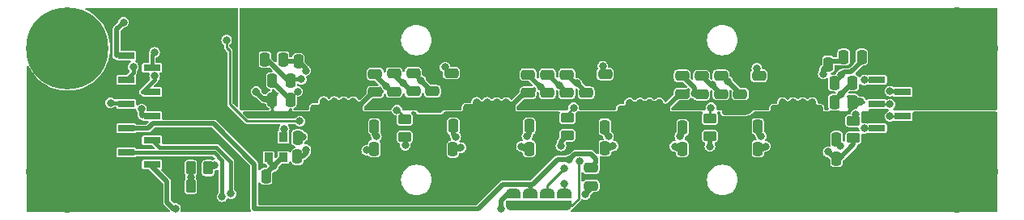
<source format=gbl>
G04 #@! TF.GenerationSoftware,KiCad,Pcbnew,7.0.7-7.0.7~ubuntu22.04.1*
G04 #@! TF.CreationDate,2024-03-13T22:54:31+01:00*
G04 #@! TF.ProjectId,flexaxe,666c6578-6178-4652-9e6b-696361645f70,rev?*
G04 #@! TF.SameCoordinates,Original*
G04 #@! TF.FileFunction,Copper,L4,Bot*
G04 #@! TF.FilePolarity,Positive*
%FSLAX46Y46*%
G04 Gerber Fmt 4.6, Leading zero omitted, Abs format (unit mm)*
G04 Created by KiCad (PCBNEW 7.0.7-7.0.7~ubuntu22.04.1) date 2024-03-13 22:54:31*
%MOMM*%
%LPD*%
G01*
G04 APERTURE LIST*
G04 Aperture macros list*
%AMRoundRect*
0 Rectangle with rounded corners*
0 $1 Rounding radius*
0 $2 $3 $4 $5 $6 $7 $8 $9 X,Y pos of 4 corners*
0 Add a 4 corners polygon primitive as box body*
4,1,4,$2,$3,$4,$5,$6,$7,$8,$9,$2,$3,0*
0 Add four circle primitives for the rounded corners*
1,1,$1+$1,$2,$3*
1,1,$1+$1,$4,$5*
1,1,$1+$1,$6,$7*
1,1,$1+$1,$8,$9*
0 Add four rect primitives between the rounded corners*
20,1,$1+$1,$2,$3,$4,$5,0*
20,1,$1+$1,$4,$5,$6,$7,0*
20,1,$1+$1,$6,$7,$8,$9,0*
20,1,$1+$1,$8,$9,$2,$3,0*%
%AMFreePoly0*
4,1,19,0.500000,-0.750000,0.000000,-0.750000,0.000000,-0.744911,-0.071157,-0.744911,-0.207708,-0.704816,-0.327430,-0.627875,-0.420627,-0.520320,-0.479746,-0.390866,-0.500000,-0.250000,-0.500000,0.250000,-0.479746,0.390866,-0.420627,0.520320,-0.327430,0.627875,-0.207708,0.704816,-0.071157,0.744911,0.000000,0.744911,0.000000,0.750000,0.500000,0.750000,0.500000,-0.750000,0.500000,-0.750000,
$1*%
%AMFreePoly1*
4,1,19,0.000000,0.744911,0.071157,0.744911,0.207708,0.704816,0.327430,0.627875,0.420627,0.520320,0.479746,0.390866,0.500000,0.250000,0.500000,-0.250000,0.479746,-0.390866,0.420627,-0.520320,0.327430,-0.627875,0.207708,-0.704816,0.071157,-0.744911,0.000000,-0.744911,0.000000,-0.750000,-0.500000,-0.750000,-0.500000,0.750000,0.000000,0.750000,0.000000,0.744911,0.000000,0.744911,
$1*%
G04 Aperture macros list end*
G04 #@! TA.AperFunction,ComponentPad*
%ADD10C,0.900000*%
G04 #@! TD*
G04 #@! TA.AperFunction,ComponentPad*
%ADD11C,8.600000*%
G04 #@! TD*
G04 #@! TA.AperFunction,SMDPad,CuDef*
%ADD12RoundRect,0.250000X-0.475000X0.250000X-0.475000X-0.250000X0.475000X-0.250000X0.475000X0.250000X0*%
G04 #@! TD*
G04 #@! TA.AperFunction,SMDPad,CuDef*
%ADD13RoundRect,0.250000X-0.250000X-0.475000X0.250000X-0.475000X0.250000X0.475000X-0.250000X0.475000X0*%
G04 #@! TD*
G04 #@! TA.AperFunction,SMDPad,CuDef*
%ADD14RoundRect,0.250000X-0.450000X0.262500X-0.450000X-0.262500X0.450000X-0.262500X0.450000X0.262500X0*%
G04 #@! TD*
G04 #@! TA.AperFunction,SMDPad,CuDef*
%ADD15RoundRect,0.250000X0.250000X0.475000X-0.250000X0.475000X-0.250000X-0.475000X0.250000X-0.475000X0*%
G04 #@! TD*
G04 #@! TA.AperFunction,SMDPad,CuDef*
%ADD16RoundRect,0.250000X-0.262500X-0.450000X0.262500X-0.450000X0.262500X0.450000X-0.262500X0.450000X0*%
G04 #@! TD*
G04 #@! TA.AperFunction,SMDPad,CuDef*
%ADD17R,0.900000X1.000000*%
G04 #@! TD*
G04 #@! TA.AperFunction,SMDPad,CuDef*
%ADD18RoundRect,0.250000X-1.100000X0.325000X-1.100000X-0.325000X1.100000X-0.325000X1.100000X0.325000X0*%
G04 #@! TD*
G04 #@! TA.AperFunction,SMDPad,CuDef*
%ADD19R,1.800000X0.650000*%
G04 #@! TD*
G04 #@! TA.AperFunction,SMDPad,CuDef*
%ADD20RoundRect,0.250000X0.475000X-0.250000X0.475000X0.250000X-0.475000X0.250000X-0.475000X-0.250000X0*%
G04 #@! TD*
G04 #@! TA.AperFunction,SMDPad,CuDef*
%ADD21RoundRect,0.250000X0.262500X0.450000X-0.262500X0.450000X-0.262500X-0.450000X0.262500X-0.450000X0*%
G04 #@! TD*
G04 #@! TA.AperFunction,SMDPad,CuDef*
%ADD22FreePoly0,90.000000*%
G04 #@! TD*
G04 #@! TA.AperFunction,SMDPad,CuDef*
%ADD23R,5.000000X1.000000*%
G04 #@! TD*
G04 #@! TA.AperFunction,SMDPad,CuDef*
%ADD24FreePoly1,90.000000*%
G04 #@! TD*
G04 #@! TA.AperFunction,ViaPad*
%ADD25C,0.800000*%
G04 #@! TD*
G04 #@! TA.AperFunction,Conductor*
%ADD26C,0.508000*%
G04 #@! TD*
G04 #@! TA.AperFunction,Conductor*
%ADD27C,0.254000*%
G04 #@! TD*
G04 #@! TA.AperFunction,Conductor*
%ADD28C,1.000000*%
G04 #@! TD*
G04 #@! TA.AperFunction,Conductor*
%ADD29C,0.400000*%
G04 #@! TD*
G04 APERTURE END LIST*
D10*
X189734000Y-91975000D03*
X187453581Y-91030419D03*
X192014419Y-91030419D03*
X186509000Y-88750000D03*
D11*
X189734000Y-88750000D03*
D10*
X192959000Y-88750000D03*
X187453581Y-86469581D03*
X192014419Y-86469581D03*
X189734000Y-85525000D03*
X96734000Y-78975000D03*
X94453581Y-78030419D03*
X99014419Y-78030419D03*
X93509000Y-75750000D03*
D11*
X96734000Y-75750000D03*
D10*
X99959000Y-75750000D03*
X94453581Y-73469581D03*
X99014419Y-73469581D03*
X96734000Y-72525000D03*
X189734000Y-78975000D03*
X187453581Y-78030419D03*
X192014419Y-78030419D03*
X186509000Y-75750000D03*
D11*
X189734000Y-75750000D03*
D10*
X192959000Y-75750000D03*
X187453581Y-73469581D03*
X192014419Y-73469581D03*
X189734000Y-72525000D03*
X96734000Y-91975000D03*
X94453581Y-91030419D03*
X99014419Y-91030419D03*
X93509000Y-88750000D03*
D11*
X96734000Y-88750000D03*
D10*
X99959000Y-88750000D03*
X94453581Y-86469581D03*
X99014419Y-86469581D03*
X96734000Y-85525000D03*
D12*
X136894000Y-78357000D03*
X136894000Y-80257000D03*
D13*
X159176800Y-84080400D03*
X161076800Y-84080400D03*
X176963000Y-81422000D03*
X178863000Y-81422000D03*
D12*
X148966000Y-78533000D03*
X148966000Y-80433000D03*
X128909000Y-78467000D03*
X128909000Y-80367000D03*
D13*
X175280400Y-85322000D03*
X177180400Y-85322000D03*
D14*
X178938000Y-83373000D03*
X178938000Y-85198000D03*
X132034000Y-83237500D03*
X132034000Y-85062500D03*
D12*
X140854000Y-80250000D03*
X140854000Y-82150000D03*
X144902000Y-78533000D03*
X144902000Y-80433000D03*
D13*
X120787200Y-87128400D03*
X122687200Y-87128400D03*
D14*
X163934000Y-83137500D03*
X163934000Y-84962500D03*
D15*
X161041200Y-86315600D03*
X159141200Y-86315600D03*
D12*
X173026400Y-80342000D03*
X173026400Y-82242000D03*
X155013000Y-80372000D03*
X155013000Y-82272000D03*
X159013000Y-80422000D03*
X159013000Y-82322000D03*
X171026400Y-80342000D03*
X171026400Y-82242000D03*
D15*
X128818800Y-86315600D03*
X126918800Y-86315600D03*
D12*
X150998000Y-78533000D03*
X150998000Y-80433000D03*
D15*
X154843600Y-84029600D03*
X152943600Y-84029600D03*
D12*
X130909000Y-78417000D03*
X130909000Y-80317000D03*
D14*
X149016800Y-83066300D03*
X149016800Y-84891300D03*
D13*
X126934000Y-83978800D03*
X128834000Y-83978800D03*
D15*
X138994000Y-83928000D03*
X137094000Y-83928000D03*
D12*
X134909000Y-78367000D03*
X134909000Y-80267000D03*
D13*
X117384000Y-76950000D03*
X119284000Y-76950000D03*
D16*
X109624500Y-90244000D03*
X111449500Y-90244000D03*
D12*
X161031000Y-78660000D03*
X161031000Y-80560000D03*
X126884000Y-80300000D03*
X126884000Y-82200000D03*
X124884000Y-80250000D03*
X124884000Y-82150000D03*
X152981000Y-78467000D03*
X152981000Y-80367000D03*
D13*
X117511800Y-89213200D03*
X119411800Y-89213200D03*
D15*
X177160000Y-87331600D03*
X175260000Y-87331600D03*
D12*
X169064000Y-78650000D03*
X169064000Y-80550000D03*
D13*
X118159000Y-79150000D03*
X120059000Y-79150000D03*
D12*
X167101600Y-78660000D03*
X167101600Y-80560000D03*
D13*
X176963000Y-79412000D03*
X178863000Y-79412000D03*
D17*
X117761800Y-87238200D03*
X117761800Y-85088200D03*
X119311800Y-85088200D03*
X119311800Y-87238200D03*
D12*
X175026400Y-80342000D03*
X175026400Y-82242000D03*
X157013000Y-80422000D03*
X157013000Y-82322000D03*
D15*
X170845600Y-83978800D03*
X168945600Y-83978800D03*
D18*
X166534000Y-82175000D03*
X166534000Y-85125000D03*
D19*
X102884000Y-76535000D03*
X105584000Y-77805000D03*
X102884000Y-79075000D03*
X105584000Y-80345000D03*
X102884000Y-81615000D03*
X105584000Y-82885000D03*
X102884000Y-84155000D03*
X105584000Y-85425000D03*
X102884000Y-86695000D03*
X105584000Y-87965000D03*
D13*
X143139200Y-83928000D03*
X145039200Y-83928000D03*
D15*
X145039200Y-86315600D03*
X143139200Y-86315600D03*
D20*
X132909000Y-80267000D03*
X132909000Y-78367000D03*
D21*
X111449500Y-88339000D03*
X109624500Y-88339000D03*
D12*
X138854000Y-80250000D03*
X138854000Y-82150000D03*
D18*
X134634000Y-81975000D03*
X134634000Y-84925000D03*
D12*
X142854000Y-80250000D03*
X142854000Y-82150000D03*
X122884000Y-80300000D03*
X122884000Y-82200000D03*
D13*
X152943600Y-86264800D03*
X154843600Y-86264800D03*
X118159000Y-81150000D03*
X120059000Y-81150000D03*
D22*
X143378000Y-92310000D03*
D23*
X146045000Y-92310000D03*
D22*
X148712000Y-92310000D03*
D24*
X148712000Y-91010000D03*
X146934000Y-91010000D03*
X145156000Y-91010000D03*
X143378000Y-91010000D03*
D12*
X146934000Y-78533000D03*
X146934000Y-80433000D03*
X165095000Y-78660000D03*
X165095000Y-80560000D03*
D13*
X174413000Y-77422000D03*
X176313000Y-77422000D03*
D15*
X122738000Y-85150000D03*
X120838000Y-85150000D03*
D13*
X168945600Y-86315600D03*
X170845600Y-86315600D03*
X120884000Y-77150000D03*
X122784000Y-77150000D03*
D19*
X181384000Y-79075000D03*
X184084000Y-80345000D03*
X181384000Y-81615000D03*
X184084000Y-82885000D03*
X181384000Y-84155000D03*
X184084000Y-85425000D03*
D13*
X177913000Y-76689000D03*
X179813000Y-76689000D03*
D12*
X163063000Y-78682000D03*
X163063000Y-80582000D03*
X151506000Y-88312000D03*
X151506000Y-90212000D03*
D13*
X137043200Y-86366400D03*
X138943200Y-86366400D03*
D25*
X172634000Y-84050000D03*
X108505000Y-91514000D03*
X179676545Y-81365711D03*
X111426000Y-91133000D03*
X124634000Y-81350000D03*
X124634000Y-84050000D03*
X112509480Y-85316563D03*
X124634000Y-85350000D03*
X106177511Y-84520134D03*
X141634000Y-84050000D03*
X171634000Y-84050000D03*
X117012800Y-85147200D03*
X155634000Y-85350000D03*
X123634000Y-82650000D03*
X142634000Y-85350000D03*
X125634000Y-85350000D03*
X139634000Y-85350000D03*
X156634000Y-84050000D03*
X157634000Y-84050000D03*
X156634000Y-85350000D03*
X158634000Y-82650000D03*
X174634000Y-82650000D03*
X134734000Y-84250000D03*
X133726000Y-84232800D03*
X157634000Y-85350000D03*
X172634000Y-82650000D03*
X142634000Y-84050000D03*
X173634000Y-85350000D03*
X123634000Y-85350000D03*
X126634000Y-81360000D03*
X174634000Y-84050000D03*
X171634000Y-82650000D03*
X173634000Y-81440000D03*
X126634000Y-84050000D03*
X171634000Y-85350000D03*
X140634000Y-84050000D03*
X112486252Y-82678400D03*
X125634000Y-81350000D03*
X142634000Y-82650000D03*
X172634000Y-81440000D03*
X155534000Y-81490000D03*
X135734000Y-84250000D03*
X139634000Y-84050000D03*
X165684767Y-84328360D03*
X142634000Y-81450000D03*
X140634000Y-82650000D03*
X167764453Y-84346325D03*
X173634000Y-82650000D03*
X157634000Y-81490000D03*
X123634000Y-84050000D03*
X158634000Y-84050000D03*
X139534000Y-81450000D03*
X174634000Y-81440000D03*
X174634000Y-85350000D03*
X141634000Y-81450000D03*
X156634000Y-82650000D03*
X123534000Y-81350000D03*
X166694903Y-84424418D03*
X157634000Y-82650000D03*
X105884000Y-91167000D03*
X172634000Y-85350000D03*
X155634000Y-84050000D03*
X124634000Y-82650000D03*
X116454210Y-80315600D03*
X156634000Y-81490000D03*
X155634000Y-82650000D03*
X141634000Y-85350000D03*
X182748000Y-85452000D03*
X139634000Y-82650000D03*
X125634000Y-82650000D03*
X171534000Y-81440000D03*
X140634000Y-81450000D03*
X140634000Y-85350000D03*
X158634000Y-85350000D03*
X173634000Y-84050000D03*
X141634000Y-82650000D03*
X125634000Y-84050000D03*
X126634000Y-82650000D03*
X158634000Y-81490000D03*
X120213200Y-89090600D03*
X126634000Y-85350000D03*
X118282800Y-88144400D03*
X132061693Y-85947600D03*
X137891300Y-86200000D03*
X148356400Y-86010800D03*
X180081000Y-79102000D03*
X176282305Y-86640752D03*
X112145600Y-88021227D03*
X169743200Y-86061600D03*
X160253211Y-86071211D03*
X144217311Y-86078214D03*
X153791700Y-86010800D03*
X121671697Y-86414550D03*
X128036400Y-86456396D03*
X163934000Y-86061600D03*
X135631000Y-81388000D03*
X171534000Y-79050000D03*
X156634000Y-80350000D03*
X123534000Y-80350000D03*
X157634000Y-79050000D03*
X141634000Y-80350000D03*
X173634000Y-80350000D03*
X140634000Y-80350000D03*
X174634000Y-80350000D03*
X173634000Y-79050000D03*
X139534000Y-80350000D03*
X126634000Y-79050000D03*
X142634000Y-80350000D03*
X142634000Y-79050000D03*
X165603000Y-81786069D03*
X174634000Y-79050000D03*
X171534000Y-80350000D03*
X124634000Y-80350000D03*
X155534000Y-80350000D03*
X155534000Y-79050000D03*
X156634000Y-79050000D03*
X125634000Y-80350000D03*
X124634000Y-79050000D03*
X166582500Y-81778591D03*
X158634000Y-79050000D03*
X134615000Y-81388000D03*
X140634000Y-79050000D03*
X172634000Y-80350000D03*
X139534000Y-79050000D03*
X126634000Y-80350000D03*
X125634000Y-79050000D03*
X172634000Y-79050000D03*
X158634000Y-80350000D03*
X123566000Y-77222400D03*
X157634000Y-80350000D03*
X174442137Y-76315432D03*
X141634000Y-79050000D03*
X123534000Y-79050000D03*
X167791028Y-77875028D03*
X167598500Y-81778591D03*
X133635500Y-81388000D03*
X150896400Y-77587400D03*
X177588400Y-86001887D03*
X137342248Y-85056223D03*
X144800400Y-84994800D03*
X121337683Y-85061966D03*
X160792725Y-85005828D03*
X129054002Y-85011049D03*
X153334800Y-84994800D03*
X169286000Y-84994800D03*
X105848200Y-76200000D03*
X103632000Y-77724000D03*
X105848200Y-78681902D03*
X101248139Y-81492805D03*
X130086164Y-79729688D03*
X131811012Y-79388247D03*
X136234000Y-77750000D03*
X133703395Y-79124605D03*
X150032800Y-79430331D03*
X152734000Y-77650000D03*
X148173500Y-79679402D03*
X146237073Y-79858900D03*
X149675448Y-82008331D03*
X120796534Y-80315600D03*
X121194410Y-79015793D03*
X121650394Y-78114087D03*
X165805156Y-79201091D03*
X168834000Y-77850000D03*
X164158052Y-79614469D03*
X162326400Y-80506800D03*
X175788400Y-78441600D03*
X177668000Y-78543200D03*
X177642448Y-80564214D03*
X150313400Y-87656400D03*
X131195633Y-82267367D03*
X148712000Y-88373000D03*
X113830347Y-91035120D03*
X112898000Y-91344798D03*
X148712000Y-90024000D03*
X102616000Y-73025000D03*
X164052896Y-82017901D03*
X104487000Y-82150000D03*
X149234000Y-87450000D03*
X142117069Y-92600720D03*
X150889920Y-91116200D03*
X108043000Y-92600500D03*
X182748000Y-81642000D03*
X179195801Y-82694614D03*
X182748000Y-82912000D03*
X180081000Y-84182000D03*
X119397556Y-84255566D03*
X182753000Y-80264000D03*
X121026000Y-83420000D03*
X113377000Y-74911000D03*
X109630082Y-89312458D03*
D26*
X117288610Y-81150000D02*
X116454210Y-80315600D01*
X111449500Y-91109500D02*
X111426000Y-91133000D01*
X140854000Y-82150000D02*
X138854000Y-82150000D01*
X154843600Y-84029600D02*
X154843600Y-86264800D01*
X122738000Y-85150000D02*
X122746800Y-85158800D01*
X122884000Y-85004000D02*
X122738000Y-85150000D01*
X122746800Y-87068800D02*
X122687200Y-87128400D01*
X122884000Y-82200000D02*
X122884000Y-85004000D01*
X126634000Y-82650000D02*
X126934000Y-82350000D01*
X159141200Y-84116000D02*
X159176800Y-84080400D01*
X126934000Y-82950000D02*
X126634000Y-82650000D01*
X126918800Y-83994000D02*
X126934000Y-83978800D01*
X143139200Y-83928000D02*
X143139200Y-82435200D01*
D27*
X182775000Y-85425000D02*
X182748000Y-85452000D01*
D26*
X175280400Y-85322000D02*
X175280400Y-87311200D01*
X125134000Y-81750000D02*
X124934000Y-82200000D01*
X178863000Y-81422000D02*
X179620256Y-81422000D01*
X138854000Y-82150000D02*
X138854000Y-83788000D01*
X143139200Y-86315600D02*
X143139200Y-83928000D01*
X175280400Y-85322000D02*
X175280400Y-82496000D01*
X117761800Y-85088200D02*
X117071800Y-85088200D01*
X118159000Y-81150000D02*
X117288610Y-81150000D01*
X159013000Y-82322000D02*
X157013000Y-82322000D01*
X161031000Y-80560000D02*
X160775000Y-80560000D01*
X126934000Y-82350000D02*
X126934000Y-82250000D01*
X123134000Y-82150000D02*
X122934000Y-82150000D01*
X122934000Y-82150000D02*
X122884000Y-82200000D01*
X171026400Y-83798000D02*
X170845600Y-83978800D01*
X175026400Y-82242000D02*
X173026400Y-82242000D01*
X126918800Y-86315600D02*
X126634000Y-84050000D01*
X138994000Y-83928000D02*
X138994000Y-86315600D01*
X123634000Y-82650000D02*
X123134000Y-82150000D01*
X138994000Y-86315600D02*
X138943200Y-86366400D01*
X157013000Y-82322000D02*
X155063000Y-82322000D01*
X155063000Y-82322000D02*
X155013000Y-82272000D01*
X126934000Y-83978800D02*
X126934000Y-82950000D01*
X159141200Y-86315600D02*
X159141200Y-84116000D01*
X159176800Y-84080400D02*
X159176800Y-82485800D01*
X173026400Y-82242000D02*
X171026400Y-82242000D01*
X126934000Y-82250000D02*
X126884000Y-82200000D01*
X170845600Y-83978800D02*
X170845600Y-86315600D01*
X128584000Y-80500000D02*
X126884000Y-82200000D01*
X143139200Y-82435200D02*
X142854000Y-82150000D01*
D28*
X95668400Y-90684400D02*
X93234000Y-88250000D01*
D26*
X171026400Y-82242000D02*
X171026400Y-83798000D01*
X179620256Y-81422000D02*
X179676545Y-81365711D01*
X122746800Y-85158800D02*
X122746800Y-87068800D01*
X128909000Y-80500000D02*
X128584000Y-80500000D01*
D27*
X184084000Y-85425000D02*
X182775000Y-85425000D01*
D26*
X126634000Y-84050000D02*
X126918800Y-83994000D01*
X160775000Y-80560000D02*
X159013000Y-82322000D01*
X120090600Y-89213200D02*
X120213200Y-89090600D01*
X144571000Y-80433000D02*
X142854000Y-82150000D01*
X138854000Y-83788000D02*
X138994000Y-83928000D01*
X119411800Y-89213200D02*
X120090600Y-89213200D01*
X124934000Y-82200000D02*
X124884000Y-82150000D01*
X175280400Y-87311200D02*
X175260000Y-87331600D01*
X117071800Y-85088200D02*
X117012800Y-85147200D01*
X111449500Y-90244000D02*
X111449500Y-91109500D01*
X142854000Y-82150000D02*
X140854000Y-82150000D01*
X155013000Y-83860200D02*
X154843600Y-84029600D01*
X175280400Y-82496000D02*
X175026400Y-82242000D01*
X144902000Y-80433000D02*
X144571000Y-80433000D01*
X159176800Y-82485800D02*
X159013000Y-82322000D01*
X155013000Y-82272000D02*
X155013000Y-83860200D01*
X117761800Y-87623400D02*
X118282800Y-88144400D01*
X149016800Y-84891300D02*
X148356400Y-85551700D01*
X153537700Y-86264800D02*
X153791700Y-86010800D01*
X178938000Y-85880767D02*
X178938000Y-85198000D01*
X121780800Y-86678400D02*
X121780800Y-86518800D01*
X163934000Y-84962500D02*
X163934000Y-86061600D01*
X117761800Y-87238200D02*
X117761800Y-87623400D01*
X120787200Y-87128400D02*
X121330800Y-87128400D01*
X137891300Y-86200000D02*
X137724900Y-86366400D01*
X128177196Y-86315600D02*
X128036400Y-86456396D01*
X117511800Y-89213200D02*
X117511800Y-88915400D01*
X177160000Y-87331600D02*
X176973153Y-87331600D01*
X121330800Y-87128400D02*
X121780800Y-86678400D01*
X148356400Y-85551700D02*
X148356400Y-86010800D01*
X169489200Y-86315600D02*
X169743200Y-86061600D01*
X119311800Y-87238200D02*
X119189000Y-87238200D01*
X117511800Y-88915400D02*
X118282800Y-88144400D01*
X132061693Y-85234807D02*
X132061693Y-85947600D01*
X137724900Y-86366400D02*
X137043200Y-86366400D01*
X177160000Y-87331600D02*
X177487167Y-87331600D01*
X176973153Y-87331600D02*
X176282305Y-86640752D01*
X161041200Y-86315600D02*
X160497600Y-86315600D01*
X152943600Y-86264800D02*
X153537700Y-86264800D01*
X144454697Y-86315600D02*
X144217311Y-86078214D01*
X128818800Y-86315600D02*
X128177196Y-86315600D01*
X160497600Y-86315600D02*
X160253211Y-86071211D01*
X168945600Y-86315600D02*
X169489200Y-86315600D01*
X111449500Y-88339000D02*
X111827827Y-88339000D01*
X119189000Y-87238200D02*
X118282800Y-88144400D01*
X111827827Y-88339000D02*
X112145600Y-88021227D01*
D27*
X180108000Y-79075000D02*
X180081000Y-79102000D01*
D26*
X132234000Y-85062500D02*
X132061693Y-85234807D01*
X145039200Y-86315600D02*
X144454697Y-86315600D01*
X177487167Y-87331600D02*
X178938000Y-85880767D01*
D27*
X181384000Y-79075000D02*
X180108000Y-79075000D01*
D26*
X174634000Y-80350000D02*
X174642000Y-80342000D01*
X174413000Y-76344569D02*
X174442137Y-76315432D01*
X124884000Y-80250000D02*
X126834000Y-80250000D01*
D28*
X173634000Y-80350000D02*
X174634000Y-80350000D01*
D26*
X172634000Y-80350000D02*
X172642000Y-80342000D01*
D28*
X168258670Y-81757670D02*
X169064000Y-80952340D01*
X140634000Y-80350000D02*
X140634000Y-79050000D01*
X171534000Y-80350000D02*
X172634000Y-80350000D01*
X141634000Y-80350000D02*
X141634000Y-79050000D01*
D26*
X123493600Y-77150000D02*
X123566000Y-77222400D01*
D28*
X136894000Y-80769740D02*
X136198870Y-81464870D01*
D26*
X169001600Y-80560000D02*
X167101600Y-78660000D01*
X122884000Y-80300000D02*
X124834000Y-80300000D01*
D28*
X173634000Y-80350000D02*
X173634000Y-79050000D01*
D26*
X138854000Y-80250000D02*
X140854000Y-80250000D01*
X152981000Y-80367000D02*
X152832000Y-80367000D01*
X171026400Y-80342000D02*
X171526000Y-80342000D01*
D28*
X157634000Y-80350000D02*
X157634000Y-79050000D01*
X172634000Y-80350000D02*
X172634000Y-79050000D01*
D26*
X150896400Y-78431400D02*
X150896400Y-77587400D01*
X151841300Y-79376300D02*
X150896400Y-78431400D01*
D28*
X136934000Y-80350000D02*
X136894000Y-80390000D01*
X169064000Y-80952340D02*
X169064000Y-80550000D01*
X139534000Y-80350000D02*
X139534000Y-79050000D01*
X170818400Y-80550000D02*
X171026400Y-80342000D01*
X136894000Y-80390000D02*
X136894000Y-80769740D01*
D26*
X174642000Y-80342000D02*
X175026400Y-80342000D01*
D28*
X157634000Y-80350000D02*
X156634000Y-80350000D01*
D26*
X140854000Y-80250000D02*
X142854000Y-80250000D01*
D28*
X174634000Y-80350000D02*
X174634000Y-79050000D01*
X140634000Y-80350000D02*
X139534000Y-80350000D01*
X139534000Y-80350000D02*
X136934000Y-80350000D01*
X169064000Y-80550000D02*
X170818400Y-80550000D01*
D26*
X124834000Y-80300000D02*
X124884000Y-80250000D01*
D28*
X156634000Y-80350000D02*
X156634000Y-79050000D01*
D26*
X173626000Y-80342000D02*
X173634000Y-80350000D01*
X167101600Y-78564456D02*
X167791028Y-77875028D01*
D28*
X166534000Y-82175000D02*
X167841340Y-82175000D01*
X155013000Y-80372000D02*
X152986000Y-80372000D01*
X152986000Y-80372000D02*
X152981000Y-80367000D01*
X135688740Y-81975000D02*
X136198870Y-81464870D01*
D26*
X151841300Y-79376300D02*
X150998000Y-78533000D01*
D28*
X158634000Y-80350000D02*
X158634000Y-79050000D01*
X136894000Y-80390000D02*
X138714000Y-80390000D01*
D26*
X136799000Y-80390000D02*
X134909000Y-78500000D01*
X171526000Y-80342000D02*
X171534000Y-80350000D01*
D28*
X155534000Y-80350000D02*
X155534000Y-79050000D01*
D26*
X136894000Y-80390000D02*
X136799000Y-80390000D01*
X126834000Y-80250000D02*
X126884000Y-80300000D01*
X169032000Y-80560000D02*
X170808400Y-80560000D01*
D28*
X158634000Y-80350000D02*
X157634000Y-80350000D01*
D26*
X122784000Y-77150000D02*
X123493600Y-77150000D01*
X167101600Y-78660000D02*
X167101600Y-78564456D01*
X155013000Y-80372000D02*
X156963000Y-80372000D01*
D28*
X141634000Y-80350000D02*
X140634000Y-80350000D01*
X172634000Y-80350000D02*
X173634000Y-80350000D01*
X138714000Y-80390000D02*
X138854000Y-80250000D01*
X142634000Y-80350000D02*
X141634000Y-80350000D01*
X171534000Y-80350000D02*
X171534000Y-79050000D01*
D26*
X169032000Y-80560000D02*
X169001600Y-80560000D01*
X157013000Y-80422000D02*
X159013000Y-80422000D01*
D28*
X167841340Y-82175000D02*
X168258670Y-81757670D01*
X142634000Y-80350000D02*
X142634000Y-79050000D01*
D26*
X170808400Y-80560000D02*
X171026400Y-80342000D01*
X156963000Y-80372000D02*
X157013000Y-80422000D01*
X172642000Y-80342000D02*
X173026400Y-80342000D01*
X152832000Y-80367000D02*
X151841300Y-79376300D01*
D28*
X156634000Y-80350000D02*
X155534000Y-80350000D01*
D26*
X173026400Y-80342000D02*
X173626000Y-80342000D01*
X174413000Y-77422000D02*
X174413000Y-76344569D01*
X128834000Y-83978800D02*
X128834000Y-84791047D01*
X161076800Y-84721753D02*
X160792725Y-85005828D01*
X137342248Y-85056223D02*
X137094000Y-84807975D01*
X161076800Y-84080400D02*
X161076800Y-84721753D01*
X145039200Y-84756000D02*
X144800400Y-84994800D01*
X168945600Y-84654400D02*
X169286000Y-84994800D01*
X137094000Y-84807975D02*
X137094000Y-83928000D01*
X145039200Y-83928000D02*
X145039200Y-84756000D01*
X120838000Y-85150000D02*
X121249649Y-85150000D01*
X168945600Y-83978800D02*
X168945600Y-84654400D01*
X121249649Y-85150000D02*
X121337683Y-85061966D01*
X152943600Y-84603600D02*
X153334800Y-84994800D01*
X152943600Y-84029600D02*
X152943600Y-84603600D01*
X128834000Y-84791047D02*
X129054002Y-85011049D01*
D29*
X105584000Y-76464200D02*
X105848200Y-76200000D01*
X105584000Y-77805000D02*
X105584000Y-76464200D01*
X102884000Y-79075000D02*
X103632000Y-78327000D01*
X103632000Y-78327000D02*
X103632000Y-77724000D01*
X105848200Y-79075800D02*
X105848200Y-78681902D01*
X104579000Y-80345000D02*
X105848200Y-79075800D01*
X101248139Y-81492805D02*
X102761805Y-81492805D01*
X102761805Y-81492805D02*
X102884000Y-81615000D01*
D27*
X130759000Y-80450000D02*
X128909000Y-78600000D01*
D26*
X130806476Y-80450000D02*
X130909000Y-80450000D01*
D27*
X130909000Y-80450000D02*
X130759000Y-80450000D01*
D26*
X130086164Y-79729688D02*
X130806476Y-80450000D01*
X130086164Y-79729688D02*
X130038688Y-79729688D01*
X130038688Y-79729688D02*
X128909000Y-78600000D01*
X131811012Y-79388247D02*
X132822765Y-80400000D01*
X131747247Y-79388247D02*
X130909000Y-78550000D01*
X131811012Y-79388247D02*
X131747247Y-79388247D01*
X132822765Y-80400000D02*
X132909000Y-80400000D01*
X132909000Y-78500000D02*
X133078790Y-78500000D01*
D27*
X136234000Y-77830000D02*
X136894000Y-78490000D01*
X136234000Y-77750000D02*
X136234000Y-77830000D01*
D26*
X134909000Y-80330210D02*
X133703395Y-79124605D01*
X133078790Y-78500000D02*
X133703395Y-79124605D01*
X134909000Y-80400000D02*
X134909000Y-80330210D01*
X149863331Y-79430331D02*
X148966000Y-78533000D01*
X150032800Y-79430331D02*
X149863331Y-79430331D01*
D27*
X150998000Y-80433000D02*
X150866000Y-80433000D01*
X152734000Y-77650000D02*
X152734000Y-78220000D01*
X150866000Y-80433000D02*
X148966000Y-78533000D01*
D26*
X150998000Y-80395531D02*
X150032800Y-79430331D01*
X150998000Y-80433000D02*
X150998000Y-80395531D01*
D27*
X152734000Y-78220000D02*
X152981000Y-78467000D01*
D26*
X148927098Y-80433000D02*
X148173500Y-79679402D01*
D27*
X147066000Y-78533000D02*
X146934000Y-78533000D01*
X148966000Y-80433000D02*
X147066000Y-78533000D01*
D26*
X148966000Y-80433000D02*
X148927098Y-80433000D01*
X146934000Y-78533000D02*
X147027098Y-78533000D01*
X147027098Y-78533000D02*
X148173500Y-79679402D01*
X146934000Y-80433000D02*
X146811173Y-80433000D01*
D27*
X146802000Y-80433000D02*
X146237073Y-79868073D01*
D26*
X144902000Y-78533000D02*
X144911173Y-78533000D01*
X144911173Y-78533000D02*
X146237073Y-79858900D01*
D27*
X146934000Y-80433000D02*
X146802000Y-80433000D01*
X146802000Y-80433000D02*
X144902000Y-78533000D01*
X146237073Y-79868073D02*
X146237073Y-79858900D01*
D26*
X146811173Y-80433000D02*
X146237073Y-79858900D01*
D27*
X149016800Y-82666979D02*
X149675448Y-82008331D01*
X149016800Y-83066300D02*
X149016800Y-82666979D01*
D26*
X118159000Y-79150000D02*
X118159000Y-79250000D01*
X118159000Y-79250000D02*
X120059000Y-81150000D01*
D29*
X121194410Y-79015793D02*
X120193207Y-79015793D01*
D26*
X119812290Y-79150000D02*
X117612290Y-76950000D01*
X117612290Y-76950000D02*
X117384000Y-76950000D01*
D29*
X120193207Y-79015793D02*
X120059000Y-79150000D01*
D26*
X120059000Y-79150000D02*
X119812290Y-79150000D01*
X119484000Y-77150000D02*
X119284000Y-76950000D01*
X120884000Y-77150000D02*
X119484000Y-77150000D01*
X121650394Y-77916394D02*
X121650394Y-78114087D01*
X120884000Y-77150000D02*
X121650394Y-77916394D01*
X167101600Y-80497535D02*
X167101600Y-80560000D01*
D27*
X168834000Y-77850000D02*
X168834000Y-78462000D01*
D26*
X165264065Y-78660000D02*
X165095000Y-78660000D01*
X165805156Y-79201091D02*
X165264065Y-78660000D01*
D27*
X168834000Y-78462000D02*
X169032000Y-78660000D01*
D26*
X165805156Y-79201091D02*
X167101600Y-80497535D01*
X164158052Y-79623052D02*
X164158052Y-79614469D01*
X165095000Y-80560000D02*
X164158052Y-79623052D01*
X163995469Y-79614469D02*
X164158052Y-79614469D01*
X163063000Y-78682000D02*
X163995469Y-79614469D01*
D27*
X163063000Y-80582000D02*
X162401600Y-80582000D01*
D26*
X161031000Y-78660000D02*
X162326400Y-79955400D01*
D27*
X162401600Y-80582000D02*
X162326400Y-80506800D01*
D26*
X162326400Y-79955400D02*
X162326400Y-80506800D01*
X175788400Y-77946600D02*
X176313000Y-77422000D01*
X175788400Y-78441600D02*
X175788400Y-77946600D01*
X176613000Y-77122000D02*
X176313000Y-77422000D01*
X177913000Y-77122000D02*
X176613000Y-77122000D01*
X179813000Y-77122000D02*
X178681600Y-78253400D01*
X178681600Y-78253400D02*
X177957800Y-78253400D01*
D27*
X177668000Y-78543200D02*
X177668000Y-78707000D01*
X177668000Y-78707000D02*
X176963000Y-79412000D01*
D26*
X177957800Y-78253400D02*
X177668000Y-78543200D01*
X176963000Y-81243662D02*
X177642448Y-80564214D01*
X178794662Y-79412000D02*
X177642448Y-80564214D01*
X176963000Y-81422000D02*
X176963000Y-81243662D01*
X178863000Y-79412000D02*
X178794662Y-79412000D01*
D27*
X149474000Y-92310000D02*
X150210510Y-91573490D01*
X150210510Y-91573490D02*
X150210510Y-87759290D01*
X148712000Y-92310000D02*
X149474000Y-92310000D01*
X150210510Y-87759290D02*
X150313400Y-87656400D01*
X132234000Y-83237500D02*
X131263867Y-82267367D01*
X131263867Y-82267367D02*
X131195633Y-82267367D01*
D29*
X105584000Y-85425000D02*
X106328599Y-86169599D01*
X112314011Y-86169599D02*
X113830347Y-87685935D01*
X113830347Y-87685935D02*
X113830347Y-91035120D01*
X106328599Y-86169599D02*
X112314011Y-86169599D01*
D27*
X146934000Y-91010000D02*
X146934000Y-90151000D01*
X146934000Y-90151000D02*
X148712000Y-88373000D01*
D29*
X112898000Y-91344798D02*
X112898000Y-87534800D01*
D27*
X148712000Y-91010000D02*
X148712000Y-90024000D01*
D29*
X102911000Y-86722000D02*
X102884000Y-86695000D01*
X112898000Y-87534800D02*
X112085200Y-86722000D01*
X112085200Y-86722000D02*
X102911000Y-86722000D01*
D26*
X101879000Y-73762000D02*
X102616000Y-73025000D01*
X101879000Y-76535000D02*
X101879000Y-73762000D01*
D27*
X163934000Y-83137500D02*
X163934000Y-82136797D01*
X163934000Y-82136797D02*
X164052896Y-82017901D01*
D26*
X104487000Y-82150000D02*
X104487000Y-82793000D01*
X104487000Y-82793000D02*
X104579000Y-82885000D01*
X142284000Y-90050000D02*
X139684000Y-92650000D01*
X116286000Y-92650000D02*
X116286000Y-87952661D01*
X151507000Y-86850000D02*
X149834000Y-86850000D01*
X149834000Y-86850000D02*
X149234000Y-87450000D01*
X152014000Y-87357000D02*
X151507000Y-86850000D01*
X116286000Y-87952661D02*
X112007339Y-83674000D01*
D29*
X145156000Y-90304000D02*
X144902000Y-90050000D01*
D26*
X147984000Y-87450000D02*
X149234000Y-87450000D01*
X112007339Y-83674000D02*
X105684400Y-83674000D01*
X139684000Y-92650000D02*
X116286000Y-92650000D01*
X145384000Y-90050000D02*
X147984000Y-87450000D01*
X144902000Y-90050000D02*
X142284000Y-90050000D01*
X102911000Y-84182000D02*
X102884000Y-84155000D01*
X105176400Y-84182000D02*
X102911000Y-84182000D01*
D29*
X145156000Y-91010000D02*
X145156000Y-90304000D01*
D26*
X105684400Y-83674000D02*
X105176400Y-84182000D01*
X152014000Y-87804000D02*
X151506000Y-88312000D01*
X152014000Y-87357000D02*
X152014000Y-87804000D01*
X144902000Y-90050000D02*
X145384000Y-90050000D01*
X107154000Y-89770000D02*
X107154000Y-91167000D01*
X151506000Y-90500120D02*
X150889920Y-91116200D01*
X105349000Y-87965000D02*
X107027000Y-89643000D01*
X107154000Y-91929000D02*
X107916000Y-92691000D01*
X107916000Y-92691000D02*
X108006500Y-92600500D01*
X107027000Y-89643000D02*
X107154000Y-89770000D01*
X107154000Y-91167000D02*
X107154000Y-91929000D01*
D29*
X151506000Y-89967481D02*
X151506000Y-90212000D01*
D26*
X108006500Y-92600500D02*
X108043000Y-92600500D01*
X142853264Y-91010000D02*
X143378000Y-91010000D01*
X151506000Y-90212000D02*
X151506000Y-90500120D01*
X142117069Y-92600720D02*
X142117069Y-91746195D01*
X142117069Y-91746195D02*
X142853264Y-91010000D01*
D27*
X182748000Y-81642000D02*
X181411000Y-81642000D01*
X181411000Y-81642000D02*
X181384000Y-81615000D01*
X178938000Y-83373000D02*
X178938000Y-82952415D01*
X178938000Y-82952415D02*
X179195801Y-82694614D01*
X184057000Y-82912000D02*
X184084000Y-82885000D01*
X182748000Y-82912000D02*
X184057000Y-82912000D01*
X181357000Y-84182000D02*
X181384000Y-84155000D01*
X180081000Y-84182000D02*
X181357000Y-84182000D01*
X119311800Y-85088200D02*
X119397556Y-85002444D01*
X119397556Y-85002444D02*
X119397556Y-84255566D01*
D29*
X184003000Y-80264000D02*
X184084000Y-80345000D01*
X182753000Y-80264000D02*
X184003000Y-80264000D01*
D27*
X113729000Y-76025000D02*
X113377000Y-75673000D01*
X115499000Y-83420000D02*
X113729000Y-81650000D01*
X113377000Y-75673000D02*
X113377000Y-74911000D01*
X121026000Y-83420000D02*
X115499000Y-83420000D01*
X113729000Y-81650000D02*
X113729000Y-76025000D01*
D26*
X109624500Y-90244000D02*
X109624500Y-88339000D01*
X109624500Y-88339000D02*
X109624500Y-89306876D01*
X109624500Y-89306876D02*
X109630082Y-89312458D01*
G04 #@! TA.AperFunction,Conductor*
G36*
X193926539Y-71520185D02*
G01*
X193972294Y-71572989D01*
X193983500Y-71624500D01*
X193983500Y-82126000D01*
X193963815Y-82193039D01*
X193911011Y-82238794D01*
X193859500Y-82250000D01*
X183228028Y-82250000D01*
X183160989Y-82230315D01*
X183115234Y-82177511D01*
X183105290Y-82108353D01*
X183134315Y-82044797D01*
X183140347Y-82038319D01*
X183142328Y-82036337D01*
X183142328Y-82036336D01*
X183142333Y-82036333D01*
X183230957Y-81920836D01*
X183286669Y-81786336D01*
X183305671Y-81642000D01*
X183305192Y-81638365D01*
X183286748Y-81498267D01*
X183286669Y-81497664D01*
X183230957Y-81363165D01*
X183176145Y-81291732D01*
X183142334Y-81247668D01*
X183142333Y-81247667D01*
X183026836Y-81159043D01*
X183026833Y-81159042D01*
X183026831Y-81159040D01*
X182892339Y-81103332D01*
X182892334Y-81103330D01*
X182748001Y-81084329D01*
X182747999Y-81084329D01*
X182603665Y-81103330D01*
X182603663Y-81103331D01*
X182464997Y-81160769D01*
X182395527Y-81168238D01*
X182348654Y-81149310D01*
X182344257Y-81146372D01*
X182343657Y-81145971D01*
X182343654Y-81145970D01*
X182299059Y-81137100D01*
X180468945Y-81137100D01*
X180424341Y-81145972D01*
X180424338Y-81145973D01*
X180363611Y-81186551D01*
X180361466Y-81183342D01*
X180319331Y-81206334D01*
X180249641Y-81201329D01*
X180193719Y-81159441D01*
X180178447Y-81132612D01*
X180159503Y-81086877D01*
X180070879Y-80971379D01*
X180068952Y-80969900D01*
X179955381Y-80882754D01*
X179955378Y-80882753D01*
X179955376Y-80882751D01*
X179820884Y-80827043D01*
X179820879Y-80827041D01*
X179676546Y-80808040D01*
X179676544Y-80808040D01*
X179592717Y-80819076D01*
X179523682Y-80808310D01*
X179471426Y-80761930D01*
X179466047Y-80752431D01*
X179461270Y-80743055D01*
X179443016Y-80707229D01*
X179443013Y-80707226D01*
X179443011Y-80707223D01*
X179352776Y-80616988D01*
X179352772Y-80616985D01*
X179352771Y-80616984D01*
X179239055Y-80559043D01*
X179239053Y-80559042D01*
X179239050Y-80559041D01*
X179144713Y-80544100D01*
X179144708Y-80544100D01*
X178581292Y-80544100D01*
X178581291Y-80544100D01*
X178550332Y-80549003D01*
X178481039Y-80540047D01*
X178427588Y-80495050D01*
X178406949Y-80428298D01*
X178425675Y-80360985D01*
X178443251Y-80338852D01*
X178459711Y-80322392D01*
X178521032Y-80288909D01*
X178566784Y-80287602D01*
X178581292Y-80289900D01*
X178581298Y-80289900D01*
X179144713Y-80289900D01*
X179239050Y-80274958D01*
X179239050Y-80274957D01*
X179239055Y-80274957D01*
X179260557Y-80264001D01*
X182195329Y-80264001D01*
X182214330Y-80408334D01*
X182214332Y-80408339D01*
X182270040Y-80542831D01*
X182270040Y-80542832D01*
X182270042Y-80542835D01*
X182270043Y-80542836D01*
X182358667Y-80658333D01*
X182474164Y-80746957D01*
X182474167Y-80746958D01*
X182474168Y-80746959D01*
X182540258Y-80774334D01*
X182608664Y-80802669D01*
X182651512Y-80808310D01*
X182752999Y-80821671D01*
X182753000Y-80821671D01*
X182753001Y-80821671D01*
X182811055Y-80814028D01*
X182897336Y-80802669D01*
X182965743Y-80774333D01*
X183035209Y-80766864D01*
X183082082Y-80785791D01*
X183120304Y-80811330D01*
X183124342Y-80814028D01*
X183124345Y-80814029D01*
X183146642Y-80818464D01*
X183168943Y-80822900D01*
X184999056Y-80822899D01*
X185043658Y-80814028D01*
X185094234Y-80780234D01*
X185128028Y-80729658D01*
X185136900Y-80685057D01*
X185136899Y-80004944D01*
X185128028Y-79960342D01*
X185128026Y-79960340D01*
X185128026Y-79960338D01*
X185094234Y-79909766D01*
X185086154Y-79904367D01*
X185043658Y-79875972D01*
X185043657Y-79875971D01*
X185043656Y-79875971D01*
X185043654Y-79875970D01*
X184999059Y-79867100D01*
X183186080Y-79867100D01*
X183119041Y-79847415D01*
X183110594Y-79841476D01*
X183031836Y-79781043D01*
X183031831Y-79781040D01*
X182897339Y-79725332D01*
X182897334Y-79725330D01*
X182753001Y-79706329D01*
X182752999Y-79706329D01*
X182608665Y-79725330D01*
X182608663Y-79725331D01*
X182474165Y-79781042D01*
X182358667Y-79869667D01*
X182270042Y-79985165D01*
X182214331Y-80119663D01*
X182214330Y-80119665D01*
X182195329Y-80263998D01*
X182195329Y-80264001D01*
X179260557Y-80264001D01*
X179352771Y-80217016D01*
X179443016Y-80126771D01*
X179500957Y-80013055D01*
X179500958Y-80013050D01*
X179515900Y-79918713D01*
X179515900Y-79616745D01*
X179535585Y-79549706D01*
X179588389Y-79503951D01*
X179657547Y-79494007D01*
X179715385Y-79518369D01*
X179760241Y-79552788D01*
X179802162Y-79584956D01*
X179802168Y-79584959D01*
X179847862Y-79603886D01*
X179936664Y-79640669D01*
X179969410Y-79644980D01*
X180080999Y-79659671D01*
X180081000Y-79659671D01*
X180081001Y-79659671D01*
X180129112Y-79653337D01*
X180225336Y-79640669D01*
X180359836Y-79584957D01*
X180370897Y-79576469D01*
X180436063Y-79551272D01*
X180462830Y-79552788D01*
X180462878Y-79552303D01*
X180468935Y-79552898D01*
X180468943Y-79552900D01*
X182299056Y-79552899D01*
X182343658Y-79544028D01*
X182394234Y-79510234D01*
X182428028Y-79459658D01*
X182429780Y-79450853D01*
X182435694Y-79421119D01*
X182436900Y-79415057D01*
X182436899Y-78734944D01*
X182428028Y-78690342D01*
X182428026Y-78690340D01*
X182428026Y-78690338D01*
X182394234Y-78639766D01*
X182363220Y-78619043D01*
X182343658Y-78605972D01*
X182343657Y-78605971D01*
X182343656Y-78605971D01*
X182343654Y-78605970D01*
X182299059Y-78597100D01*
X180468946Y-78597100D01*
X180424336Y-78605973D01*
X180423754Y-78606215D01*
X180422384Y-78606362D01*
X180412365Y-78608355D01*
X180412186Y-78607457D01*
X180354284Y-78613678D01*
X180328859Y-78606211D01*
X180225339Y-78563332D01*
X180225334Y-78563330D01*
X180081001Y-78544329D01*
X180080999Y-78544329D01*
X179936665Y-78563330D01*
X179936663Y-78563331D01*
X179802165Y-78619042D01*
X179686666Y-78707667D01*
X179663078Y-78738408D01*
X179606650Y-78779611D01*
X179536904Y-78783765D01*
X179475984Y-78749552D01*
X179454218Y-78719215D01*
X179454208Y-78719196D01*
X179443016Y-78697229D01*
X179443011Y-78697223D01*
X179352776Y-78606988D01*
X179352772Y-78606985D01*
X179352771Y-78606984D01*
X179239055Y-78549043D01*
X179239053Y-78549042D01*
X179239048Y-78549040D01*
X179229769Y-78546025D01*
X179230218Y-78544641D01*
X179176593Y-78519218D01*
X179139663Y-78459905D01*
X179140663Y-78390043D01*
X179171447Y-78338995D01*
X179252017Y-78258426D01*
X179907224Y-77603219D01*
X179968548Y-77569734D01*
X179994906Y-77566900D01*
X180094713Y-77566900D01*
X180189050Y-77551958D01*
X180189050Y-77551957D01*
X180189055Y-77551957D01*
X180302771Y-77494016D01*
X180393016Y-77403771D01*
X180450957Y-77290055D01*
X180454602Y-77267042D01*
X180465900Y-77195713D01*
X180465900Y-76182286D01*
X180450958Y-76087949D01*
X180450957Y-76087947D01*
X180450957Y-76087945D01*
X180393016Y-75974229D01*
X180393014Y-75974227D01*
X180393011Y-75974223D01*
X180302776Y-75883988D01*
X180302772Y-75883985D01*
X180302771Y-75883984D01*
X180189055Y-75826043D01*
X180189053Y-75826042D01*
X180189050Y-75826041D01*
X180094713Y-75811100D01*
X180094708Y-75811100D01*
X179531292Y-75811100D01*
X179531287Y-75811100D01*
X179436949Y-75826041D01*
X179323227Y-75883985D01*
X179323223Y-75883988D01*
X179232988Y-75974223D01*
X179232985Y-75974227D01*
X179175041Y-76087949D01*
X179160100Y-76182286D01*
X179160100Y-77148093D01*
X179140415Y-77215132D01*
X179123781Y-77235774D01*
X178966190Y-77393366D01*
X178675142Y-77684415D01*
X178549376Y-77810181D01*
X178488053Y-77843666D01*
X178461695Y-77846500D01*
X178022246Y-77846500D01*
X177893354Y-77846500D01*
X177886763Y-77848641D01*
X177871793Y-77853504D01*
X177852890Y-77858042D01*
X177830498Y-77861589D01*
X177830491Y-77861592D01*
X177810299Y-77871880D01*
X177792331Y-77879322D01*
X177770770Y-77886328D01*
X177770765Y-77886331D01*
X177752424Y-77899656D01*
X177735839Y-77909819D01*
X177715654Y-77920104D01*
X177715645Y-77920110D01*
X177677288Y-77958464D01*
X177615963Y-77991946D01*
X177605799Y-77993717D01*
X177523664Y-78004531D01*
X177523663Y-78004531D01*
X177389165Y-78060242D01*
X177273667Y-78148867D01*
X177185042Y-78264365D01*
X177129331Y-78398863D01*
X177129331Y-78398864D01*
X177125721Y-78426286D01*
X177097454Y-78490182D01*
X177039130Y-78528653D01*
X177002782Y-78534100D01*
X176691600Y-78534100D01*
X176624561Y-78514415D01*
X176578806Y-78461611D01*
X176568862Y-78392453D01*
X176597887Y-78328897D01*
X176656665Y-78291123D01*
X176672202Y-78287627D01*
X176689050Y-78284958D01*
X176689050Y-78284957D01*
X176689055Y-78284957D01*
X176802771Y-78227016D01*
X176893016Y-78136771D01*
X176950957Y-78023055D01*
X176952556Y-78012958D01*
X176965900Y-77928713D01*
X176965900Y-77652900D01*
X176985585Y-77585861D01*
X177038389Y-77540106D01*
X177089900Y-77528900D01*
X177461924Y-77528900D01*
X177518218Y-77542415D01*
X177536947Y-77551958D01*
X177631287Y-77566900D01*
X177631292Y-77566900D01*
X178194713Y-77566900D01*
X178289050Y-77551958D01*
X178289050Y-77551957D01*
X178289055Y-77551957D01*
X178402771Y-77494016D01*
X178493016Y-77403771D01*
X178550957Y-77290055D01*
X178554602Y-77267042D01*
X178565900Y-77195713D01*
X178565900Y-76182286D01*
X178550958Y-76087949D01*
X178550957Y-76087947D01*
X178550957Y-76087945D01*
X178493016Y-75974229D01*
X178493014Y-75974227D01*
X178493011Y-75974223D01*
X178402776Y-75883988D01*
X178402772Y-75883985D01*
X178402771Y-75883984D01*
X178289055Y-75826043D01*
X178289053Y-75826042D01*
X178289050Y-75826041D01*
X178194713Y-75811100D01*
X178194708Y-75811100D01*
X177631292Y-75811100D01*
X177631287Y-75811100D01*
X177536949Y-75826041D01*
X177423227Y-75883985D01*
X177423223Y-75883988D01*
X177332988Y-75974223D01*
X177332985Y-75974227D01*
X177275041Y-76087949D01*
X177260100Y-76182286D01*
X177260100Y-76591100D01*
X177240415Y-76658139D01*
X177187611Y-76703894D01*
X177136100Y-76715100D01*
X176952250Y-76715100D01*
X176885211Y-76695415D01*
X176864569Y-76678781D01*
X176802776Y-76616988D01*
X176802772Y-76616985D01*
X176802771Y-76616984D01*
X176689055Y-76559043D01*
X176689053Y-76559042D01*
X176689050Y-76559041D01*
X176594713Y-76544100D01*
X176594708Y-76544100D01*
X176031292Y-76544100D01*
X176031287Y-76544100D01*
X175936949Y-76559041D01*
X175823227Y-76616985D01*
X175823223Y-76616988D01*
X175732988Y-76707223D01*
X175732985Y-76707227D01*
X175675041Y-76820949D01*
X175660100Y-76915286D01*
X175660100Y-77448093D01*
X175640415Y-77515132D01*
X175623781Y-77535774D01*
X175487666Y-77671888D01*
X175487662Y-77671894D01*
X175455108Y-77704448D01*
X175444819Y-77724641D01*
X175434656Y-77741224D01*
X175421331Y-77759565D01*
X175421328Y-77759570D01*
X175414322Y-77781131D01*
X175406880Y-77799099D01*
X175396592Y-77819291D01*
X175396589Y-77819298D01*
X175393042Y-77841690D01*
X175388504Y-77860593D01*
X175381500Y-77882154D01*
X175381500Y-78021552D01*
X175361815Y-78088591D01*
X175355876Y-78097038D01*
X175305442Y-78162764D01*
X175249731Y-78297263D01*
X175249730Y-78297265D01*
X175230729Y-78441598D01*
X175230729Y-78441601D01*
X175249730Y-78585934D01*
X175249732Y-78585939D01*
X175305440Y-78720431D01*
X175305440Y-78720432D01*
X175305442Y-78720435D01*
X175305443Y-78720436D01*
X175394067Y-78835933D01*
X175509564Y-78924557D01*
X175509567Y-78924558D01*
X175509568Y-78924559D01*
X175564649Y-78947374D01*
X175644064Y-78980269D01*
X175715298Y-78989647D01*
X175788399Y-78999271D01*
X175788400Y-78999271D01*
X175788401Y-78999271D01*
X175836511Y-78992937D01*
X175932736Y-78980269D01*
X176067236Y-78924557D01*
X176110615Y-78891270D01*
X176175781Y-78866077D01*
X176244226Y-78880115D01*
X176294217Y-78928928D01*
X176310100Y-78989647D01*
X176310100Y-79918713D01*
X176325041Y-80013050D01*
X176325042Y-80013053D01*
X176325043Y-80013055D01*
X176382984Y-80126771D01*
X176382985Y-80126772D01*
X176382988Y-80126776D01*
X176473223Y-80217011D01*
X176473227Y-80217014D01*
X176473229Y-80217016D01*
X176586945Y-80274957D01*
X176586947Y-80274957D01*
X176586949Y-80274958D01*
X176681287Y-80289900D01*
X176681292Y-80289900D01*
X176979496Y-80289900D01*
X177046535Y-80309585D01*
X177092290Y-80362389D01*
X177102435Y-80430079D01*
X177101759Y-80435227D01*
X177101620Y-80436280D01*
X177073356Y-80500178D01*
X177015033Y-80538652D01*
X176978680Y-80544100D01*
X176681287Y-80544100D01*
X176586949Y-80559041D01*
X176473227Y-80616985D01*
X176473223Y-80616988D01*
X176382988Y-80707223D01*
X176382985Y-80707227D01*
X176382983Y-80707229D01*
X176382984Y-80707229D01*
X176332265Y-80806772D01*
X176325041Y-80820949D01*
X176310100Y-80915286D01*
X176310100Y-81928713D01*
X176325041Y-82023050D01*
X176325042Y-82023053D01*
X176325043Y-82023055D01*
X176348813Y-82069707D01*
X176361709Y-82138375D01*
X176335432Y-82203115D01*
X176278326Y-82243372D01*
X176238328Y-82250000D01*
X176028300Y-82250000D01*
X175961261Y-82230315D01*
X175915506Y-82177511D01*
X175904300Y-82126000D01*
X175904300Y-81960286D01*
X175889358Y-81865949D01*
X175889357Y-81865947D01*
X175889357Y-81865945D01*
X175831416Y-81752229D01*
X175831414Y-81752227D01*
X175831411Y-81752223D01*
X175741176Y-81661988D01*
X175741172Y-81661985D01*
X175741171Y-81661984D01*
X175627455Y-81604043D01*
X175627453Y-81604042D01*
X175627450Y-81604041D01*
X175533113Y-81589100D01*
X175533108Y-81589100D01*
X175313437Y-81589100D01*
X175246398Y-81569415D01*
X175200643Y-81516611D01*
X175190497Y-81448919D01*
X175191671Y-81439999D01*
X175191671Y-81439998D01*
X175176123Y-81321901D01*
X175172669Y-81295664D01*
X175116957Y-81161165D01*
X175078606Y-81111185D01*
X175028334Y-81045668D01*
X175016025Y-81036223D01*
X174912836Y-80957043D01*
X174912833Y-80957042D01*
X174912831Y-80957040D01*
X174778339Y-80901332D01*
X174778334Y-80901330D01*
X174634001Y-80882329D01*
X174633999Y-80882329D01*
X174489665Y-80901330D01*
X174489663Y-80901331D01*
X174355165Y-80957042D01*
X174239666Y-81045667D01*
X174232375Y-81055170D01*
X174175947Y-81096372D01*
X174106201Y-81100527D01*
X174045281Y-81066314D01*
X174035625Y-81055170D01*
X174029737Y-81047497D01*
X174028333Y-81045667D01*
X173912836Y-80957043D01*
X173912833Y-80957042D01*
X173912831Y-80957040D01*
X173778339Y-80901332D01*
X173778334Y-80901330D01*
X173634001Y-80882329D01*
X173633999Y-80882329D01*
X173489665Y-80901330D01*
X173489663Y-80901331D01*
X173355165Y-80957042D01*
X173239666Y-81045667D01*
X173232375Y-81055170D01*
X173175947Y-81096372D01*
X173106201Y-81100527D01*
X173045281Y-81066314D01*
X173035625Y-81055170D01*
X173029737Y-81047497D01*
X173028333Y-81045667D01*
X172912836Y-80957043D01*
X172912833Y-80957042D01*
X172912831Y-80957040D01*
X172778339Y-80901332D01*
X172778334Y-80901330D01*
X172634001Y-80882329D01*
X172633999Y-80882329D01*
X172489665Y-80901330D01*
X172489663Y-80901331D01*
X172355165Y-80957042D01*
X172239668Y-81045665D01*
X172201301Y-81095667D01*
X172183252Y-81119190D01*
X172182376Y-81120331D01*
X172125948Y-81161533D01*
X172056202Y-81165688D01*
X171995281Y-81131475D01*
X171985624Y-81120331D01*
X171928333Y-81045667D01*
X171812836Y-80957043D01*
X171812833Y-80957042D01*
X171812831Y-80957040D01*
X171678339Y-80901332D01*
X171678334Y-80901330D01*
X171534001Y-80882329D01*
X171533999Y-80882329D01*
X171389665Y-80901330D01*
X171389663Y-80901331D01*
X171255165Y-80957042D01*
X171139667Y-81045667D01*
X171051042Y-81161165D01*
X170995331Y-81295663D01*
X170995330Y-81295665D01*
X170976329Y-81439998D01*
X170976329Y-81439999D01*
X170977503Y-81448919D01*
X170966735Y-81517954D01*
X170920353Y-81570208D01*
X170854563Y-81589100D01*
X170519687Y-81589100D01*
X170425349Y-81604041D01*
X170425345Y-81604042D01*
X170425345Y-81604043D01*
X170365891Y-81634336D01*
X170311627Y-81661985D01*
X170311623Y-81661988D01*
X170221388Y-81752223D01*
X170221385Y-81752227D01*
X170163441Y-81865949D01*
X170148500Y-81960286D01*
X170148500Y-82126000D01*
X170128815Y-82193039D01*
X170076011Y-82238794D01*
X170024500Y-82250000D01*
X164721405Y-82250000D01*
X164654366Y-82230315D01*
X164608611Y-82177511D01*
X164598466Y-82109815D01*
X164610567Y-82017901D01*
X164609307Y-82008333D01*
X164591565Y-81873566D01*
X164591565Y-81873565D01*
X164535853Y-81739066D01*
X164482487Y-81669517D01*
X164447230Y-81623569D01*
X164442563Y-81619988D01*
X164331732Y-81534944D01*
X164331729Y-81534943D01*
X164331727Y-81534941D01*
X164197235Y-81479233D01*
X164197230Y-81479231D01*
X164052897Y-81460230D01*
X164052895Y-81460230D01*
X163908561Y-81479231D01*
X163908559Y-81479232D01*
X163774061Y-81534943D01*
X163658563Y-81623568D01*
X163569938Y-81739066D01*
X163514227Y-81873564D01*
X163514226Y-81873566D01*
X163495876Y-82012957D01*
X163495225Y-82017901D01*
X163507325Y-82109815D01*
X163496561Y-82178850D01*
X163450181Y-82231106D01*
X163384387Y-82250000D01*
X160014900Y-82250000D01*
X159947861Y-82230315D01*
X159902106Y-82177511D01*
X159890900Y-82126000D01*
X159890900Y-82070905D01*
X159910585Y-82003866D01*
X159927219Y-81983224D01*
X160661225Y-81249219D01*
X160722548Y-81215734D01*
X160748906Y-81212900D01*
X161537713Y-81212900D01*
X161632050Y-81197958D01*
X161632050Y-81197957D01*
X161632055Y-81197957D01*
X161745771Y-81140016D01*
X161836016Y-81049771D01*
X161849774Y-81022768D01*
X161897745Y-80971974D01*
X161965566Y-80955177D01*
X162031701Y-80977713D01*
X162035745Y-80980688D01*
X162047562Y-80989756D01*
X162047568Y-80989759D01*
X162111603Y-81016283D01*
X162182064Y-81045469D01*
X162197470Y-81047497D01*
X162261367Y-81075762D01*
X162268956Y-81082743D01*
X162348229Y-81162016D01*
X162461945Y-81219957D01*
X162461947Y-81219957D01*
X162461949Y-81219958D01*
X162556287Y-81234900D01*
X162556292Y-81234900D01*
X163569713Y-81234900D01*
X163664050Y-81219958D01*
X163664050Y-81219957D01*
X163664055Y-81219957D01*
X163777771Y-81162016D01*
X163868016Y-81071771D01*
X163925957Y-80958055D01*
X163926117Y-80957043D01*
X163940900Y-80863713D01*
X163940900Y-80300284D01*
X163940518Y-80295428D01*
X163942703Y-80295256D01*
X163950434Y-80235030D01*
X163995384Y-80181539D01*
X164062118Y-80160841D01*
X164080153Y-80161884D01*
X164085954Y-80162648D01*
X164149851Y-80190904D01*
X164157462Y-80197905D01*
X164180780Y-80221223D01*
X164214266Y-80282543D01*
X164217100Y-80308904D01*
X164217100Y-80841713D01*
X164232041Y-80936050D01*
X164232042Y-80936053D01*
X164232043Y-80936055D01*
X164289984Y-81049771D01*
X164289985Y-81049772D01*
X164289988Y-81049776D01*
X164380223Y-81140011D01*
X164380227Y-81140014D01*
X164380229Y-81140016D01*
X164493945Y-81197957D01*
X164493947Y-81197957D01*
X164493949Y-81197958D01*
X164588287Y-81212900D01*
X164588292Y-81212900D01*
X165601713Y-81212900D01*
X165696050Y-81197958D01*
X165696050Y-81197957D01*
X165696055Y-81197957D01*
X165809771Y-81140016D01*
X165900016Y-81049771D01*
X165957957Y-80936055D01*
X165961246Y-80915292D01*
X165972900Y-80841713D01*
X165972900Y-80278291D01*
X165971326Y-80268357D01*
X165969742Y-80258354D01*
X165978695Y-80189063D01*
X166023689Y-80135610D01*
X166090440Y-80114968D01*
X166157755Y-80133691D01*
X166179896Y-80151274D01*
X166190401Y-80161779D01*
X166223886Y-80223102D01*
X166225194Y-80268854D01*
X166223700Y-80278288D01*
X166223700Y-80841713D01*
X166238641Y-80936050D01*
X166238642Y-80936053D01*
X166238643Y-80936055D01*
X166296584Y-81049771D01*
X166296585Y-81049772D01*
X166296588Y-81049776D01*
X166386823Y-81140011D01*
X166386827Y-81140014D01*
X166386829Y-81140016D01*
X166500545Y-81197957D01*
X166500547Y-81197957D01*
X166500549Y-81197958D01*
X166594887Y-81212900D01*
X166594892Y-81212900D01*
X167608313Y-81212900D01*
X167702650Y-81197958D01*
X167702650Y-81197957D01*
X167702655Y-81197957D01*
X167816371Y-81140016D01*
X167906616Y-81049771D01*
X167964557Y-80936055D01*
X167967846Y-80915292D01*
X167979500Y-80841713D01*
X167979500Y-80278286D01*
X167964558Y-80183949D01*
X167964557Y-80183947D01*
X167964557Y-80183945D01*
X167906616Y-80070229D01*
X167906614Y-80070227D01*
X167906611Y-80070223D01*
X167816376Y-79979988D01*
X167816372Y-79979985D01*
X167816371Y-79979984D01*
X167702655Y-79922043D01*
X167702653Y-79922042D01*
X167702650Y-79922041D01*
X167608313Y-79907100D01*
X167608308Y-79907100D01*
X167137970Y-79907100D01*
X167070931Y-79887415D01*
X167050289Y-79870781D01*
X166389896Y-79210388D01*
X166356411Y-79149065D01*
X166354638Y-79138892D01*
X166353981Y-79133902D01*
X166343825Y-79056755D01*
X166292030Y-78931713D01*
X168186100Y-78931713D01*
X168201041Y-79026050D01*
X168201042Y-79026053D01*
X168201043Y-79026055D01*
X168258984Y-79139771D01*
X168258985Y-79139772D01*
X168258988Y-79139776D01*
X168349223Y-79230011D01*
X168349227Y-79230014D01*
X168349229Y-79230016D01*
X168462945Y-79287957D01*
X168462947Y-79287957D01*
X168462949Y-79287958D01*
X168557287Y-79302900D01*
X168557292Y-79302900D01*
X169570713Y-79302900D01*
X169665050Y-79287958D01*
X169665050Y-79287957D01*
X169665055Y-79287957D01*
X169778771Y-79230016D01*
X169869016Y-79139771D01*
X169926957Y-79026055D01*
X169927322Y-79023752D01*
X169941900Y-78931713D01*
X169941900Y-78368286D01*
X169926958Y-78273949D01*
X169926957Y-78273947D01*
X169926957Y-78273945D01*
X169869016Y-78160229D01*
X169869013Y-78160226D01*
X169869011Y-78160223D01*
X169778776Y-78069988D01*
X169778772Y-78069985D01*
X169778771Y-78069984D01*
X169665055Y-78012043D01*
X169665053Y-78012042D01*
X169665050Y-78012041D01*
X169570713Y-77997100D01*
X169570708Y-77997100D01*
X169513700Y-77997100D01*
X169446661Y-77977415D01*
X169400906Y-77924611D01*
X169390761Y-77856917D01*
X169391671Y-77850004D01*
X169391671Y-77849998D01*
X169377401Y-77741611D01*
X169372669Y-77705664D01*
X169316957Y-77571165D01*
X169273962Y-77515132D01*
X169228334Y-77455668D01*
X169160707Y-77403776D01*
X169112836Y-77367043D01*
X169112833Y-77367042D01*
X169112831Y-77367040D01*
X168978339Y-77311332D01*
X168978334Y-77311330D01*
X168834001Y-77292329D01*
X168833999Y-77292329D01*
X168689665Y-77311330D01*
X168689663Y-77311331D01*
X168555165Y-77367042D01*
X168439667Y-77455667D01*
X168351042Y-77571165D01*
X168295331Y-77705663D01*
X168295330Y-77705665D01*
X168276329Y-77849998D01*
X168276329Y-77850001D01*
X168295330Y-77994334D01*
X168295331Y-77994335D01*
X168301568Y-78009393D01*
X168309036Y-78078862D01*
X168277760Y-78141341D01*
X168274689Y-78144523D01*
X168258985Y-78160226D01*
X168201041Y-78273949D01*
X168186100Y-78368286D01*
X168186100Y-78931713D01*
X166292030Y-78931713D01*
X166288113Y-78922256D01*
X166264338Y-78891272D01*
X166199490Y-78806759D01*
X166192350Y-78801280D01*
X166083992Y-78718134D01*
X166077055Y-78715260D01*
X166049443Y-78703822D01*
X165995041Y-78659980D01*
X165972979Y-78593685D01*
X165972900Y-78589263D01*
X165972900Y-78378286D01*
X165957958Y-78283949D01*
X165957957Y-78283947D01*
X165957957Y-78283945D01*
X165900016Y-78170229D01*
X165900014Y-78170227D01*
X165900011Y-78170223D01*
X165809776Y-78079988D01*
X165809772Y-78079985D01*
X165809771Y-78079984D01*
X165696055Y-78022043D01*
X165696053Y-78022042D01*
X165696050Y-78022041D01*
X165601713Y-78007100D01*
X165601708Y-78007100D01*
X164588292Y-78007100D01*
X164588287Y-78007100D01*
X164493949Y-78022041D01*
X164380227Y-78079985D01*
X164380223Y-78079988D01*
X164289988Y-78170223D01*
X164289985Y-78170227D01*
X164289983Y-78170229D01*
X164289984Y-78170229D01*
X164242020Y-78264365D01*
X164232041Y-78283949D01*
X164217100Y-78378286D01*
X164217100Y-78940278D01*
X164197415Y-79007317D01*
X164144611Y-79053072D01*
X164109286Y-79063217D01*
X164090715Y-79065662D01*
X164021679Y-79054897D01*
X163986848Y-79030404D01*
X163977219Y-79020775D01*
X163943734Y-78959452D01*
X163940900Y-78933094D01*
X163940900Y-78400286D01*
X163925958Y-78305949D01*
X163925957Y-78305947D01*
X163925957Y-78305945D01*
X163868016Y-78192229D01*
X163868014Y-78192227D01*
X163868011Y-78192223D01*
X163777776Y-78101988D01*
X163777772Y-78101985D01*
X163777771Y-78101984D01*
X163664055Y-78044043D01*
X163664053Y-78044042D01*
X163664050Y-78044041D01*
X163569713Y-78029100D01*
X163569708Y-78029100D01*
X162556292Y-78029100D01*
X162556287Y-78029100D01*
X162461949Y-78044041D01*
X162348227Y-78101985D01*
X162348223Y-78101988D01*
X162257988Y-78192223D01*
X162257985Y-78192227D01*
X162244560Y-78218576D01*
X162211251Y-78283949D01*
X162200041Y-78305949D01*
X162185100Y-78400286D01*
X162185100Y-78939293D01*
X162165415Y-79006332D01*
X162112611Y-79052087D01*
X162043453Y-79062031D01*
X161979897Y-79033006D01*
X161973419Y-79026974D01*
X161945219Y-78998774D01*
X161911734Y-78937451D01*
X161908900Y-78911093D01*
X161908900Y-78378286D01*
X161893958Y-78283949D01*
X161893957Y-78283947D01*
X161893957Y-78283945D01*
X161836016Y-78170229D01*
X161836014Y-78170227D01*
X161836011Y-78170223D01*
X161745776Y-78079988D01*
X161745772Y-78079985D01*
X161745771Y-78079984D01*
X161632055Y-78022043D01*
X161632053Y-78022042D01*
X161632050Y-78022041D01*
X161537713Y-78007100D01*
X161537708Y-78007100D01*
X160524292Y-78007100D01*
X160524287Y-78007100D01*
X160429949Y-78022041D01*
X160316227Y-78079985D01*
X160316223Y-78079988D01*
X160225988Y-78170223D01*
X160225985Y-78170227D01*
X160225983Y-78170229D01*
X160225984Y-78170229D01*
X160178020Y-78264365D01*
X160168041Y-78283949D01*
X160153100Y-78378286D01*
X160153100Y-78941713D01*
X160168041Y-79036050D01*
X160168042Y-79036053D01*
X160168043Y-79036055D01*
X160225813Y-79149435D01*
X160225985Y-79149772D01*
X160225988Y-79149776D01*
X160316223Y-79240011D01*
X160316227Y-79240014D01*
X160316229Y-79240016D01*
X160429945Y-79297957D01*
X160429947Y-79297957D01*
X160429949Y-79297958D01*
X160524287Y-79312900D01*
X160524292Y-79312900D01*
X161057095Y-79312900D01*
X161124134Y-79332585D01*
X161144776Y-79349219D01*
X161490976Y-79695419D01*
X161524461Y-79756742D01*
X161519477Y-79826434D01*
X161477605Y-79882367D01*
X161412141Y-79906784D01*
X161403295Y-79907100D01*
X160524287Y-79907100D01*
X160429949Y-79922041D01*
X160316227Y-79979985D01*
X160316223Y-79979988D01*
X160225988Y-80070223D01*
X160225985Y-80070227D01*
X160168041Y-80183949D01*
X160153100Y-80278286D01*
X160153100Y-80555093D01*
X160133415Y-80622132D01*
X160116781Y-80642774D01*
X159374545Y-81385010D01*
X159313222Y-81418495D01*
X159243530Y-81413511D01*
X159187597Y-81371639D01*
X159172305Y-81344786D01*
X159116957Y-81211165D01*
X159079244Y-81162016D01*
X159028334Y-81095668D01*
X159028330Y-81095665D01*
X158912836Y-81007043D01*
X158912833Y-81007042D01*
X158912831Y-81007040D01*
X158778339Y-80951332D01*
X158778334Y-80951330D01*
X158634001Y-80932329D01*
X158633999Y-80932329D01*
X158489665Y-80951330D01*
X158489663Y-80951331D01*
X158355165Y-81007042D01*
X158239666Y-81095667D01*
X158232375Y-81105170D01*
X158175947Y-81146372D01*
X158106201Y-81150527D01*
X158045281Y-81116314D01*
X158035625Y-81105170D01*
X158032062Y-81100527D01*
X158028333Y-81095667D01*
X157912836Y-81007043D01*
X157912833Y-81007042D01*
X157912831Y-81007040D01*
X157778339Y-80951332D01*
X157778334Y-80951330D01*
X157634001Y-80932329D01*
X157633999Y-80932329D01*
X157489665Y-80951330D01*
X157489663Y-80951331D01*
X157355165Y-81007042D01*
X157239666Y-81095667D01*
X157232375Y-81105170D01*
X157175947Y-81146372D01*
X157106201Y-81150527D01*
X157045281Y-81116314D01*
X157035625Y-81105170D01*
X157032062Y-81100527D01*
X157028333Y-81095667D01*
X156912836Y-81007043D01*
X156912833Y-81007042D01*
X156912831Y-81007040D01*
X156778339Y-80951332D01*
X156778334Y-80951330D01*
X156634001Y-80932329D01*
X156633999Y-80932329D01*
X156489665Y-80951330D01*
X156489663Y-80951331D01*
X156355165Y-81007042D01*
X156239668Y-81095665D01*
X156207874Y-81137101D01*
X156184867Y-81167085D01*
X156182376Y-81170331D01*
X156125948Y-81211533D01*
X156056202Y-81215688D01*
X155995281Y-81181475D01*
X155985624Y-81170331D01*
X155984018Y-81168238D01*
X155928333Y-81095667D01*
X155812836Y-81007043D01*
X155812833Y-81007042D01*
X155812831Y-81007040D01*
X155678339Y-80951332D01*
X155678334Y-80951330D01*
X155534001Y-80932329D01*
X155533999Y-80932329D01*
X155389665Y-80951330D01*
X155389663Y-80951331D01*
X155255165Y-81007042D01*
X155139667Y-81095667D01*
X155051042Y-81211165D01*
X154995331Y-81345663D01*
X154995330Y-81345665D01*
X154976329Y-81489998D01*
X154976329Y-81495100D01*
X154956644Y-81562139D01*
X154903840Y-81607894D01*
X154852329Y-81619100D01*
X154506287Y-81619100D01*
X154411949Y-81634041D01*
X154411945Y-81634042D01*
X154411945Y-81634043D01*
X154360564Y-81660223D01*
X154298227Y-81691985D01*
X154298223Y-81691988D01*
X154207988Y-81782223D01*
X154207985Y-81782227D01*
X154150041Y-81895949D01*
X154135100Y-81990286D01*
X154135100Y-82126000D01*
X154115415Y-82193039D01*
X154062611Y-82238794D01*
X154011100Y-82250000D01*
X150342697Y-82250000D01*
X150275658Y-82230315D01*
X150229903Y-82177511D01*
X150219758Y-82109816D01*
X150233119Y-82008331D01*
X150230743Y-81990286D01*
X150217365Y-81888669D01*
X150214117Y-81863995D01*
X150158405Y-81729496D01*
X150143621Y-81710229D01*
X150069782Y-81613999D01*
X150056807Y-81604043D01*
X149954284Y-81525374D01*
X149954281Y-81525373D01*
X149954279Y-81525371D01*
X149819787Y-81469663D01*
X149819782Y-81469661D01*
X149675449Y-81450660D01*
X149675447Y-81450660D01*
X149531113Y-81469661D01*
X149531111Y-81469662D01*
X149396613Y-81525373D01*
X149281115Y-81613998D01*
X149192490Y-81729496D01*
X149136779Y-81863994D01*
X149136778Y-81863996D01*
X149117777Y-82008329D01*
X149117777Y-82008333D01*
X149128621Y-82090711D01*
X149117855Y-82159747D01*
X149093365Y-82194574D01*
X149074260Y-82213679D01*
X149012939Y-82247166D01*
X148986578Y-82250000D01*
X143855900Y-82250000D01*
X143788861Y-82230315D01*
X143743106Y-82177511D01*
X143731900Y-82126000D01*
X143731900Y-81898904D01*
X143751585Y-81831865D01*
X143768219Y-81811223D01*
X144457224Y-81122219D01*
X144518547Y-81088734D01*
X144544905Y-81085900D01*
X145408713Y-81085900D01*
X145503050Y-81070958D01*
X145503050Y-81070957D01*
X145503055Y-81070957D01*
X145616771Y-81013016D01*
X145707016Y-80922771D01*
X145764957Y-80809055D01*
X145765319Y-80806771D01*
X145779900Y-80714713D01*
X145779900Y-80453566D01*
X145799585Y-80386527D01*
X145852389Y-80340772D01*
X145921547Y-80330828D01*
X145951353Y-80339005D01*
X145958235Y-80341855D01*
X145958237Y-80341857D01*
X145979553Y-80350686D01*
X146033957Y-80394528D01*
X146056021Y-80460822D01*
X146056100Y-80465247D01*
X146056100Y-80714713D01*
X146071041Y-80809050D01*
X146071042Y-80809053D01*
X146071043Y-80809055D01*
X146128984Y-80922771D01*
X146128985Y-80922772D01*
X146128988Y-80922776D01*
X146219223Y-81013011D01*
X146219227Y-81013014D01*
X146219229Y-81013016D01*
X146332945Y-81070957D01*
X146332947Y-81070957D01*
X146332949Y-81070958D01*
X146427287Y-81085900D01*
X146427292Y-81085900D01*
X147440713Y-81085900D01*
X147535050Y-81070958D01*
X147535050Y-81070957D01*
X147535055Y-81070957D01*
X147648771Y-81013016D01*
X147739016Y-80922771D01*
X147796957Y-80809055D01*
X147797319Y-80806771D01*
X147811900Y-80714713D01*
X147811900Y-80313656D01*
X147831585Y-80246617D01*
X147884389Y-80200862D01*
X147953547Y-80190918D01*
X147983350Y-80199094D01*
X148011553Y-80210776D01*
X148065957Y-80254618D01*
X148088021Y-80320912D01*
X148088100Y-80325337D01*
X148088100Y-80714713D01*
X148103041Y-80809050D01*
X148103042Y-80809053D01*
X148103043Y-80809055D01*
X148160984Y-80922771D01*
X148160985Y-80922772D01*
X148160988Y-80922776D01*
X148251223Y-81013011D01*
X148251227Y-81013014D01*
X148251229Y-81013016D01*
X148364945Y-81070957D01*
X148364947Y-81070957D01*
X148364949Y-81070958D01*
X148459287Y-81085900D01*
X148459292Y-81085900D01*
X149472713Y-81085900D01*
X149567050Y-81070958D01*
X149567050Y-81070957D01*
X149567055Y-81070957D01*
X149680771Y-81013016D01*
X149771016Y-80922771D01*
X149828957Y-80809055D01*
X149829319Y-80806771D01*
X149843900Y-80714713D01*
X149843900Y-80151291D01*
X149841112Y-80133691D01*
X149840666Y-80130874D01*
X149849619Y-80061583D01*
X149894614Y-80008130D01*
X149961364Y-79987488D01*
X150028679Y-80006211D01*
X150050820Y-80023794D01*
X150083925Y-80056899D01*
X150117410Y-80118222D01*
X150119332Y-80146420D01*
X150120100Y-80146420D01*
X150120100Y-80714713D01*
X150135041Y-80809050D01*
X150135042Y-80809053D01*
X150135043Y-80809055D01*
X150192984Y-80922771D01*
X150192985Y-80922772D01*
X150192988Y-80922776D01*
X150283223Y-81013011D01*
X150283227Y-81013014D01*
X150283229Y-81013016D01*
X150396945Y-81070957D01*
X150396947Y-81070957D01*
X150396949Y-81070958D01*
X150491287Y-81085900D01*
X150491292Y-81085900D01*
X151504713Y-81085900D01*
X151599050Y-81070958D01*
X151599050Y-81070957D01*
X151599055Y-81070957D01*
X151712771Y-81013016D01*
X151803016Y-80922771D01*
X151860957Y-80809055D01*
X151861319Y-80806771D01*
X151875900Y-80714713D01*
X151875900Y-80151286D01*
X151860958Y-80056949D01*
X151860957Y-80056947D01*
X151860957Y-80056945D01*
X151803016Y-79943229D01*
X151803014Y-79943227D01*
X151803011Y-79943223D01*
X151712776Y-79852988D01*
X151712772Y-79852985D01*
X151712771Y-79852984D01*
X151599055Y-79795043D01*
X151599053Y-79795042D01*
X151599050Y-79795041D01*
X151504713Y-79780100D01*
X151504708Y-79780100D01*
X151009374Y-79780100D01*
X150942335Y-79760415D01*
X150921693Y-79743781D01*
X150617540Y-79439628D01*
X150584055Y-79378305D01*
X150582282Y-79368132D01*
X150582236Y-79367780D01*
X150571469Y-79285995D01*
X150515757Y-79151496D01*
X150491513Y-79119900D01*
X150427134Y-79035999D01*
X150427133Y-79035998D01*
X150311636Y-78947374D01*
X150311633Y-78947373D01*
X150311631Y-78947371D01*
X150177139Y-78891663D01*
X150177134Y-78891661D01*
X150032801Y-78872660D01*
X150032799Y-78872660D01*
X149984085Y-78879073D01*
X149915049Y-78868307D01*
X149862794Y-78821927D01*
X149843900Y-78756134D01*
X149843900Y-78748713D01*
X152103100Y-78748713D01*
X152118041Y-78843050D01*
X152118042Y-78843053D01*
X152118043Y-78843055D01*
X152175984Y-78956771D01*
X152175985Y-78956772D01*
X152175988Y-78956776D01*
X152266223Y-79047011D01*
X152266227Y-79047014D01*
X152266229Y-79047016D01*
X152379945Y-79104957D01*
X152379947Y-79104957D01*
X152379949Y-79104958D01*
X152474287Y-79119900D01*
X152474292Y-79119900D01*
X153487713Y-79119900D01*
X153582050Y-79104958D01*
X153582050Y-79104957D01*
X153582055Y-79104957D01*
X153695771Y-79047016D01*
X153786016Y-78956771D01*
X153843957Y-78843055D01*
X153845710Y-78831990D01*
X153858900Y-78748713D01*
X153858900Y-78185286D01*
X153843958Y-78090949D01*
X153843957Y-78090947D01*
X153843957Y-78090945D01*
X153786016Y-77977229D01*
X153786014Y-77977227D01*
X153786011Y-77977223D01*
X153695776Y-77886988D01*
X153695772Y-77886985D01*
X153695771Y-77886984D01*
X153582055Y-77829043D01*
X153582053Y-77829042D01*
X153582050Y-77829041D01*
X153487713Y-77814100D01*
X153487708Y-77814100D01*
X153411462Y-77814100D01*
X153344423Y-77794415D01*
X153298668Y-77741611D01*
X153288523Y-77673916D01*
X153291671Y-77650002D01*
X153291671Y-77649998D01*
X153272669Y-77505665D01*
X153272669Y-77505664D01*
X153216957Y-77371165D01*
X153128333Y-77255667D01*
X153012836Y-77167043D01*
X153012833Y-77167042D01*
X153012831Y-77167040D01*
X152878339Y-77111332D01*
X152878334Y-77111330D01*
X152734001Y-77092329D01*
X152733999Y-77092329D01*
X152589665Y-77111330D01*
X152589663Y-77111331D01*
X152455165Y-77167042D01*
X152339667Y-77255667D01*
X152251042Y-77371165D01*
X152195331Y-77505663D01*
X152195330Y-77505665D01*
X152176329Y-77649998D01*
X152176329Y-77650001D01*
X152195330Y-77794334D01*
X152195332Y-77794339D01*
X152211525Y-77833433D01*
X152218994Y-77902903D01*
X152187718Y-77965382D01*
X152184651Y-77968561D01*
X152175985Y-77977227D01*
X152175983Y-77977229D01*
X152175984Y-77977229D01*
X152142359Y-78043223D01*
X152118041Y-78090949D01*
X152103100Y-78185286D01*
X152103100Y-78748713D01*
X149843900Y-78748713D01*
X149843900Y-78251286D01*
X149828958Y-78156949D01*
X149828957Y-78156947D01*
X149828957Y-78156945D01*
X149771016Y-78043229D01*
X149771014Y-78043227D01*
X149771011Y-78043223D01*
X149680776Y-77952988D01*
X149680772Y-77952985D01*
X149680771Y-77952984D01*
X149567055Y-77895043D01*
X149567053Y-77895042D01*
X149567050Y-77895041D01*
X149472713Y-77880100D01*
X149472708Y-77880100D01*
X148459292Y-77880100D01*
X148459287Y-77880100D01*
X148364949Y-77895041D01*
X148364945Y-77895042D01*
X148364945Y-77895043D01*
X148298864Y-77928713D01*
X148251227Y-77952985D01*
X148251223Y-77952988D01*
X148160988Y-78043223D01*
X148160985Y-78043227D01*
X148152315Y-78060242D01*
X148113475Y-78136472D01*
X148103041Y-78156949D01*
X148088100Y-78251286D01*
X148088100Y-78719196D01*
X148068415Y-78786235D01*
X148015611Y-78831990D01*
X147946453Y-78841934D01*
X147882897Y-78812909D01*
X147876419Y-78806877D01*
X147848219Y-78778677D01*
X147814734Y-78717354D01*
X147811900Y-78690996D01*
X147811900Y-78251286D01*
X147796958Y-78156949D01*
X147796957Y-78156947D01*
X147796957Y-78156945D01*
X147739016Y-78043229D01*
X147739014Y-78043227D01*
X147739011Y-78043223D01*
X147648776Y-77952988D01*
X147648772Y-77952985D01*
X147648771Y-77952984D01*
X147535055Y-77895043D01*
X147535053Y-77895042D01*
X147535050Y-77895041D01*
X147440713Y-77880100D01*
X147440708Y-77880100D01*
X146427292Y-77880100D01*
X146427287Y-77880100D01*
X146332949Y-77895041D01*
X146332945Y-77895042D01*
X146332945Y-77895043D01*
X146266864Y-77928713D01*
X146219227Y-77952985D01*
X146219223Y-77952988D01*
X146128988Y-78043223D01*
X146128985Y-78043227D01*
X146120315Y-78060242D01*
X146081475Y-78136472D01*
X146071041Y-78156949D01*
X146056100Y-78251286D01*
X146056100Y-78803122D01*
X146036415Y-78870161D01*
X145983611Y-78915916D01*
X145914453Y-78925860D01*
X145850897Y-78896835D01*
X145844419Y-78890803D01*
X145816219Y-78862603D01*
X145782734Y-78801280D01*
X145779900Y-78774922D01*
X145779900Y-78251286D01*
X145764958Y-78156949D01*
X145764957Y-78156947D01*
X145764957Y-78156945D01*
X145707016Y-78043229D01*
X145707014Y-78043227D01*
X145707011Y-78043223D01*
X145616776Y-77952988D01*
X145616772Y-77952985D01*
X145616771Y-77952984D01*
X145503055Y-77895043D01*
X145503053Y-77895042D01*
X145503050Y-77895041D01*
X145408713Y-77880100D01*
X145408708Y-77880100D01*
X144395292Y-77880100D01*
X144395287Y-77880100D01*
X144300949Y-77895041D01*
X144300945Y-77895042D01*
X144300945Y-77895043D01*
X144234864Y-77928713D01*
X144187227Y-77952985D01*
X144187223Y-77952988D01*
X144096988Y-78043223D01*
X144096985Y-78043227D01*
X144088315Y-78060242D01*
X144049475Y-78136472D01*
X144039041Y-78156949D01*
X144024100Y-78251286D01*
X144024100Y-78814713D01*
X144039041Y-78909050D01*
X144039042Y-78909053D01*
X144039043Y-78909055D01*
X144095967Y-79020775D01*
X144096985Y-79022772D01*
X144096988Y-79022776D01*
X144187223Y-79113011D01*
X144187227Y-79113014D01*
X144187229Y-79113016D01*
X144300945Y-79170957D01*
X144300947Y-79170957D01*
X144300949Y-79170958D01*
X144395287Y-79185900D01*
X144395292Y-79185900D01*
X144937268Y-79185900D01*
X145004307Y-79205585D01*
X145024949Y-79222219D01*
X145371149Y-79568419D01*
X145404634Y-79629742D01*
X145399650Y-79699434D01*
X145357778Y-79755367D01*
X145292314Y-79779784D01*
X145283468Y-79780100D01*
X144395287Y-79780100D01*
X144300949Y-79795041D01*
X144187227Y-79852985D01*
X144187223Y-79852988D01*
X144096988Y-79943223D01*
X144096985Y-79943227D01*
X144039041Y-80056949D01*
X144024100Y-80151286D01*
X144024100Y-80353094D01*
X144004415Y-80420133D01*
X143987781Y-80440775D01*
X143277911Y-81150644D01*
X143216588Y-81184129D01*
X143146896Y-81179145D01*
X143091854Y-81138450D01*
X143085624Y-81130331D01*
X143028333Y-81055667D01*
X142912836Y-80967043D01*
X142912833Y-80967042D01*
X142912831Y-80967040D01*
X142778339Y-80911332D01*
X142778334Y-80911330D01*
X142634001Y-80892329D01*
X142633999Y-80892329D01*
X142489665Y-80911330D01*
X142489663Y-80911331D01*
X142355165Y-80967042D01*
X142239666Y-81055667D01*
X142232375Y-81065170D01*
X142175947Y-81106372D01*
X142106201Y-81110527D01*
X142045281Y-81076314D01*
X142035625Y-81065170D01*
X142034011Y-81063067D01*
X142028333Y-81055667D01*
X141912836Y-80967043D01*
X141912833Y-80967042D01*
X141912831Y-80967040D01*
X141778339Y-80911332D01*
X141778334Y-80911330D01*
X141634001Y-80892329D01*
X141633999Y-80892329D01*
X141489665Y-80911330D01*
X141489663Y-80911331D01*
X141355165Y-80967042D01*
X141239666Y-81055667D01*
X141232375Y-81065170D01*
X141175947Y-81106372D01*
X141106201Y-81110527D01*
X141045281Y-81076314D01*
X141035625Y-81065170D01*
X141034011Y-81063067D01*
X141028333Y-81055667D01*
X140912836Y-80967043D01*
X140912833Y-80967042D01*
X140912831Y-80967040D01*
X140778339Y-80911332D01*
X140778334Y-80911330D01*
X140634001Y-80892329D01*
X140633999Y-80892329D01*
X140489665Y-80911330D01*
X140489663Y-80911331D01*
X140355165Y-80967042D01*
X140239668Y-81055665D01*
X140215719Y-81086877D01*
X140183228Y-81129221D01*
X140182376Y-81130331D01*
X140125948Y-81171533D01*
X140056202Y-81175688D01*
X139995281Y-81141475D01*
X139985624Y-81130331D01*
X139928333Y-81055667D01*
X139812836Y-80967043D01*
X139812833Y-80967042D01*
X139812831Y-80967040D01*
X139678339Y-80911332D01*
X139678334Y-80911330D01*
X139534001Y-80892329D01*
X139533999Y-80892329D01*
X139389665Y-80911330D01*
X139389663Y-80911331D01*
X139255165Y-80967042D01*
X139139667Y-81055667D01*
X139051042Y-81171165D01*
X138995331Y-81305663D01*
X138995331Y-81305664D01*
X138984322Y-81389286D01*
X138956055Y-81453182D01*
X138897731Y-81491653D01*
X138861383Y-81497100D01*
X138347287Y-81497100D01*
X138252949Y-81512041D01*
X138252945Y-81512042D01*
X138252945Y-81512043D01*
X138221223Y-81528206D01*
X138139227Y-81569985D01*
X138139223Y-81569988D01*
X138048988Y-81660223D01*
X138048985Y-81660227D01*
X137991041Y-81773949D01*
X137976100Y-81868286D01*
X137976100Y-82126000D01*
X137956415Y-82193039D01*
X137903611Y-82238794D01*
X137852100Y-82250000D01*
X131859763Y-82250000D01*
X131792724Y-82230315D01*
X131746969Y-82177511D01*
X131736824Y-82142187D01*
X131736111Y-82136771D01*
X131734302Y-82123031D01*
X131678590Y-81988532D01*
X131652902Y-81955054D01*
X131589967Y-81873035D01*
X131583778Y-81868286D01*
X131474469Y-81784410D01*
X131474466Y-81784409D01*
X131474464Y-81784407D01*
X131339972Y-81728699D01*
X131339967Y-81728697D01*
X131195634Y-81709696D01*
X131195632Y-81709696D01*
X131051298Y-81728697D01*
X131051296Y-81728698D01*
X130916798Y-81784409D01*
X130801300Y-81873034D01*
X130712675Y-81988532D01*
X130656964Y-82123030D01*
X130656964Y-82123031D01*
X130654442Y-82142187D01*
X130626174Y-82206083D01*
X130567849Y-82244554D01*
X130531503Y-82250000D01*
X127885900Y-82250000D01*
X127818861Y-82230315D01*
X127773106Y-82177511D01*
X127761900Y-82126000D01*
X127761900Y-81948904D01*
X127781585Y-81881865D01*
X127798219Y-81861223D01*
X128603224Y-81056219D01*
X128664547Y-81022734D01*
X128690905Y-81019900D01*
X129415713Y-81019900D01*
X129510050Y-81004958D01*
X129510050Y-81004957D01*
X129510055Y-81004957D01*
X129623771Y-80947016D01*
X129714016Y-80856771D01*
X129771957Y-80743055D01*
X129771958Y-80743050D01*
X129786900Y-80648713D01*
X129786900Y-80632462D01*
X129806585Y-80565423D01*
X129859389Y-80519668D01*
X129928547Y-80509724D01*
X129992103Y-80538749D01*
X130029877Y-80597527D01*
X130033373Y-80613064D01*
X130046041Y-80693050D01*
X130046042Y-80693053D01*
X130046043Y-80693055D01*
X130101894Y-80802669D01*
X130103985Y-80806772D01*
X130103988Y-80806776D01*
X130194223Y-80897011D01*
X130194227Y-80897014D01*
X130194229Y-80897016D01*
X130307945Y-80954957D01*
X130307947Y-80954957D01*
X130307949Y-80954958D01*
X130402287Y-80969900D01*
X130402292Y-80969900D01*
X131415713Y-80969900D01*
X131510050Y-80954958D01*
X131510050Y-80954957D01*
X131510055Y-80954957D01*
X131623771Y-80897016D01*
X131714016Y-80806771D01*
X131771957Y-80693055D01*
X131772437Y-80690023D01*
X131786900Y-80598713D01*
X131786900Y-80582457D01*
X131806585Y-80515418D01*
X131859389Y-80469663D01*
X131928547Y-80459719D01*
X131992103Y-80488744D01*
X132029877Y-80547522D01*
X132033371Y-80563046D01*
X132046043Y-80643055D01*
X132098984Y-80746957D01*
X132103985Y-80756772D01*
X132103988Y-80756776D01*
X132194223Y-80847011D01*
X132194227Y-80847014D01*
X132194229Y-80847016D01*
X132307945Y-80904957D01*
X132307947Y-80904957D01*
X132307949Y-80904958D01*
X132402287Y-80919900D01*
X132402292Y-80919900D01*
X133415713Y-80919900D01*
X133510050Y-80904958D01*
X133510050Y-80904957D01*
X133510055Y-80904957D01*
X133623771Y-80847016D01*
X133714016Y-80756771D01*
X133771957Y-80643055D01*
X133773635Y-80632462D01*
X133786527Y-80551068D01*
X133816456Y-80487933D01*
X133875768Y-80451002D01*
X133945630Y-80452000D01*
X134003863Y-80490610D01*
X134031473Y-80551068D01*
X134046041Y-80643050D01*
X134046042Y-80643053D01*
X134046043Y-80643055D01*
X134098984Y-80746957D01*
X134103985Y-80756772D01*
X134103988Y-80756776D01*
X134194223Y-80847011D01*
X134194227Y-80847014D01*
X134194229Y-80847016D01*
X134307945Y-80904957D01*
X134307947Y-80904957D01*
X134307949Y-80904958D01*
X134402287Y-80919900D01*
X134402292Y-80919900D01*
X135415713Y-80919900D01*
X135510050Y-80904958D01*
X135510050Y-80904957D01*
X135510055Y-80904957D01*
X135623771Y-80847016D01*
X135714016Y-80756771D01*
X135771957Y-80643055D01*
X135773635Y-80632462D01*
X135786900Y-80548713D01*
X135786900Y-79985286D01*
X135771958Y-79890949D01*
X135771957Y-79890947D01*
X135771957Y-79890945D01*
X135714016Y-79777229D01*
X135714014Y-79777227D01*
X135714011Y-79777223D01*
X135623776Y-79686988D01*
X135623772Y-79686985D01*
X135623771Y-79686984D01*
X135510055Y-79629043D01*
X135510053Y-79629042D01*
X135510050Y-79629041D01*
X135415713Y-79614100D01*
X135415708Y-79614100D01*
X134819695Y-79614100D01*
X134752656Y-79594415D01*
X134732014Y-79577781D01*
X134288135Y-79133902D01*
X134254650Y-79072579D01*
X134252877Y-79062406D01*
X134252133Y-79056754D01*
X134242064Y-78980269D01*
X134186352Y-78845770D01*
X134178803Y-78835932D01*
X134097729Y-78730273D01*
X134075302Y-78713064D01*
X133982231Y-78641648D01*
X133982230Y-78641647D01*
X133982228Y-78641646D01*
X133887010Y-78602206D01*
X133863446Y-78592445D01*
X133809044Y-78548605D01*
X133786979Y-78482311D01*
X133786900Y-78477885D01*
X133786900Y-78282894D01*
X133786900Y-78085292D01*
X133782933Y-78060243D01*
X133771958Y-77990949D01*
X133771957Y-77990947D01*
X133771957Y-77990945D01*
X133714016Y-77877229D01*
X133714014Y-77877227D01*
X133714011Y-77877223D01*
X133623776Y-77786988D01*
X133623772Y-77786985D01*
X133623771Y-77786984D01*
X133551188Y-77750001D01*
X135676329Y-77750001D01*
X135695330Y-77894334D01*
X135695332Y-77894339D01*
X135751040Y-78028831D01*
X135751040Y-78028832D01*
X135751042Y-78028835D01*
X135751043Y-78028836D01*
X135839667Y-78144333D01*
X135955164Y-78232957D01*
X135955165Y-78232957D01*
X135961613Y-78237905D01*
X135960626Y-78239191D01*
X136002308Y-78282894D01*
X136016100Y-78339729D01*
X136016100Y-78638713D01*
X136031041Y-78733050D01*
X136031042Y-78733053D01*
X136031043Y-78733055D01*
X136087091Y-78843055D01*
X136088985Y-78846772D01*
X136088988Y-78846776D01*
X136179223Y-78937011D01*
X136179227Y-78937014D01*
X136179229Y-78937016D01*
X136292945Y-78994957D01*
X136292947Y-78994957D01*
X136292949Y-78994958D01*
X136387287Y-79009900D01*
X136387292Y-79009900D01*
X137400713Y-79009900D01*
X137495050Y-78994958D01*
X137495050Y-78994957D01*
X137495055Y-78994957D01*
X137608771Y-78937016D01*
X137699016Y-78846771D01*
X137756957Y-78733055D01*
X137757398Y-78730272D01*
X137771900Y-78638713D01*
X137771900Y-78075286D01*
X137756958Y-77980949D01*
X137756957Y-77980947D01*
X137756957Y-77980945D01*
X137699016Y-77867229D01*
X137699014Y-77867227D01*
X137699011Y-77867223D01*
X137608776Y-77776988D01*
X137608772Y-77776985D01*
X137608771Y-77776984D01*
X137495055Y-77719043D01*
X137495053Y-77719042D01*
X137495050Y-77719041D01*
X137400713Y-77704100D01*
X137400708Y-77704100D01*
X136894193Y-77704100D01*
X136827154Y-77684415D01*
X136781399Y-77631611D01*
X136774418Y-77612193D01*
X136772669Y-77605665D01*
X136772669Y-77605664D01*
X136716957Y-77471165D01*
X136628333Y-77355667D01*
X136512836Y-77267043D01*
X136512833Y-77267042D01*
X136512831Y-77267040D01*
X136378339Y-77211332D01*
X136378334Y-77211330D01*
X136234001Y-77192329D01*
X136233999Y-77192329D01*
X136089665Y-77211330D01*
X136089663Y-77211331D01*
X135955165Y-77267042D01*
X135839667Y-77355667D01*
X135751042Y-77471165D01*
X135695331Y-77605663D01*
X135695330Y-77605665D01*
X135676329Y-77749998D01*
X135676329Y-77750001D01*
X133551188Y-77750001D01*
X133510055Y-77729043D01*
X133510053Y-77729042D01*
X133510050Y-77729041D01*
X133415713Y-77714100D01*
X133415708Y-77714100D01*
X132402292Y-77714100D01*
X132402287Y-77714100D01*
X132307949Y-77729041D01*
X132307945Y-77729042D01*
X132307945Y-77729043D01*
X132264752Y-77751051D01*
X132194227Y-77786985D01*
X132194223Y-77786988D01*
X132103988Y-77877223D01*
X132103985Y-77877227D01*
X132046041Y-77990949D01*
X132031100Y-78085286D01*
X132031100Y-78101537D01*
X132011415Y-78168576D01*
X131958611Y-78214331D01*
X131889453Y-78224275D01*
X131825897Y-78195250D01*
X131788123Y-78136472D01*
X131784627Y-78120935D01*
X131771958Y-78040949D01*
X131771957Y-78040947D01*
X131771957Y-78040945D01*
X131714016Y-77927229D01*
X131714014Y-77927227D01*
X131714011Y-77927223D01*
X131623776Y-77836988D01*
X131623772Y-77836985D01*
X131623771Y-77836984D01*
X131510055Y-77779043D01*
X131510053Y-77779042D01*
X131510050Y-77779041D01*
X131415713Y-77764100D01*
X131415708Y-77764100D01*
X130402292Y-77764100D01*
X130402287Y-77764100D01*
X130307949Y-77779041D01*
X130194227Y-77836985D01*
X130194223Y-77836988D01*
X130103988Y-77927223D01*
X130103985Y-77927227D01*
X130103983Y-77927229D01*
X130103984Y-77927229D01*
X130062120Y-78009393D01*
X130046041Y-78040949D01*
X130031100Y-78135286D01*
X130031100Y-78151537D01*
X130011415Y-78218576D01*
X129958611Y-78264331D01*
X129889453Y-78274275D01*
X129825897Y-78245250D01*
X129788123Y-78186472D01*
X129784627Y-78170935D01*
X129771958Y-78090949D01*
X129771957Y-78090947D01*
X129771957Y-78090945D01*
X129714016Y-77977229D01*
X129714014Y-77977227D01*
X129714011Y-77977223D01*
X129623776Y-77886988D01*
X129623772Y-77886985D01*
X129623771Y-77886984D01*
X129510055Y-77829043D01*
X129510053Y-77829042D01*
X129510050Y-77829041D01*
X129415713Y-77814100D01*
X129415708Y-77814100D01*
X128402292Y-77814100D01*
X128402287Y-77814100D01*
X128307949Y-77829041D01*
X128307945Y-77829042D01*
X128307945Y-77829043D01*
X128266807Y-77850004D01*
X128194227Y-77886985D01*
X128194223Y-77886988D01*
X128103988Y-77977223D01*
X128103985Y-77977227D01*
X128103983Y-77977229D01*
X128103984Y-77977229D01*
X128070359Y-78043223D01*
X128046041Y-78090949D01*
X128031100Y-78185286D01*
X128031100Y-78748713D01*
X128046041Y-78843050D01*
X128046042Y-78843053D01*
X128046043Y-78843055D01*
X128103984Y-78956771D01*
X128103985Y-78956772D01*
X128103988Y-78956776D01*
X128194223Y-79047011D01*
X128194227Y-79047014D01*
X128194229Y-79047016D01*
X128307945Y-79104957D01*
X128307947Y-79104957D01*
X128307949Y-79104958D01*
X128402287Y-79119900D01*
X128402292Y-79119900D01*
X128802095Y-79119900D01*
X128869134Y-79139585D01*
X128889776Y-79156219D01*
X129235976Y-79502419D01*
X129269461Y-79563742D01*
X129264477Y-79633434D01*
X129222605Y-79689367D01*
X129157141Y-79713784D01*
X129148295Y-79714100D01*
X128402287Y-79714100D01*
X128307949Y-79729041D01*
X128194227Y-79786985D01*
X128194223Y-79786988D01*
X128103988Y-79877223D01*
X128103985Y-79877227D01*
X128103983Y-79877229D01*
X128103984Y-79877229D01*
X128057225Y-79969000D01*
X128046041Y-79990949D01*
X128031100Y-80085286D01*
X128031100Y-80426094D01*
X128011415Y-80493133D01*
X127994781Y-80513775D01*
X127339105Y-81169450D01*
X127277782Y-81202935D01*
X127208090Y-81197951D01*
X127152157Y-81156079D01*
X127136863Y-81129221D01*
X127116958Y-81081166D01*
X127028334Y-80965668D01*
X127019054Y-80958547D01*
X126912836Y-80877043D01*
X126912833Y-80877042D01*
X126912831Y-80877040D01*
X126778339Y-80821332D01*
X126778334Y-80821330D01*
X126634001Y-80802329D01*
X126633999Y-80802329D01*
X126489665Y-80821330D01*
X126489663Y-80821331D01*
X126355165Y-80877042D01*
X126239665Y-80965668D01*
X126236208Y-80970174D01*
X126179779Y-81011374D01*
X126110033Y-81015526D01*
X126049114Y-80981311D01*
X126039467Y-80970177D01*
X126028333Y-80955667D01*
X125912836Y-80867043D01*
X125912833Y-80867042D01*
X125912831Y-80867040D01*
X125778339Y-80811332D01*
X125778334Y-80811330D01*
X125634001Y-80792329D01*
X125633999Y-80792329D01*
X125489665Y-80811330D01*
X125489663Y-80811331D01*
X125355165Y-80867042D01*
X125239666Y-80955667D01*
X125232375Y-80965170D01*
X125175947Y-81006372D01*
X125106201Y-81010527D01*
X125045281Y-80976314D01*
X125035625Y-80965170D01*
X125030165Y-80958055D01*
X125028333Y-80955667D01*
X124912836Y-80867043D01*
X124912833Y-80867042D01*
X124912831Y-80867040D01*
X124778339Y-80811332D01*
X124778334Y-80811330D01*
X124634001Y-80792329D01*
X124633999Y-80792329D01*
X124489665Y-80811330D01*
X124489663Y-80811331D01*
X124355165Y-80867042D01*
X124239668Y-80955665D01*
X124210899Y-80993158D01*
X124195664Y-81013014D01*
X124182376Y-81030331D01*
X124125948Y-81071533D01*
X124056202Y-81075688D01*
X123995281Y-81041475D01*
X123985624Y-81030331D01*
X123972338Y-81013016D01*
X123928333Y-80955667D01*
X123812836Y-80867043D01*
X123812833Y-80867042D01*
X123812831Y-80867040D01*
X123678339Y-80811332D01*
X123678334Y-80811330D01*
X123534001Y-80792329D01*
X123533999Y-80792329D01*
X123389665Y-80811330D01*
X123389663Y-80811331D01*
X123255165Y-80867042D01*
X123139667Y-80955667D01*
X123051042Y-81071165D01*
X122995331Y-81205663D01*
X122995330Y-81205665D01*
X122976329Y-81349998D01*
X122976329Y-81350000D01*
X122978397Y-81365711D01*
X122983822Y-81406914D01*
X122973057Y-81475950D01*
X122926677Y-81528206D01*
X122860883Y-81547100D01*
X122377287Y-81547100D01*
X122282949Y-81562041D01*
X122169227Y-81619985D01*
X122169223Y-81619988D01*
X122078988Y-81710223D01*
X122078985Y-81710227D01*
X122021041Y-81823949D01*
X122006100Y-81918286D01*
X122006100Y-82126000D01*
X121986415Y-82193039D01*
X121933611Y-82238794D01*
X121882100Y-82250000D01*
X120486328Y-82250000D01*
X120419289Y-82230315D01*
X120373534Y-82177511D01*
X120363590Y-82108353D01*
X120392615Y-82044797D01*
X120430033Y-82015515D01*
X120435052Y-82012957D01*
X120435055Y-82012957D01*
X120548771Y-81955016D01*
X120639016Y-81864771D01*
X120696957Y-81751055D01*
X120703424Y-81710227D01*
X120711342Y-81660229D01*
X120711900Y-81656708D01*
X120711900Y-80993157D01*
X120731585Y-80926119D01*
X120784389Y-80880364D01*
X120819713Y-80870219D01*
X120940870Y-80854269D01*
X121075365Y-80798559D01*
X121075366Y-80798559D01*
X121075366Y-80798558D01*
X121075370Y-80798557D01*
X121190867Y-80709933D01*
X121279491Y-80594436D01*
X121335203Y-80459936D01*
X121354205Y-80315600D01*
X121353323Y-80308904D01*
X121335203Y-80171265D01*
X121335203Y-80171264D01*
X121279491Y-80036765D01*
X121272576Y-80027753D01*
X121190868Y-79921268D01*
X121190867Y-79921267D01*
X121075370Y-79832643D01*
X121075367Y-79832642D01*
X121075365Y-79832640D01*
X120967668Y-79788031D01*
X120958193Y-79780395D01*
X120943737Y-79777699D01*
X120940871Y-79776931D01*
X120819714Y-79760980D01*
X120755818Y-79732713D01*
X120717347Y-79674388D01*
X120711900Y-79638041D01*
X120711900Y-79593912D01*
X120731585Y-79526873D01*
X120784389Y-79481118D01*
X120853547Y-79471174D01*
X120911386Y-79495537D01*
X120915574Y-79498750D01*
X120915575Y-79498750D01*
X120915576Y-79498751D01*
X120915578Y-79498752D01*
X120951678Y-79513705D01*
X121023276Y-79543361D01*
X121032750Y-79550996D01*
X121047214Y-79553695D01*
X121050068Y-79554459D01*
X121050074Y-79554462D01*
X121156089Y-79568419D01*
X121194409Y-79573464D01*
X121194410Y-79573464D01*
X121194411Y-79573464D01*
X121242522Y-79567129D01*
X121338746Y-79554462D01*
X121473241Y-79498752D01*
X121473242Y-79498752D01*
X121473242Y-79498751D01*
X121473246Y-79498750D01*
X121588743Y-79410126D01*
X121677367Y-79294629D01*
X121733079Y-79160129D01*
X121747303Y-79052087D01*
X121752081Y-79015794D01*
X121752081Y-79015791D01*
X121738885Y-78915557D01*
X121733079Y-78871457D01*
X121711807Y-78820104D01*
X121704339Y-78750635D01*
X121735614Y-78688156D01*
X121787637Y-78656870D01*
X121787222Y-78655866D01*
X121793924Y-78653089D01*
X121794280Y-78652876D01*
X121794723Y-78652756D01*
X121794730Y-78652756D01*
X121929225Y-78597046D01*
X121929226Y-78597046D01*
X121929226Y-78597045D01*
X121929230Y-78597044D01*
X122044727Y-78508420D01*
X122133351Y-78392923D01*
X122189063Y-78258423D01*
X122205078Y-78136776D01*
X122208065Y-78114088D01*
X122208065Y-78114085D01*
X122193642Y-78004531D01*
X122189063Y-77969751D01*
X122133351Y-77835252D01*
X122044727Y-77719754D01*
X122044725Y-77719752D01*
X122044724Y-77719751D01*
X121981202Y-77671008D01*
X121975098Y-77665655D01*
X121573219Y-77263776D01*
X121539734Y-77202453D01*
X121536900Y-77176095D01*
X121536900Y-76643286D01*
X121521958Y-76548949D01*
X121521957Y-76548947D01*
X121521957Y-76548945D01*
X121464016Y-76435229D01*
X121464014Y-76435227D01*
X121464011Y-76435223D01*
X121373776Y-76344988D01*
X121373772Y-76344985D01*
X121373771Y-76344984D01*
X121260055Y-76287043D01*
X121260053Y-76287042D01*
X121260050Y-76287041D01*
X121165713Y-76272100D01*
X121165708Y-76272100D01*
X120602292Y-76272100D01*
X120602287Y-76272100D01*
X120507949Y-76287041D01*
X120394227Y-76344985D01*
X120394223Y-76344988D01*
X120303988Y-76435223D01*
X120303985Y-76435227D01*
X120246041Y-76548948D01*
X120231858Y-76638499D01*
X120201928Y-76701633D01*
X120142617Y-76738564D01*
X120109385Y-76743100D01*
X120060900Y-76743100D01*
X119993861Y-76723415D01*
X119948106Y-76670611D01*
X119936900Y-76619100D01*
X119936900Y-76443286D01*
X119921958Y-76348949D01*
X119921957Y-76348947D01*
X119921957Y-76348945D01*
X119864016Y-76235229D01*
X119864014Y-76235227D01*
X119864011Y-76235223D01*
X119773776Y-76144988D01*
X119773772Y-76144985D01*
X119773771Y-76144984D01*
X119660055Y-76087043D01*
X119660053Y-76087042D01*
X119660050Y-76087041D01*
X119565713Y-76072100D01*
X119565708Y-76072100D01*
X119002292Y-76072100D01*
X119002287Y-76072100D01*
X118907949Y-76087041D01*
X118794227Y-76144985D01*
X118794223Y-76144988D01*
X118703988Y-76235223D01*
X118703985Y-76235227D01*
X118703983Y-76235229D01*
X118703984Y-76235229D01*
X118655459Y-76330466D01*
X118646041Y-76348949D01*
X118631100Y-76443286D01*
X118631100Y-77094004D01*
X118611415Y-77161043D01*
X118558611Y-77206798D01*
X118489453Y-77216742D01*
X118425897Y-77187717D01*
X118419419Y-77181685D01*
X118073219Y-76835485D01*
X118039734Y-76774162D01*
X118036900Y-76747804D01*
X118036900Y-76443286D01*
X118021958Y-76348949D01*
X118021957Y-76348947D01*
X118021957Y-76348945D01*
X117964016Y-76235229D01*
X117964014Y-76235227D01*
X117964011Y-76235223D01*
X117873776Y-76144988D01*
X117873772Y-76144985D01*
X117873771Y-76144984D01*
X117760055Y-76087043D01*
X117760053Y-76087042D01*
X117760050Y-76087041D01*
X117665713Y-76072100D01*
X117665708Y-76072100D01*
X117102292Y-76072100D01*
X117102287Y-76072100D01*
X117007949Y-76087041D01*
X116894227Y-76144985D01*
X116894223Y-76144988D01*
X116803988Y-76235223D01*
X116803985Y-76235227D01*
X116803983Y-76235229D01*
X116803984Y-76235229D01*
X116755459Y-76330466D01*
X116746041Y-76348949D01*
X116731100Y-76443286D01*
X116731100Y-77456713D01*
X116746041Y-77551050D01*
X116746042Y-77551053D01*
X116746043Y-77551055D01*
X116799876Y-77656708D01*
X116803985Y-77664772D01*
X116803988Y-77664776D01*
X116894223Y-77755011D01*
X116894227Y-77755014D01*
X116894229Y-77755016D01*
X117007945Y-77812957D01*
X117007947Y-77812957D01*
X117007949Y-77812958D01*
X117102287Y-77827900D01*
X117102292Y-77827900D01*
X117665713Y-77827900D01*
X117760051Y-77812958D01*
X117760052Y-77812957D01*
X117760055Y-77812957D01*
X117772361Y-77806686D01*
X117841028Y-77793790D01*
X117905769Y-77820065D01*
X117916337Y-77829490D01*
X118147266Y-78060419D01*
X118180751Y-78121742D01*
X118175767Y-78191434D01*
X118133895Y-78247367D01*
X118068431Y-78271784D01*
X118059585Y-78272100D01*
X117877287Y-78272100D01*
X117782949Y-78287041D01*
X117669227Y-78344985D01*
X117669223Y-78344988D01*
X117578988Y-78435223D01*
X117578985Y-78435227D01*
X117521041Y-78548949D01*
X117506100Y-78643286D01*
X117506100Y-79656713D01*
X117521041Y-79751050D01*
X117521042Y-79751053D01*
X117521043Y-79751055D01*
X117576615Y-79860121D01*
X117578985Y-79864772D01*
X117578988Y-79864776D01*
X117669223Y-79955011D01*
X117669227Y-79955014D01*
X117669229Y-79955016D01*
X117782945Y-80012957D01*
X117782947Y-80012957D01*
X117782949Y-80012958D01*
X117874931Y-80027527D01*
X117938066Y-80057456D01*
X117974997Y-80116768D01*
X117973999Y-80186630D01*
X117935389Y-80244863D01*
X117874931Y-80272473D01*
X117782949Y-80287041D01*
X117782945Y-80287042D01*
X117782945Y-80287043D01*
X117756958Y-80300284D01*
X117669227Y-80344985D01*
X117669223Y-80344988D01*
X117578988Y-80435223D01*
X117578985Y-80435227D01*
X117521040Y-80548951D01*
X117520288Y-80551267D01*
X117518611Y-80553718D01*
X117516613Y-80557641D01*
X117516105Y-80557382D01*
X117480848Y-80608941D01*
X117416488Y-80636136D01*
X117347643Y-80624219D01*
X117314678Y-80600625D01*
X117038950Y-80324897D01*
X117005465Y-80263574D01*
X117003692Y-80253401D01*
X116995466Y-80190918D01*
X116992879Y-80171264D01*
X116937167Y-80036765D01*
X116930252Y-80027753D01*
X116848544Y-79921268D01*
X116848543Y-79921267D01*
X116733046Y-79832643D01*
X116733043Y-79832642D01*
X116733041Y-79832640D01*
X116598549Y-79776932D01*
X116598544Y-79776930D01*
X116454211Y-79757929D01*
X116454209Y-79757929D01*
X116309875Y-79776930D01*
X116309873Y-79776931D01*
X116175375Y-79832642D01*
X116059877Y-79921267D01*
X115971252Y-80036765D01*
X115915541Y-80171263D01*
X115915540Y-80171265D01*
X115896539Y-80315598D01*
X115896539Y-80315601D01*
X115915540Y-80459934D01*
X115915542Y-80459939D01*
X115971250Y-80594431D01*
X115971250Y-80594432D01*
X115971252Y-80594435D01*
X115971253Y-80594436D01*
X116059877Y-80709933D01*
X116175374Y-80798557D01*
X116175377Y-80798558D01*
X116175378Y-80798559D01*
X116230355Y-80821331D01*
X116309874Y-80854269D01*
X116392011Y-80865082D01*
X116455907Y-80893348D01*
X116463507Y-80900340D01*
X116955318Y-81392151D01*
X117046459Y-81483292D01*
X117066650Y-81493579D01*
X117083232Y-81503740D01*
X117101578Y-81517070D01*
X117123130Y-81524072D01*
X117141110Y-81531520D01*
X117161300Y-81541807D01*
X117161304Y-81541809D01*
X117183693Y-81545355D01*
X117202597Y-81549892D01*
X117224164Y-81556900D01*
X117256586Y-81556900D01*
X117384385Y-81556900D01*
X117451424Y-81576585D01*
X117497179Y-81629389D01*
X117506858Y-81661501D01*
X117521041Y-81751051D01*
X117521042Y-81751054D01*
X117521043Y-81751055D01*
X117578589Y-81863996D01*
X117578985Y-81864772D01*
X117578988Y-81864776D01*
X117669223Y-81955011D01*
X117669227Y-81955014D01*
X117669229Y-81955016D01*
X117782945Y-82012957D01*
X117782947Y-82012957D01*
X117787967Y-82015515D01*
X117838763Y-82063489D01*
X117855558Y-82131310D01*
X117833021Y-82197445D01*
X117778306Y-82240897D01*
X117731672Y-82250000D01*
X114858000Y-82250000D01*
X114790961Y-82230315D01*
X114745206Y-82177511D01*
X114734000Y-82126000D01*
X114734000Y-74900000D01*
X131628551Y-74900000D01*
X131648317Y-75151151D01*
X131707126Y-75396110D01*
X131803533Y-75628859D01*
X131935160Y-75843653D01*
X131935161Y-75843656D01*
X131969608Y-75883988D01*
X132098776Y-76035224D01*
X132227290Y-76144985D01*
X132290343Y-76198838D01*
X132290346Y-76198839D01*
X132505140Y-76330466D01*
X132737888Y-76426872D01*
X132737889Y-76426873D01*
X132982852Y-76485683D01*
X133138950Y-76497968D01*
X133171116Y-76500500D01*
X133171118Y-76500500D01*
X133296884Y-76500500D01*
X133326517Y-76498167D01*
X133485148Y-76485683D01*
X133730111Y-76426873D01*
X133962859Y-76330466D01*
X134177659Y-76198836D01*
X134369224Y-76035224D01*
X134532836Y-75843659D01*
X134664466Y-75628859D01*
X134760873Y-75396111D01*
X134819683Y-75151148D01*
X134839449Y-74900000D01*
X163628551Y-74900000D01*
X163648317Y-75151151D01*
X163707126Y-75396110D01*
X163803533Y-75628859D01*
X163935160Y-75843653D01*
X163935161Y-75843656D01*
X163969608Y-75883988D01*
X164098776Y-76035224D01*
X164227290Y-76144985D01*
X164290343Y-76198838D01*
X164290346Y-76198839D01*
X164505140Y-76330466D01*
X164737889Y-76426873D01*
X164982852Y-76485683D01*
X165138950Y-76497968D01*
X165171116Y-76500500D01*
X165171118Y-76500500D01*
X165296884Y-76500500D01*
X165326517Y-76498167D01*
X165485148Y-76485683D01*
X165730111Y-76426873D01*
X165962859Y-76330466D01*
X166177659Y-76198836D01*
X166369224Y-76035224D01*
X166532836Y-75843659D01*
X166664466Y-75628859D01*
X166760873Y-75396111D01*
X166819683Y-75151148D01*
X166839449Y-74900000D01*
X166819683Y-74648852D01*
X166760873Y-74403889D01*
X166664466Y-74171141D01*
X166664466Y-74171140D01*
X166532839Y-73956346D01*
X166532838Y-73956343D01*
X166495875Y-73913066D01*
X166369224Y-73764776D01*
X166242571Y-73656604D01*
X166177656Y-73601161D01*
X166177653Y-73601160D01*
X165962859Y-73469533D01*
X165730110Y-73373126D01*
X165485150Y-73314317D01*
X165296884Y-73299500D01*
X165296882Y-73299500D01*
X165171118Y-73299500D01*
X165171116Y-73299500D01*
X164982849Y-73314317D01*
X164737889Y-73373126D01*
X164505140Y-73469533D01*
X164290346Y-73601160D01*
X164290343Y-73601161D01*
X164098776Y-73764776D01*
X163935161Y-73956343D01*
X163935160Y-73956346D01*
X163803533Y-74171140D01*
X163707126Y-74403889D01*
X163648317Y-74648848D01*
X163628551Y-74900000D01*
X134839449Y-74900000D01*
X134819683Y-74648852D01*
X134760873Y-74403889D01*
X134664466Y-74171141D01*
X134664466Y-74171140D01*
X134532839Y-73956346D01*
X134532838Y-73956343D01*
X134495875Y-73913066D01*
X134369224Y-73764776D01*
X134242571Y-73656604D01*
X134177656Y-73601161D01*
X134177653Y-73601160D01*
X133962859Y-73469533D01*
X133730110Y-73373126D01*
X133485150Y-73314317D01*
X133296884Y-73299500D01*
X133296882Y-73299500D01*
X133171118Y-73299500D01*
X133171116Y-73299500D01*
X132982849Y-73314317D01*
X132737889Y-73373126D01*
X132505140Y-73469533D01*
X132290346Y-73601160D01*
X132290343Y-73601161D01*
X132098776Y-73764776D01*
X131935161Y-73956343D01*
X131935160Y-73956346D01*
X131803533Y-74171140D01*
X131707126Y-74403889D01*
X131648317Y-74648848D01*
X131628551Y-74900000D01*
X114734000Y-74900000D01*
X114734000Y-71624500D01*
X114753685Y-71557461D01*
X114806489Y-71511706D01*
X114858000Y-71500500D01*
X193859500Y-71500500D01*
X193926539Y-71520185D01*
G37*
G04 #@! TD.AperFunction*
G04 #@! TA.AperFunction,Conductor*
G36*
X114519139Y-71520185D02*
G01*
X114564894Y-71572989D01*
X114576100Y-71624500D01*
X114576100Y-81801900D01*
X114556415Y-81868939D01*
X114503611Y-81914694D01*
X114434453Y-81924638D01*
X114370897Y-81895613D01*
X114364419Y-81889581D01*
X114045219Y-81570381D01*
X114011734Y-81509058D01*
X114008900Y-81482700D01*
X114008900Y-76083822D01*
X114009495Y-76075246D01*
X114011014Y-76064346D01*
X114011017Y-76064340D01*
X114008966Y-76019965D01*
X114008900Y-76017103D01*
X114008900Y-75999067D01*
X114008900Y-75999065D01*
X114008495Y-75996905D01*
X114007504Y-75988358D01*
X114006185Y-75959807D01*
X114003979Y-75954811D01*
X113995524Y-75927506D01*
X113994520Y-75922138D01*
X113994520Y-75922137D01*
X113979468Y-75897829D01*
X113975466Y-75890238D01*
X113963916Y-75864078D01*
X113960052Y-75860214D01*
X113942306Y-75837810D01*
X113939431Y-75833167D01*
X113916620Y-75815940D01*
X113910135Y-75810297D01*
X113693218Y-75593380D01*
X113659733Y-75532057D01*
X113656899Y-75505699D01*
X113656899Y-75454290D01*
X113676584Y-75387251D01*
X113705411Y-75355915D01*
X113771333Y-75305333D01*
X113859957Y-75189836D01*
X113915669Y-75055336D01*
X113934671Y-74911000D01*
X113915669Y-74766664D01*
X113859957Y-74632165D01*
X113771333Y-74516667D01*
X113655836Y-74428043D01*
X113655833Y-74428042D01*
X113655831Y-74428040D01*
X113521339Y-74372332D01*
X113521334Y-74372330D01*
X113377001Y-74353329D01*
X113376999Y-74353329D01*
X113232665Y-74372330D01*
X113232663Y-74372331D01*
X113098165Y-74428042D01*
X112982667Y-74516667D01*
X112894042Y-74632165D01*
X112838331Y-74766663D01*
X112838330Y-74766665D01*
X112819329Y-74910998D01*
X112819329Y-74911001D01*
X112838330Y-75055334D01*
X112838332Y-75055339D01*
X112894040Y-75189831D01*
X112894040Y-75189832D01*
X112982668Y-75305334D01*
X113048585Y-75355913D01*
X113089788Y-75412341D01*
X113097099Y-75454289D01*
X113097099Y-75614165D01*
X113096505Y-75622734D01*
X113094982Y-75633658D01*
X113097034Y-75678046D01*
X113097100Y-75680909D01*
X113097100Y-75698936D01*
X113097505Y-75701105D01*
X113098493Y-75709631D01*
X113099814Y-75738192D01*
X113102024Y-75743196D01*
X113110474Y-75770485D01*
X113111479Y-75775861D01*
X113111480Y-75775865D01*
X113126529Y-75800168D01*
X113130538Y-75807773D01*
X113141750Y-75833167D01*
X113142084Y-75833922D01*
X113142086Y-75833924D01*
X113145946Y-75837784D01*
X113163689Y-75860182D01*
X113166569Y-75864833D01*
X113189380Y-75882059D01*
X113195857Y-75887695D01*
X113305076Y-75996914D01*
X113412780Y-76104618D01*
X113446265Y-76165941D01*
X113449099Y-76192299D01*
X113449099Y-81591166D01*
X113448505Y-81599736D01*
X113446982Y-81610660D01*
X113449034Y-81655046D01*
X113449100Y-81657909D01*
X113449100Y-81675936D01*
X113449505Y-81678105D01*
X113450493Y-81686631D01*
X113451814Y-81715192D01*
X113454024Y-81720196D01*
X113462474Y-81747485D01*
X113463479Y-81752861D01*
X113463480Y-81752865D01*
X113478529Y-81777168D01*
X113482538Y-81784773D01*
X113491560Y-81805207D01*
X113494084Y-81810922D01*
X113494086Y-81810924D01*
X113497946Y-81814784D01*
X113515689Y-81837182D01*
X113518569Y-81841833D01*
X113524346Y-81846196D01*
X113541380Y-81859059D01*
X113547857Y-81864695D01*
X115259483Y-83576321D01*
X115265119Y-83582798D01*
X115271766Y-83591600D01*
X115304610Y-83621541D01*
X115306659Y-83623497D01*
X115319420Y-83636258D01*
X115321232Y-83637499D01*
X115327960Y-83642826D01*
X115349099Y-83662098D01*
X115354192Y-83664071D01*
X115379480Y-83677400D01*
X115383984Y-83680486D01*
X115411814Y-83687030D01*
X115420017Y-83689571D01*
X115446678Y-83699900D01*
X115452144Y-83699900D01*
X115480533Y-83703193D01*
X115485849Y-83704444D01*
X115514159Y-83700494D01*
X115522734Y-83699900D01*
X118875572Y-83699900D01*
X118942611Y-83719585D01*
X118988366Y-83772389D01*
X118998310Y-83841547D01*
X118973949Y-83899383D01*
X118929795Y-83956926D01*
X118914597Y-83976733D01*
X118858887Y-84111229D01*
X118858886Y-84111231D01*
X118839885Y-84255564D01*
X118839884Y-84255567D01*
X118849591Y-84329293D01*
X118838825Y-84398328D01*
X118795544Y-84448579D01*
X118751567Y-84477964D01*
X118717771Y-84528543D01*
X118717770Y-84528545D01*
X118708900Y-84573140D01*
X118708900Y-85603254D01*
X118717772Y-85647858D01*
X118717773Y-85647861D01*
X118745166Y-85688856D01*
X118751566Y-85698434D01*
X118802142Y-85732228D01*
X118802143Y-85732228D01*
X118802145Y-85732229D01*
X118824442Y-85736664D01*
X118846743Y-85741100D01*
X119776856Y-85741099D01*
X119821458Y-85732228D01*
X119872034Y-85698434D01*
X119905828Y-85647858D01*
X119914700Y-85603257D01*
X119914699Y-84573144D01*
X119905828Y-84528542D01*
X119905827Y-84528540D01*
X119905740Y-84528103D01*
X119911969Y-84458511D01*
X119912757Y-84456556D01*
X119936225Y-84399902D01*
X119955227Y-84255566D01*
X119953288Y-84240841D01*
X119936225Y-84111231D01*
X119936225Y-84111230D01*
X119890729Y-84001394D01*
X119880514Y-83976733D01*
X119880513Y-83976732D01*
X119880513Y-83976731D01*
X119821162Y-83899383D01*
X119795970Y-83834218D01*
X119810008Y-83765773D01*
X119858822Y-83715783D01*
X119919540Y-83699900D01*
X120482709Y-83699900D01*
X120549748Y-83719585D01*
X120581084Y-83748413D01*
X120599482Y-83772389D01*
X120631667Y-83814333D01*
X120747164Y-83902957D01*
X120747167Y-83902958D01*
X120747168Y-83902959D01*
X120814414Y-83930812D01*
X120881664Y-83958669D01*
X120933673Y-83965516D01*
X121025999Y-83977671D01*
X121026000Y-83977671D01*
X121026001Y-83977671D01*
X121074111Y-83971337D01*
X121170336Y-83958669D01*
X121304831Y-83902959D01*
X121304832Y-83902959D01*
X121304832Y-83902958D01*
X121304836Y-83902957D01*
X121420333Y-83814333D01*
X121508957Y-83698836D01*
X121564669Y-83564336D01*
X121583671Y-83420000D01*
X121580374Y-83394959D01*
X121567466Y-83296910D01*
X121564669Y-83275664D01*
X121508957Y-83141165D01*
X121489525Y-83115841D01*
X121420334Y-83025668D01*
X121420333Y-83025667D01*
X121304836Y-82937043D01*
X121304833Y-82937042D01*
X121304831Y-82937040D01*
X121170339Y-82881332D01*
X121170334Y-82881330D01*
X121026001Y-82862329D01*
X121025999Y-82862329D01*
X120881665Y-82881330D01*
X120881663Y-82881331D01*
X120747165Y-82937042D01*
X120645627Y-83014955D01*
X120631667Y-83025667D01*
X120601455Y-83065041D01*
X120581086Y-83091586D01*
X120524658Y-83132789D01*
X120482710Y-83140100D01*
X115666300Y-83140100D01*
X115599261Y-83120415D01*
X115578619Y-83103781D01*
X115094419Y-82619581D01*
X115060934Y-82558258D01*
X115065918Y-82488566D01*
X115107790Y-82432633D01*
X115173254Y-82408216D01*
X115182100Y-82407900D01*
X117731671Y-82407900D01*
X117731672Y-82407900D01*
X117733502Y-82407723D01*
X117761918Y-82404976D01*
X117765427Y-82404291D01*
X117808557Y-82395872D01*
X117876504Y-82364548D01*
X117931219Y-82321096D01*
X117936991Y-82316283D01*
X117982481Y-82248377D01*
X118005018Y-82182242D01*
X118007272Y-82175075D01*
X118008828Y-82093355D01*
X117998210Y-82050476D01*
X117992034Y-82025536D01*
X117990054Y-82018286D01*
X117990053Y-82018282D01*
X117961979Y-81972714D01*
X117947182Y-81948695D01*
X117926971Y-81929607D01*
X117896385Y-81900720D01*
X117896381Y-81900717D01*
X117896379Y-81900715D01*
X117859662Y-81874832D01*
X117859651Y-81874825D01*
X117780694Y-81834594D01*
X117749312Y-81811794D01*
X117722204Y-81784687D01*
X117699406Y-81753309D01*
X117681999Y-81719146D01*
X117670014Y-81682257D01*
X117662216Y-81633020D01*
X117661976Y-81631506D01*
X117661266Y-81628406D01*
X117659586Y-81621062D01*
X117659585Y-81621060D01*
X117650575Y-81591166D01*
X117648361Y-81583821D01*
X117648359Y-81583819D01*
X117648359Y-81583816D01*
X117616513Y-81525988D01*
X117616508Y-81525981D01*
X117570758Y-81473183D01*
X117565703Y-81467623D01*
X117565699Y-81467620D01*
X117550385Y-81458285D01*
X117495911Y-81425081D01*
X117444197Y-81409896D01*
X117428869Y-81405395D01*
X117384387Y-81399000D01*
X117384385Y-81399000D01*
X117265151Y-81399000D01*
X117236213Y-81395576D01*
X117220287Y-81391753D01*
X117201773Y-81385738D01*
X117183309Y-81378089D01*
X117165979Y-81369258D01*
X117152013Y-81360700D01*
X117129128Y-81342657D01*
X116572835Y-80786363D01*
X116562819Y-80777148D01*
X116562812Y-80777142D01*
X116519790Y-80748948D01*
X116519787Y-80748946D01*
X116472192Y-80727891D01*
X116455887Y-80720678D01*
X116412622Y-80708533D01*
X116367278Y-80702563D01*
X116336013Y-80694185D01*
X116270090Y-80666879D01*
X116242057Y-80650695D01*
X116185441Y-80607253D01*
X116162550Y-80584362D01*
X116140093Y-80555095D01*
X116119115Y-80527755D01*
X116102932Y-80499728D01*
X116075622Y-80433795D01*
X116067246Y-80402534D01*
X116057931Y-80331777D01*
X116057930Y-80299418D01*
X116067244Y-80228667D01*
X116075622Y-80197403D01*
X116086449Y-80171264D01*
X116102930Y-80131474D01*
X116119110Y-80103450D01*
X116162555Y-80046831D01*
X116185437Y-80023948D01*
X116242056Y-79980502D01*
X116270088Y-79964320D01*
X116272848Y-79963177D01*
X116279702Y-79960338D01*
X116336014Y-79937013D01*
X116367278Y-79928635D01*
X116438030Y-79919321D01*
X116470389Y-79919321D01*
X116541138Y-79928634D01*
X116572404Y-79937011D01*
X116634576Y-79962764D01*
X116638326Y-79964317D01*
X116666360Y-79980502D01*
X116722974Y-80023943D01*
X116745865Y-80046834D01*
X116779099Y-80090147D01*
X116789304Y-80103446D01*
X116805487Y-80131477D01*
X116832795Y-80197402D01*
X116841174Y-80228672D01*
X116847572Y-80277271D01*
X116849908Y-80290678D01*
X116849911Y-80290689D01*
X116866879Y-80339246D01*
X116866881Y-80339252D01*
X116900358Y-80400560D01*
X116900366Y-80400573D01*
X116927291Y-80436541D01*
X116927307Y-80436559D01*
X117075111Y-80584362D01*
X117203026Y-80712277D01*
X117222778Y-80729026D01*
X117255743Y-80752620D01*
X117301544Y-80771785D01*
X117320710Y-80779805D01*
X117389555Y-80791722D01*
X117392280Y-80792127D01*
X117396988Y-80792827D01*
X117477947Y-80781584D01*
X117542307Y-80754389D01*
X117549161Y-80751299D01*
X117611188Y-80698070D01*
X117640970Y-80654516D01*
X117646962Y-80649617D01*
X117652873Y-80638016D01*
X117656944Y-80631155D01*
X117661484Y-80624515D01*
X117661784Y-80621530D01*
X117666193Y-80611876D01*
X117699405Y-80546691D01*
X117722201Y-80515314D01*
X117749309Y-80488206D01*
X117780688Y-80465408D01*
X117814852Y-80448000D01*
X117851741Y-80436014D01*
X117899633Y-80428429D01*
X117940525Y-80416104D01*
X118000983Y-80388494D01*
X118005732Y-80386229D01*
X118066990Y-80332118D01*
X118105600Y-80273885D01*
X118109603Y-80267525D01*
X118131883Y-80188885D01*
X118132259Y-80162572D01*
X118132437Y-80150128D01*
X118153077Y-80083377D01*
X118206530Y-80038381D01*
X118256424Y-80027900D01*
X118310095Y-80027900D01*
X118377134Y-80047585D01*
X118397776Y-80064219D01*
X118739393Y-80405836D01*
X118772878Y-80467159D01*
X118767894Y-80536851D01*
X118732925Y-80587221D01*
X118728187Y-80591327D01*
X118722624Y-80596384D01*
X118722620Y-80596389D01*
X118680081Y-80666178D01*
X118660395Y-80733219D01*
X118654000Y-80777701D01*
X118654000Y-81634525D01*
X118652473Y-81653921D01*
X118650396Y-81667040D01*
X118647985Y-81682257D01*
X118635997Y-81719150D01*
X118618594Y-81753305D01*
X118595790Y-81784691D01*
X118568690Y-81811791D01*
X118537304Y-81834595D01*
X118458354Y-81874821D01*
X118439037Y-81887138D01*
X118432721Y-81891165D01*
X118413093Y-81906525D01*
X118395300Y-81920449D01*
X118348983Y-81979203D01*
X118348982Y-81979205D01*
X118319959Y-82042758D01*
X118317000Y-82049665D01*
X118317000Y-82049667D01*
X118307874Y-82126002D01*
X118307297Y-82130826D01*
X118308177Y-82136943D01*
X118317241Y-82199985D01*
X118318486Y-82207393D01*
X118354200Y-82280913D01*
X118354201Y-82280914D01*
X118399956Y-82333718D01*
X118405011Y-82339278D01*
X118474802Y-82381819D01*
X118541841Y-82401504D01*
X118586328Y-82407900D01*
X118586330Y-82407900D01*
X119631671Y-82407900D01*
X119631672Y-82407900D01*
X119633502Y-82407723D01*
X119661918Y-82404976D01*
X119665427Y-82404291D01*
X119708557Y-82395872D01*
X119776504Y-82364548D01*
X119831219Y-82321096D01*
X119836991Y-82316283D01*
X119882481Y-82248377D01*
X119905018Y-82182242D01*
X119907272Y-82175075D01*
X119907758Y-82149539D01*
X119928716Y-82082887D01*
X119982381Y-82038146D01*
X120031736Y-82027900D01*
X120085052Y-82027900D01*
X120152091Y-82047585D01*
X120197846Y-82100389D01*
X120207790Y-82134253D01*
X120217241Y-82199985D01*
X120218486Y-82207393D01*
X120254200Y-82280913D01*
X120254201Y-82280914D01*
X120299956Y-82333718D01*
X120305011Y-82339278D01*
X120374802Y-82381819D01*
X120441841Y-82401504D01*
X120486328Y-82407900D01*
X120486330Y-82407900D01*
X121882091Y-82407900D01*
X121882100Y-82407900D01*
X121915665Y-82404291D01*
X121967176Y-82393085D01*
X122037014Y-82358127D01*
X122089818Y-82312372D01*
X122095378Y-82307317D01*
X122137919Y-82237526D01*
X122157604Y-82170487D01*
X122164000Y-82126000D01*
X122164000Y-81940470D01*
X122165526Y-81921080D01*
X122169558Y-81895613D01*
X122170011Y-81892751D01*
X122181999Y-81855852D01*
X122199405Y-81821690D01*
X122222205Y-81790310D01*
X122249307Y-81763208D01*
X122280686Y-81740409D01*
X122314851Y-81723001D01*
X122351750Y-81711012D01*
X122380078Y-81706526D01*
X122399473Y-81705000D01*
X122860880Y-81705000D01*
X122860883Y-81705000D01*
X122904466Y-81698866D01*
X122970260Y-81679972D01*
X122976542Y-81678025D01*
X123044771Y-81633021D01*
X123056316Y-81620014D01*
X123088443Y-81583816D01*
X123091151Y-81580765D01*
X123096006Y-81575026D01*
X123129072Y-81500278D01*
X123139837Y-81431242D01*
X123140314Y-81391092D01*
X123140371Y-81386310D01*
X123140370Y-81386309D01*
X123140371Y-81386304D01*
X123137721Y-81366176D01*
X123137721Y-81333817D01*
X123146343Y-81268320D01*
X123147035Y-81263066D01*
X123155413Y-81231800D01*
X123156769Y-81228527D01*
X123182720Y-81165874D01*
X123198900Y-81137850D01*
X123242345Y-81081231D01*
X123265227Y-81058348D01*
X123321846Y-81014902D01*
X123349878Y-80998720D01*
X123415804Y-80971413D01*
X123447068Y-80963035D01*
X123517820Y-80953721D01*
X123550179Y-80953721D01*
X123620928Y-80963034D01*
X123652194Y-80971411D01*
X123718113Y-80998716D01*
X123718116Y-80998717D01*
X123746150Y-81014902D01*
X123802764Y-81058343D01*
X123825654Y-81081233D01*
X123861785Y-81128320D01*
X123864755Y-81131962D01*
X123875947Y-81144877D01*
X123875951Y-81144881D01*
X123875952Y-81144882D01*
X123884340Y-81151724D01*
X123917207Y-81178534D01*
X123917963Y-81179150D01*
X123978884Y-81213363D01*
X123985524Y-81216886D01*
X124065592Y-81233309D01*
X124065595Y-81233308D01*
X124065597Y-81233309D01*
X124135338Y-81229154D01*
X124142825Y-81228528D01*
X124143369Y-81228318D01*
X124174060Y-81216453D01*
X124219062Y-81199056D01*
X124275490Y-81157854D01*
X124307647Y-81126453D01*
X124342344Y-81081232D01*
X124365231Y-81058344D01*
X124421843Y-81014905D01*
X124449876Y-80998721D01*
X124515804Y-80971413D01*
X124547068Y-80963035D01*
X124617820Y-80953721D01*
X124650179Y-80953721D01*
X124720928Y-80963034D01*
X124752194Y-80971411D01*
X124818115Y-80998716D01*
X124846148Y-81014900D01*
X124846232Y-81014965D01*
X124906699Y-81061363D01*
X124924923Y-81078534D01*
X124925945Y-81079714D01*
X124925946Y-81079715D01*
X124957146Y-81105165D01*
X124967962Y-81113988D01*
X125012000Y-81138720D01*
X125028880Y-81148200D01*
X125029150Y-81148343D01*
X125035523Y-81151725D01*
X125115591Y-81168148D01*
X125115594Y-81168147D01*
X125115596Y-81168148D01*
X125185337Y-81163993D01*
X125192824Y-81163367D01*
X125204059Y-81159024D01*
X125240418Y-81144968D01*
X125269061Y-81133895D01*
X125325489Y-81092693D01*
X125341255Y-81077295D01*
X125346821Y-81072471D01*
X125421849Y-81014902D01*
X125449874Y-80998721D01*
X125515804Y-80971412D01*
X125547068Y-80963035D01*
X125617820Y-80953721D01*
X125650179Y-80953721D01*
X125720928Y-80963034D01*
X125752194Y-80971411D01*
X125818113Y-80998716D01*
X125818116Y-80998717D01*
X125846150Y-81014902D01*
X125905214Y-81060223D01*
X125923436Y-81077391D01*
X125929777Y-81084708D01*
X125929780Y-81084711D01*
X125971785Y-81118979D01*
X125971788Y-81118980D01*
X125971791Y-81118983D01*
X125998343Y-81133896D01*
X126032707Y-81153197D01*
X126035496Y-81154676D01*
X126039349Y-81156721D01*
X126119416Y-81173147D01*
X126185639Y-81169204D01*
X126189163Y-81168995D01*
X126190659Y-81168870D01*
X126196651Y-81168370D01*
X126272889Y-81138900D01*
X126329318Y-81097700D01*
X126335263Y-81091893D01*
X126340830Y-81087068D01*
X126421846Y-81024903D01*
X126449874Y-81008721D01*
X126515804Y-80981412D01*
X126547068Y-80973035D01*
X126617820Y-80963721D01*
X126650179Y-80963721D01*
X126720928Y-80973034D01*
X126752194Y-80981411D01*
X126793973Y-80998717D01*
X126818116Y-81008717D01*
X126846148Y-81024900D01*
X126902768Y-81068346D01*
X126925654Y-81091232D01*
X126943819Y-81114905D01*
X126969093Y-81147844D01*
X126985276Y-81175873D01*
X126992869Y-81194204D01*
X126992870Y-81194205D01*
X126997209Y-81203068D01*
X126997210Y-81203070D01*
X126997209Y-81203069D01*
X127014940Y-81234207D01*
X127014941Y-81234208D01*
X127014944Y-81234213D01*
X127057529Y-81282483D01*
X127091813Y-81308148D01*
X127112064Y-81323309D01*
X127113462Y-81324355D01*
X127119587Y-81328716D01*
X127196827Y-81355449D01*
X127261533Y-81360076D01*
X127266518Y-81360433D01*
X127270272Y-81360611D01*
X127274025Y-81360790D01*
X127274025Y-81360789D01*
X127274026Y-81360790D01*
X127324816Y-81348468D01*
X127353456Y-81341520D01*
X127405022Y-81313363D01*
X127414774Y-81308038D01*
X127414775Y-81308036D01*
X127414779Y-81308035D01*
X127450757Y-81281102D01*
X128109424Y-80622437D01*
X128115072Y-80616149D01*
X128118515Y-80611876D01*
X128134364Y-80592209D01*
X128162919Y-80537620D01*
X128165703Y-80528141D01*
X128182604Y-80470580D01*
X128185050Y-80453566D01*
X128189000Y-80426094D01*
X128188999Y-80107466D01*
X128190524Y-80088081D01*
X128195012Y-80059743D01*
X128206997Y-80022855D01*
X128224406Y-79988689D01*
X128247202Y-79957312D01*
X128274307Y-79930207D01*
X128305684Y-79907409D01*
X128339854Y-79889999D01*
X128376753Y-79878011D01*
X128383305Y-79876973D01*
X128405082Y-79873526D01*
X128424473Y-79872000D01*
X129151115Y-79872000D01*
X129162778Y-79871583D01*
X129212318Y-79861729D01*
X129212319Y-79861728D01*
X129212322Y-79861728D01*
X129250696Y-79847415D01*
X129277787Y-79837311D01*
X129281264Y-79835918D01*
X129284761Y-79834519D01*
X129346968Y-79785599D01*
X129411831Y-79759634D01*
X129480437Y-79772858D01*
X129531004Y-79821074D01*
X129546554Y-79866882D01*
X129547493Y-79874018D01*
X129547496Y-79874027D01*
X129603204Y-80008519D01*
X129603204Y-80008520D01*
X129603206Y-80008523D01*
X129603207Y-80008524D01*
X129691831Y-80124021D01*
X129777950Y-80190103D01*
X129819152Y-80246531D01*
X129823307Y-80316277D01*
X129789094Y-80377197D01*
X129762700Y-80395757D01*
X129762769Y-80395861D01*
X129759302Y-80398147D01*
X129756654Y-80400010D01*
X129755988Y-80400333D01*
X129755986Y-80400334D01*
X129727696Y-80424848D01*
X129703182Y-80446090D01*
X129701080Y-80448001D01*
X129697621Y-80451145D01*
X129697620Y-80451147D01*
X129655081Y-80520936D01*
X129635395Y-80587977D01*
X129628998Y-80632469D01*
X129628689Y-80636792D01*
X129628084Y-80642063D01*
X129622986Y-80674250D01*
X129610998Y-80711145D01*
X129593593Y-80745305D01*
X129570789Y-80776692D01*
X129543691Y-80803790D01*
X129512305Y-80826594D01*
X129478150Y-80843997D01*
X129441257Y-80855985D01*
X129430729Y-80857652D01*
X129412921Y-80860473D01*
X129393525Y-80862000D01*
X128686676Y-80862000D01*
X128685469Y-80862064D01*
X128678224Y-80862453D01*
X128647672Y-80865738D01*
X128647658Y-80865741D01*
X128588878Y-80884147D01*
X128588874Y-80884148D01*
X128527550Y-80917633D01*
X128527547Y-80917635D01*
X128491579Y-80944560D01*
X128491561Y-80944576D01*
X127683574Y-81752563D01*
X127681315Y-81755078D01*
X127677929Y-81758849D01*
X127677927Y-81758851D01*
X127677928Y-81758849D01*
X127658637Y-81782787D01*
X127630078Y-81837383D01*
X127610395Y-81904417D01*
X127604000Y-81948901D01*
X127604000Y-82126007D01*
X127607608Y-82159563D01*
X127618815Y-82211077D01*
X127637486Y-82248377D01*
X127653773Y-82280914D01*
X127699528Y-82333718D01*
X127704583Y-82339278D01*
X127774374Y-82381819D01*
X127841413Y-82401504D01*
X127885900Y-82407900D01*
X127885902Y-82407900D01*
X130531508Y-82407900D01*
X130554904Y-82406157D01*
X130554789Y-82406170D01*
X130552759Y-82406478D01*
X130621993Y-82415881D01*
X130675153Y-82461222D01*
X130685925Y-82481621D01*
X130712154Y-82544944D01*
X130712676Y-82546203D01*
X130801300Y-82661700D01*
X130916797Y-82750324D01*
X130916800Y-82750325D01*
X130916801Y-82750326D01*
X130959724Y-82768105D01*
X131051297Y-82806036D01*
X131073793Y-82808997D01*
X131137689Y-82837262D01*
X131176161Y-82895585D01*
X131180875Y-82938420D01*
X131181100Y-82938420D01*
X131181100Y-82940467D01*
X131181229Y-82941640D01*
X131181100Y-82943283D01*
X131181100Y-83531713D01*
X131196041Y-83626050D01*
X131196042Y-83626053D01*
X131196043Y-83626055D01*
X131249013Y-83730014D01*
X131253985Y-83739772D01*
X131253988Y-83739776D01*
X131344223Y-83830011D01*
X131344227Y-83830014D01*
X131344229Y-83830016D01*
X131457945Y-83887957D01*
X131457947Y-83887957D01*
X131457949Y-83887958D01*
X131552287Y-83902900D01*
X131552292Y-83902900D01*
X132515713Y-83902900D01*
X132610050Y-83887958D01*
X132610050Y-83887957D01*
X132610055Y-83887957D01*
X132723771Y-83830016D01*
X132814016Y-83739771D01*
X132871957Y-83626055D01*
X132871958Y-83626050D01*
X132886900Y-83531713D01*
X132886900Y-82943286D01*
X132871958Y-82848949D01*
X132871957Y-82848947D01*
X132871957Y-82848945D01*
X132814016Y-82735229D01*
X132814014Y-82735227D01*
X132814011Y-82735223D01*
X132723776Y-82644988D01*
X132723773Y-82644986D01*
X132723771Y-82644984D01*
X132718667Y-82642383D01*
X132667873Y-82594410D01*
X132651078Y-82526589D01*
X132673616Y-82460454D01*
X132728331Y-82417003D01*
X132774964Y-82407900D01*
X133060805Y-82407900D01*
X133127844Y-82427585D01*
X133171289Y-82475604D01*
X133203984Y-82539771D01*
X133203986Y-82539773D01*
X133203988Y-82539776D01*
X133294223Y-82630011D01*
X133294227Y-82630014D01*
X133294229Y-82630016D01*
X133407945Y-82687957D01*
X133407947Y-82687957D01*
X133407949Y-82687958D01*
X133502287Y-82702900D01*
X133502292Y-82702900D01*
X135765713Y-82702900D01*
X135860050Y-82687958D01*
X135860050Y-82687957D01*
X135860055Y-82687957D01*
X135973771Y-82630016D01*
X136064016Y-82539771D01*
X136072456Y-82523204D01*
X136095258Y-82491822D01*
X136142861Y-82444219D01*
X136204184Y-82410734D01*
X136230542Y-82407900D01*
X137852091Y-82407900D01*
X137852100Y-82407900D01*
X137885665Y-82404291D01*
X137937176Y-82393085D01*
X138007014Y-82358127D01*
X138059818Y-82312372D01*
X138065378Y-82307317D01*
X138107919Y-82237526D01*
X138127604Y-82170487D01*
X138134000Y-82126000D01*
X138134000Y-81890470D01*
X138135526Y-81871080D01*
X138140011Y-81842753D01*
X138151997Y-81805855D01*
X138169408Y-81771686D01*
X138192203Y-81740312D01*
X138219307Y-81713207D01*
X138250685Y-81690409D01*
X138284854Y-81672999D01*
X138321741Y-81661014D01*
X138350085Y-81656525D01*
X138369472Y-81655000D01*
X138861379Y-81655000D01*
X138861383Y-81655000D01*
X138870362Y-81654330D01*
X138884777Y-81653257D01*
X138884776Y-81653257D01*
X138884781Y-81653256D01*
X138884784Y-81653256D01*
X138921132Y-81647809D01*
X138984673Y-81623462D01*
X139042997Y-81584991D01*
X139049169Y-81580705D01*
X139100456Y-81517064D01*
X139128723Y-81453168D01*
X139140871Y-81409896D01*
X139147035Y-81363068D01*
X139155412Y-81331804D01*
X139182720Y-81265875D01*
X139198899Y-81237850D01*
X139242348Y-81181227D01*
X139265227Y-81158348D01*
X139321846Y-81114902D01*
X139349878Y-81098720D01*
X139415804Y-81071413D01*
X139447068Y-81063035D01*
X139517820Y-81053721D01*
X139550179Y-81053721D01*
X139620928Y-81063034D01*
X139652194Y-81071411D01*
X139718113Y-81098716D01*
X139718116Y-81098717D01*
X139746150Y-81114902D01*
X139802764Y-81158343D01*
X139825654Y-81181233D01*
X139861785Y-81228320D01*
X139864755Y-81231962D01*
X139875947Y-81244877D01*
X139875951Y-81244881D01*
X139875952Y-81244882D01*
X139879593Y-81247852D01*
X139916365Y-81277847D01*
X139917963Y-81279150D01*
X139978884Y-81313363D01*
X139985524Y-81316886D01*
X140065592Y-81333309D01*
X140065595Y-81333308D01*
X140065597Y-81333309D01*
X140135338Y-81329154D01*
X140142825Y-81328528D01*
X140157865Y-81322714D01*
X140195543Y-81308148D01*
X140219062Y-81299056D01*
X140275490Y-81257854D01*
X140307647Y-81226453D01*
X140342344Y-81181232D01*
X140365231Y-81158344D01*
X140421843Y-81114905D01*
X140449876Y-81098721D01*
X140515804Y-81071413D01*
X140547068Y-81063035D01*
X140617820Y-81053721D01*
X140650179Y-81053721D01*
X140720928Y-81063034D01*
X140752194Y-81071411D01*
X140818115Y-81098716D01*
X140846148Y-81114900D01*
X140875688Y-81137567D01*
X140906699Y-81161363D01*
X140924923Y-81178534D01*
X140925945Y-81179714D01*
X140925946Y-81179715D01*
X140954578Y-81203070D01*
X140967962Y-81213988D01*
X141011074Y-81238200D01*
X141028267Y-81247856D01*
X141028882Y-81248201D01*
X141035523Y-81251725D01*
X141115591Y-81268148D01*
X141115594Y-81268147D01*
X141115596Y-81268148D01*
X141185337Y-81263993D01*
X141192824Y-81263367D01*
X141195595Y-81262296D01*
X141240653Y-81244877D01*
X141269061Y-81233895D01*
X141325489Y-81192693D01*
X141341255Y-81177295D01*
X141346821Y-81172471D01*
X141421849Y-81114902D01*
X141449874Y-81098721D01*
X141515804Y-81071412D01*
X141547068Y-81063035D01*
X141617820Y-81053721D01*
X141650179Y-81053721D01*
X141720928Y-81063034D01*
X141752194Y-81071411D01*
X141818115Y-81098716D01*
X141846148Y-81114900D01*
X141875688Y-81137567D01*
X141906699Y-81161363D01*
X141924923Y-81178534D01*
X141925945Y-81179714D01*
X141925946Y-81179715D01*
X141954578Y-81203070D01*
X141967962Y-81213988D01*
X142011074Y-81238200D01*
X142028267Y-81247856D01*
X142028882Y-81248201D01*
X142035523Y-81251725D01*
X142115591Y-81268148D01*
X142115594Y-81268147D01*
X142115596Y-81268148D01*
X142185337Y-81263993D01*
X142192824Y-81263367D01*
X142195595Y-81262296D01*
X142240653Y-81244877D01*
X142269061Y-81233895D01*
X142325489Y-81192693D01*
X142341255Y-81177295D01*
X142346821Y-81172471D01*
X142421849Y-81114902D01*
X142449874Y-81098721D01*
X142515804Y-81071412D01*
X142547068Y-81063035D01*
X142617820Y-81053721D01*
X142650179Y-81053721D01*
X142720928Y-81063034D01*
X142752194Y-81071411D01*
X142818113Y-81098716D01*
X142818116Y-81098717D01*
X142846148Y-81114900D01*
X142902767Y-81158345D01*
X142925649Y-81181226D01*
X142966583Y-81234573D01*
X142966588Y-81234578D01*
X142966589Y-81234579D01*
X142969611Y-81237547D01*
X142997982Y-81265416D01*
X143053024Y-81306111D01*
X143058393Y-81309910D01*
X143135633Y-81336643D01*
X143200339Y-81341270D01*
X143205324Y-81341627D01*
X143209078Y-81341805D01*
X143212831Y-81341984D01*
X143212831Y-81341983D01*
X143212832Y-81341984D01*
X143265716Y-81329154D01*
X143292262Y-81322714D01*
X143349016Y-81291724D01*
X143353580Y-81289232D01*
X143353581Y-81289230D01*
X143353585Y-81289229D01*
X143389563Y-81262296D01*
X144102424Y-80549437D01*
X144108072Y-80543149D01*
X144109246Y-80541692D01*
X144127364Y-80519209D01*
X144155919Y-80464620D01*
X144175604Y-80397581D01*
X144182000Y-80353094D01*
X144182000Y-80173470D01*
X144183526Y-80154080D01*
X144188011Y-80125753D01*
X144199999Y-80088852D01*
X144217405Y-80054690D01*
X144240205Y-80023310D01*
X144267307Y-79996208D01*
X144298686Y-79973409D01*
X144332851Y-79956001D01*
X144369750Y-79944012D01*
X144398078Y-79939526D01*
X144417473Y-79938000D01*
X145286288Y-79938000D01*
X145297951Y-79937583D01*
X145347491Y-79927729D01*
X145347492Y-79927728D01*
X145347495Y-79927728D01*
X145395653Y-79909766D01*
X145412960Y-79903311D01*
X145416437Y-79901918D01*
X145419934Y-79900519D01*
X145484182Y-79849995D01*
X145484184Y-79849991D01*
X145488856Y-79846318D01*
X145553722Y-79820351D01*
X145622328Y-79833575D01*
X145672895Y-79881791D01*
X145688446Y-79927603D01*
X145694841Y-79976174D01*
X145698404Y-80003236D01*
X145717433Y-80049177D01*
X145744056Y-80113449D01*
X145751525Y-80182919D01*
X145720250Y-80245398D01*
X145710701Y-80254612D01*
X145696184Y-80267192D01*
X145690623Y-80272247D01*
X145690620Y-80272251D01*
X145648081Y-80342040D01*
X145628395Y-80409081D01*
X145622000Y-80453563D01*
X145622000Y-80692525D01*
X145620473Y-80711921D01*
X145618915Y-80721763D01*
X145615985Y-80740257D01*
X145603997Y-80777150D01*
X145586594Y-80811305D01*
X145563790Y-80842691D01*
X145536691Y-80869790D01*
X145505305Y-80892594D01*
X145471150Y-80909997D01*
X145434257Y-80921985D01*
X145423729Y-80923652D01*
X145405921Y-80926473D01*
X145386525Y-80928000D01*
X144540676Y-80928000D01*
X144539469Y-80928064D01*
X144532224Y-80928453D01*
X144501672Y-80931738D01*
X144501658Y-80931741D01*
X144442878Y-80950147D01*
X144442874Y-80950148D01*
X144381550Y-80983633D01*
X144381547Y-80983635D01*
X144345579Y-81010560D01*
X144345561Y-81010576D01*
X143822075Y-81534062D01*
X143653576Y-81702561D01*
X143647929Y-81708849D01*
X143647927Y-81708851D01*
X143647928Y-81708849D01*
X143628637Y-81732787D01*
X143600078Y-81787383D01*
X143580395Y-81854417D01*
X143574000Y-81898901D01*
X143574000Y-82126007D01*
X143577608Y-82159563D01*
X143588815Y-82211077D01*
X143607486Y-82248377D01*
X143623773Y-82280914D01*
X143669528Y-82333718D01*
X143674583Y-82339278D01*
X143744374Y-82381819D01*
X143811413Y-82401504D01*
X143855900Y-82407900D01*
X148113987Y-82407900D01*
X148181026Y-82427585D01*
X148226781Y-82480389D01*
X148236725Y-82549547D01*
X148224473Y-82588189D01*
X148183748Y-82668118D01*
X148178841Y-82677749D01*
X148163900Y-82772086D01*
X148163900Y-83360513D01*
X148178841Y-83454850D01*
X148178842Y-83454853D01*
X148178843Y-83454855D01*
X148236784Y-83568571D01*
X148236785Y-83568572D01*
X148236788Y-83568576D01*
X148327023Y-83658811D01*
X148327027Y-83658814D01*
X148327029Y-83658816D01*
X148440745Y-83716757D01*
X148440747Y-83716757D01*
X148440749Y-83716758D01*
X148535087Y-83731700D01*
X148535092Y-83731700D01*
X149498513Y-83731700D01*
X149592850Y-83716758D01*
X149592850Y-83716757D01*
X149592855Y-83716757D01*
X149706571Y-83658816D01*
X149796816Y-83568571D01*
X149854757Y-83454855D01*
X149855420Y-83450669D01*
X149869700Y-83360513D01*
X149869700Y-82772086D01*
X149854758Y-82677748D01*
X149854757Y-82677746D01*
X149854757Y-82677745D01*
X149854553Y-82677345D01*
X149854452Y-82676805D01*
X149851743Y-82668469D01*
X149852820Y-82668118D01*
X149841656Y-82608679D01*
X149867930Y-82543938D01*
X149917583Y-82506489D01*
X149954284Y-82491288D01*
X150069781Y-82402664D01*
X150069784Y-82402659D01*
X150074893Y-82397551D01*
X150136214Y-82364063D01*
X150205906Y-82369044D01*
X150227114Y-82379346D01*
X150231171Y-82381819D01*
X150298210Y-82401504D01*
X150342697Y-82407900D01*
X150342699Y-82407900D01*
X154011091Y-82407900D01*
X154011100Y-82407900D01*
X154044665Y-82404291D01*
X154096176Y-82393085D01*
X154166014Y-82358127D01*
X154218818Y-82312372D01*
X154224378Y-82307317D01*
X154266919Y-82237526D01*
X154286604Y-82170487D01*
X154293000Y-82126000D01*
X154293000Y-82012470D01*
X154294526Y-81993080D01*
X154299011Y-81964753D01*
X154310997Y-81927855D01*
X154328408Y-81893686D01*
X154351203Y-81862312D01*
X154378307Y-81835207D01*
X154409685Y-81812409D01*
X154443854Y-81794999D01*
X154480741Y-81783014D01*
X154509085Y-81778525D01*
X154528472Y-81777000D01*
X154852320Y-81777000D01*
X154852329Y-81777000D01*
X154885894Y-81773391D01*
X154937405Y-81762185D01*
X155007243Y-81727227D01*
X155060047Y-81681472D01*
X155065607Y-81676417D01*
X155108148Y-81606626D01*
X155125948Y-81546005D01*
X155128803Y-81541562D01*
X155137805Y-81473183D01*
X155147033Y-81403072D01*
X155155412Y-81371803D01*
X155163050Y-81353363D01*
X155182720Y-81305874D01*
X155198900Y-81277850D01*
X155242345Y-81221231D01*
X155265227Y-81198348D01*
X155321846Y-81154902D01*
X155349878Y-81138720D01*
X155415804Y-81111413D01*
X155447068Y-81103035D01*
X155517820Y-81093721D01*
X155550179Y-81093721D01*
X155620928Y-81103034D01*
X155652194Y-81111411D01*
X155718113Y-81138716D01*
X155718116Y-81138717D01*
X155746150Y-81154902D01*
X155802764Y-81198343D01*
X155825654Y-81221233D01*
X155861785Y-81268320D01*
X155864755Y-81271962D01*
X155875947Y-81284877D01*
X155875951Y-81284881D01*
X155904336Y-81308035D01*
X155917963Y-81319150D01*
X155978884Y-81353363D01*
X155985524Y-81356886D01*
X156065592Y-81373309D01*
X156065595Y-81373308D01*
X156065597Y-81373309D01*
X156135338Y-81369154D01*
X156142825Y-81368528D01*
X156148889Y-81366184D01*
X156165118Y-81359909D01*
X156219062Y-81339056D01*
X156275490Y-81297854D01*
X156307647Y-81266453D01*
X156342346Y-81221231D01*
X156365231Y-81198344D01*
X156421843Y-81154905D01*
X156449876Y-81138721D01*
X156515804Y-81111413D01*
X156547068Y-81103035D01*
X156617820Y-81093721D01*
X156650179Y-81093721D01*
X156720928Y-81103034D01*
X156752194Y-81111411D01*
X156818115Y-81138716D01*
X156846148Y-81154900D01*
X156876948Y-81178534D01*
X156906699Y-81201363D01*
X156924923Y-81218534D01*
X156925945Y-81219714D01*
X156925946Y-81219715D01*
X156952929Y-81241725D01*
X156967962Y-81253988D01*
X157005278Y-81274945D01*
X157028880Y-81288200D01*
X157030816Y-81289227D01*
X157035523Y-81291725D01*
X157115591Y-81308148D01*
X157115594Y-81308147D01*
X157115596Y-81308148D01*
X157185337Y-81303993D01*
X157192824Y-81303367D01*
X157192835Y-81303363D01*
X157246848Y-81282482D01*
X157269061Y-81273895D01*
X157325489Y-81232693D01*
X157341255Y-81217295D01*
X157346821Y-81212471D01*
X157421849Y-81154902D01*
X157449874Y-81138721D01*
X157515804Y-81111412D01*
X157547068Y-81103035D01*
X157617820Y-81093721D01*
X157650179Y-81093721D01*
X157720928Y-81103034D01*
X157752194Y-81111411D01*
X157818115Y-81138716D01*
X157846148Y-81154900D01*
X157876948Y-81178534D01*
X157906699Y-81201363D01*
X157924923Y-81218534D01*
X157925945Y-81219714D01*
X157925946Y-81219715D01*
X157952929Y-81241725D01*
X157967962Y-81253988D01*
X158005278Y-81274945D01*
X158028880Y-81288200D01*
X158030816Y-81289227D01*
X158035523Y-81291725D01*
X158115591Y-81308148D01*
X158115594Y-81308147D01*
X158115596Y-81308148D01*
X158185337Y-81303993D01*
X158192824Y-81303367D01*
X158192835Y-81303363D01*
X158246848Y-81282482D01*
X158269061Y-81273895D01*
X158325489Y-81232693D01*
X158341255Y-81217295D01*
X158346821Y-81212471D01*
X158421849Y-81154902D01*
X158449874Y-81138721D01*
X158515804Y-81111412D01*
X158547068Y-81103035D01*
X158617820Y-81093721D01*
X158650179Y-81093721D01*
X158720926Y-81103034D01*
X158752193Y-81111412D01*
X158818116Y-81138718D01*
X158846149Y-81154902D01*
X158855998Y-81162459D01*
X158902761Y-81198341D01*
X158925651Y-81221231D01*
X158969094Y-81277847D01*
X158985279Y-81305879D01*
X159018595Y-81386310D01*
X159028313Y-81409771D01*
X159032652Y-81418636D01*
X159032657Y-81418646D01*
X159032656Y-81418643D01*
X159050385Y-81449775D01*
X159050389Y-81449781D01*
X159088346Y-81492803D01*
X159092969Y-81498043D01*
X159148902Y-81539915D01*
X159155027Y-81544276D01*
X159232267Y-81571009D01*
X159296973Y-81575636D01*
X159301958Y-81575993D01*
X159305712Y-81576171D01*
X159309465Y-81576350D01*
X159309465Y-81576349D01*
X159309466Y-81576350D01*
X159349180Y-81566715D01*
X159388896Y-81557080D01*
X159445837Y-81525988D01*
X159450214Y-81523598D01*
X159450215Y-81523596D01*
X159450219Y-81523595D01*
X159486197Y-81496662D01*
X160231424Y-80751436D01*
X160237072Y-80745148D01*
X160243313Y-80737403D01*
X160256364Y-80721208D01*
X160284919Y-80666619D01*
X160285049Y-80666178D01*
X160299190Y-80618017D01*
X160304604Y-80599580D01*
X160311000Y-80555093D01*
X160311000Y-80300471D01*
X160312526Y-80281080D01*
X160317011Y-80252753D01*
X160328999Y-80215852D01*
X160346405Y-80181690D01*
X160369205Y-80150310D01*
X160396307Y-80123208D01*
X160427686Y-80100409D01*
X160461851Y-80083001D01*
X160498750Y-80071012D01*
X160527078Y-80066526D01*
X160546473Y-80065000D01*
X161406115Y-80065000D01*
X161417778Y-80064583D01*
X161467318Y-80054729D01*
X161467319Y-80054728D01*
X161467322Y-80054728D01*
X161514327Y-80037196D01*
X161532787Y-80030311D01*
X161536264Y-80028918D01*
X161539761Y-80027519D01*
X161604009Y-79976995D01*
X161604008Y-79976995D01*
X161610398Y-79971971D01*
X161612296Y-79974385D01*
X161660474Y-79947301D01*
X161730222Y-79951424D01*
X161776004Y-79980448D01*
X161818409Y-80022852D01*
X161844734Y-80049177D01*
X161878218Y-80110501D01*
X161873233Y-80180192D01*
X161855430Y-80212341D01*
X161843443Y-80227963D01*
X161787731Y-80362463D01*
X161787730Y-80362465D01*
X161768729Y-80506798D01*
X161768729Y-80506801D01*
X161787730Y-80651134D01*
X161787732Y-80651139D01*
X161816985Y-80721763D01*
X161824454Y-80791232D01*
X161793178Y-80853711D01*
X161785176Y-80861197D01*
X161734977Y-80914350D01*
X161734976Y-80914352D01*
X161709692Y-80950221D01*
X161696022Y-80966459D01*
X161665691Y-80996790D01*
X161634305Y-81019594D01*
X161600150Y-81036997D01*
X161563257Y-81048985D01*
X161552729Y-81050652D01*
X161534921Y-81053473D01*
X161515525Y-81055000D01*
X160744677Y-81055000D01*
X160743470Y-81055064D01*
X160736225Y-81055453D01*
X160705673Y-81058738D01*
X160705659Y-81058741D01*
X160646879Y-81077147D01*
X160646875Y-81077148D01*
X160585551Y-81110633D01*
X160585548Y-81110635D01*
X160549580Y-81137560D01*
X160549562Y-81137576D01*
X159812574Y-81874564D01*
X159811108Y-81876196D01*
X159806929Y-81880850D01*
X159806927Y-81880852D01*
X159806928Y-81880850D01*
X159787637Y-81904788D01*
X159759078Y-81959384D01*
X159739396Y-82026416D01*
X159739395Y-82026416D01*
X159733000Y-82070902D01*
X159733000Y-82126007D01*
X159736608Y-82159563D01*
X159747815Y-82211077D01*
X159766486Y-82248377D01*
X159782773Y-82280914D01*
X159828528Y-82333718D01*
X159833583Y-82339278D01*
X159903374Y-82381819D01*
X159970413Y-82401504D01*
X160014900Y-82407900D01*
X160014902Y-82407900D01*
X163081950Y-82407900D01*
X163148989Y-82427585D01*
X163194744Y-82480389D01*
X163204688Y-82549547D01*
X163175663Y-82613103D01*
X163169631Y-82619581D01*
X163153988Y-82635223D01*
X163153985Y-82635227D01*
X163096041Y-82748949D01*
X163081100Y-82843286D01*
X163081100Y-83431713D01*
X163096041Y-83526050D01*
X163096042Y-83526053D01*
X163096043Y-83526055D01*
X163152821Y-83637488D01*
X163153985Y-83639772D01*
X163153988Y-83639776D01*
X163244223Y-83730011D01*
X163244227Y-83730014D01*
X163244229Y-83730016D01*
X163357945Y-83787957D01*
X163357947Y-83787957D01*
X163357949Y-83787958D01*
X163452287Y-83802900D01*
X163452292Y-83802900D01*
X164415713Y-83802900D01*
X164510050Y-83787958D01*
X164510050Y-83787957D01*
X164510055Y-83787957D01*
X164623771Y-83730016D01*
X164714016Y-83639771D01*
X164771957Y-83526055D01*
X164775364Y-83504546D01*
X164786900Y-83431713D01*
X164786900Y-82843286D01*
X164771958Y-82748949D01*
X164771957Y-82748947D01*
X164771957Y-82748945D01*
X164714016Y-82635229D01*
X164714014Y-82635227D01*
X164714011Y-82635223D01*
X164698369Y-82619581D01*
X164664884Y-82558258D01*
X164669868Y-82488566D01*
X164711740Y-82432633D01*
X164777204Y-82408216D01*
X164786050Y-82407900D01*
X164907100Y-82407900D01*
X164974139Y-82427585D01*
X165019894Y-82480389D01*
X165030015Y-82526913D01*
X165030718Y-82526858D01*
X165031099Y-82531711D01*
X165046041Y-82626050D01*
X165046042Y-82626053D01*
X165046043Y-82626055D01*
X165098269Y-82728554D01*
X165103985Y-82739772D01*
X165103988Y-82739776D01*
X165194223Y-82830011D01*
X165194227Y-82830014D01*
X165194229Y-82830016D01*
X165307945Y-82887957D01*
X165307947Y-82887957D01*
X165307949Y-82887958D01*
X165402287Y-82902900D01*
X165402292Y-82902900D01*
X167665713Y-82902900D01*
X167760050Y-82887958D01*
X167760050Y-82887957D01*
X167760055Y-82887957D01*
X167854961Y-82839599D01*
X167907358Y-82826147D01*
X167944288Y-82824987D01*
X167964789Y-82819030D01*
X167983816Y-82815089D01*
X168005000Y-82812414D01*
X168050340Y-82794461D01*
X168055868Y-82792570D01*
X168064615Y-82790028D01*
X168102699Y-82778965D01*
X168121070Y-82768100D01*
X168138536Y-82759543D01*
X168158377Y-82751688D01*
X168197837Y-82723016D01*
X168202703Y-82719820D01*
X168244688Y-82694992D01*
X168259783Y-82679895D01*
X168274564Y-82667272D01*
X168291833Y-82654726D01*
X168322927Y-82617138D01*
X168326829Y-82612849D01*
X168495462Y-82444217D01*
X168556785Y-82410734D01*
X168583142Y-82407900D01*
X170024491Y-82407900D01*
X170024500Y-82407900D01*
X170058065Y-82404291D01*
X170109576Y-82393085D01*
X170179414Y-82358127D01*
X170232218Y-82312372D01*
X170237778Y-82307317D01*
X170280319Y-82237526D01*
X170300004Y-82170487D01*
X170306400Y-82126000D01*
X170306400Y-81982471D01*
X170307926Y-81963080D01*
X170312411Y-81934753D01*
X170324397Y-81897855D01*
X170341808Y-81863686D01*
X170364603Y-81832312D01*
X170391707Y-81805207D01*
X170423085Y-81782409D01*
X170457254Y-81764999D01*
X170494141Y-81753014D01*
X170522485Y-81748525D01*
X170541872Y-81747000D01*
X170854558Y-81747000D01*
X170854563Y-81747000D01*
X170898144Y-81740867D01*
X170963934Y-81721975D01*
X170970212Y-81720030D01*
X171038443Y-81675028D01*
X171045534Y-81667040D01*
X171084825Y-81622774D01*
X171086273Y-81621062D01*
X171089679Y-81617035D01*
X171122749Y-81542289D01*
X171133517Y-81473254D01*
X171133702Y-81457691D01*
X171134227Y-81450354D01*
X171147034Y-81353065D01*
X171155408Y-81321810D01*
X171182722Y-81255870D01*
X171198900Y-81227850D01*
X171242345Y-81171231D01*
X171265227Y-81148348D01*
X171321846Y-81104902D01*
X171349878Y-81088720D01*
X171415804Y-81061413D01*
X171447068Y-81053035D01*
X171517820Y-81043721D01*
X171550179Y-81043721D01*
X171620928Y-81053034D01*
X171652194Y-81061411D01*
X171718113Y-81088716D01*
X171718116Y-81088717D01*
X171746150Y-81104902D01*
X171802764Y-81148343D01*
X171825654Y-81171233D01*
X171861785Y-81218320D01*
X171864755Y-81221962D01*
X171875947Y-81234877D01*
X171875951Y-81234881D01*
X171916734Y-81268148D01*
X171917963Y-81269150D01*
X171978884Y-81303363D01*
X171985524Y-81306886D01*
X172065592Y-81323309D01*
X172065595Y-81323308D01*
X172065597Y-81323309D01*
X172135338Y-81319154D01*
X172135422Y-81319147D01*
X172142825Y-81318528D01*
X172147073Y-81316886D01*
X172165118Y-81309909D01*
X172219062Y-81289056D01*
X172275490Y-81247854D01*
X172307647Y-81216453D01*
X172342344Y-81171232D01*
X172365231Y-81148344D01*
X172421843Y-81104905D01*
X172449876Y-81088721D01*
X172515804Y-81061413D01*
X172547068Y-81053035D01*
X172617820Y-81043721D01*
X172650179Y-81043721D01*
X172720928Y-81053034D01*
X172752194Y-81061411D01*
X172818115Y-81088716D01*
X172846148Y-81104900D01*
X172888662Y-81137523D01*
X172906699Y-81151363D01*
X172924923Y-81168534D01*
X172925945Y-81169714D01*
X172925946Y-81169715D01*
X172955968Y-81194204D01*
X172967962Y-81203988D01*
X173007972Y-81226458D01*
X173028244Y-81237843D01*
X173028882Y-81238201D01*
X173035523Y-81241725D01*
X173115591Y-81258148D01*
X173115594Y-81258147D01*
X173115596Y-81258148D01*
X173185337Y-81253993D01*
X173185409Y-81253987D01*
X173192824Y-81253367D01*
X173197072Y-81251725D01*
X173241424Y-81234579D01*
X173269061Y-81223895D01*
X173325489Y-81182693D01*
X173341255Y-81167295D01*
X173346821Y-81162471D01*
X173421849Y-81104902D01*
X173449874Y-81088721D01*
X173515804Y-81061412D01*
X173547068Y-81053035D01*
X173617820Y-81043721D01*
X173650179Y-81043721D01*
X173720928Y-81053034D01*
X173752194Y-81061411D01*
X173818115Y-81088716D01*
X173846148Y-81104900D01*
X173888662Y-81137523D01*
X173906699Y-81151363D01*
X173924923Y-81168534D01*
X173925945Y-81169714D01*
X173925946Y-81169715D01*
X173955968Y-81194204D01*
X173967962Y-81203988D01*
X174007972Y-81226458D01*
X174028244Y-81237843D01*
X174028882Y-81238201D01*
X174035523Y-81241725D01*
X174115591Y-81258148D01*
X174115594Y-81258147D01*
X174115596Y-81258148D01*
X174185337Y-81253993D01*
X174185409Y-81253987D01*
X174192824Y-81253367D01*
X174197072Y-81251725D01*
X174241424Y-81234579D01*
X174269061Y-81223895D01*
X174325489Y-81182693D01*
X174341255Y-81167295D01*
X174346821Y-81162471D01*
X174421849Y-81104902D01*
X174449874Y-81088721D01*
X174515804Y-81061412D01*
X174547068Y-81053035D01*
X174617820Y-81043721D01*
X174650179Y-81043721D01*
X174720928Y-81053034D01*
X174752194Y-81061411D01*
X174818113Y-81088716D01*
X174818116Y-81088717D01*
X174846150Y-81104902D01*
X174859186Y-81114905D01*
X174899671Y-81145970D01*
X174902763Y-81148342D01*
X174925653Y-81171232D01*
X174969094Y-81227846D01*
X174985279Y-81255879D01*
X175012586Y-81321803D01*
X175020964Y-81353072D01*
X175033675Y-81449629D01*
X175034204Y-81457168D01*
X175034340Y-81472320D01*
X175034341Y-81472330D01*
X175044487Y-81540017D01*
X175044751Y-81541562D01*
X175045596Y-81546494D01*
X175081310Y-81620014D01*
X175127065Y-81672818D01*
X175132120Y-81678378D01*
X175201911Y-81720919D01*
X175268950Y-81740604D01*
X175313437Y-81747000D01*
X175510924Y-81747000D01*
X175530317Y-81748526D01*
X175543062Y-81750544D01*
X175558650Y-81753012D01*
X175595547Y-81765000D01*
X175606936Y-81770803D01*
X175629703Y-81782403D01*
X175661090Y-81805207D01*
X175688188Y-81832305D01*
X175710991Y-81863690D01*
X175728396Y-81897848D01*
X175740385Y-81934742D01*
X175744693Y-81961939D01*
X175744873Y-81963072D01*
X175746400Y-81982474D01*
X175746400Y-82126007D01*
X175750008Y-82159563D01*
X175761215Y-82211077D01*
X175779886Y-82248377D01*
X175796173Y-82280914D01*
X175841928Y-82333718D01*
X175846983Y-82339278D01*
X175916774Y-82381819D01*
X175983813Y-82401504D01*
X176028300Y-82407900D01*
X176028302Y-82407900D01*
X176238328Y-82407900D01*
X176264137Y-82405777D01*
X176290956Y-82401332D01*
X176304139Y-82399148D01*
X176369304Y-82372428D01*
X176389588Y-82358129D01*
X176426410Y-82332172D01*
X176432443Y-82327699D01*
X176432442Y-82327699D01*
X176432446Y-82327697D01*
X176436088Y-82322878D01*
X176492216Y-82281273D01*
X176561931Y-82276617D01*
X176577572Y-82282240D01*
X176577669Y-82281943D01*
X176586943Y-82284956D01*
X176586945Y-82284957D01*
X176602669Y-82287447D01*
X176681287Y-82299900D01*
X176681292Y-82299900D01*
X177244713Y-82299900D01*
X177339052Y-82284958D01*
X177348334Y-82281942D01*
X177349041Y-82284118D01*
X177404498Y-82273700D01*
X177469240Y-82299973D01*
X177485839Y-82315875D01*
X177501300Y-82333718D01*
X177506355Y-82339278D01*
X177576146Y-82381819D01*
X177643185Y-82401504D01*
X177687672Y-82407900D01*
X177687674Y-82407900D01*
X178138328Y-82407900D01*
X178164137Y-82405777D01*
X178190956Y-82401332D01*
X178204139Y-82399148D01*
X178269304Y-82372428D01*
X178289588Y-82358129D01*
X178326410Y-82332172D01*
X178329875Y-82329601D01*
X178332446Y-82327697D01*
X178381740Y-82262499D01*
X178408017Y-82197759D01*
X178410677Y-82190729D01*
X178416896Y-82109231D01*
X178405710Y-82049667D01*
X178404002Y-82040572D01*
X178404000Y-82040565D01*
X178404000Y-82040563D01*
X178389503Y-81998023D01*
X178386001Y-81991150D01*
X178374015Y-81954261D01*
X178369525Y-81925915D01*
X178368000Y-81906525D01*
X178368000Y-81077006D01*
X178367999Y-81076995D01*
X178367621Y-81074055D01*
X178362860Y-81037041D01*
X178346977Y-80976323D01*
X178346240Y-80973603D01*
X178304532Y-80903310D01*
X178282385Y-80881684D01*
X178248173Y-80820765D01*
X178252328Y-80751019D01*
X178293530Y-80694591D01*
X178358699Y-80669396D01*
X178416197Y-80678292D01*
X178460799Y-80696644D01*
X178530092Y-80705600D01*
X178530094Y-80705599D01*
X178530095Y-80705600D01*
X178545071Y-80705386D01*
X178575031Y-80704959D01*
X178579282Y-80704285D01*
X178584082Y-80703526D01*
X178603474Y-80702000D01*
X179122524Y-80702000D01*
X179141917Y-80703526D01*
X179155015Y-80705600D01*
X179170250Y-80708012D01*
X179207147Y-80720000D01*
X179210607Y-80721763D01*
X179241303Y-80737403D01*
X179272690Y-80760207D01*
X179299789Y-80787306D01*
X179322590Y-80818687D01*
X179326935Y-80827213D01*
X179334025Y-80839735D01*
X179345964Y-80854496D01*
X179366611Y-80880024D01*
X179418867Y-80926404D01*
X179424604Y-80931257D01*
X179499352Y-80964324D01*
X179568387Y-80975090D01*
X179611256Y-80975600D01*
X179613323Y-80975625D01*
X179613323Y-80975624D01*
X179613327Y-80975625D01*
X179660366Y-80969432D01*
X179692725Y-80969432D01*
X179763475Y-80978745D01*
X179794739Y-80987122D01*
X179851339Y-81010567D01*
X179860661Y-81014428D01*
X179888695Y-81030613D01*
X179945310Y-81074055D01*
X179968201Y-81096946D01*
X180011639Y-81153557D01*
X180027820Y-81181583D01*
X180034450Y-81197586D01*
X180034451Y-81197588D01*
X180038784Y-81206444D01*
X180038783Y-81206443D01*
X180056489Y-81237547D01*
X180056492Y-81237551D01*
X180056494Y-81237554D01*
X180079256Y-81263366D01*
X180098229Y-81284882D01*
X180099056Y-81285819D01*
X180136286Y-81313706D01*
X180178140Y-81369650D01*
X180183105Y-81439343D01*
X180149602Y-81500656D01*
X180106662Y-81528607D01*
X180072033Y-81541995D01*
X180026798Y-81575026D01*
X180018938Y-81580766D01*
X180015607Y-81583198D01*
X179983455Y-81614594D01*
X179983453Y-81614596D01*
X179968192Y-81634484D01*
X179945305Y-81657370D01*
X179891228Y-81698866D01*
X179888702Y-81700804D01*
X179860667Y-81716989D01*
X179794741Y-81744296D01*
X179763474Y-81752674D01*
X179692727Y-81761988D01*
X179663503Y-81761991D01*
X179663483Y-81762242D01*
X179660389Y-81761991D01*
X179660384Y-81761991D01*
X179660383Y-81761991D01*
X179660380Y-81761991D01*
X179628684Y-81761028D01*
X179579258Y-81764506D01*
X179551866Y-81773391D01*
X179506868Y-81787986D01*
X179506866Y-81787986D01*
X179506863Y-81787988D01*
X179506862Y-81787988D01*
X179447561Y-81824921D01*
X179441278Y-81829043D01*
X179441277Y-81829044D01*
X179388349Y-81891324D01*
X179357571Y-81956260D01*
X179357577Y-81956246D01*
X179354880Y-81961939D01*
X179336498Y-81998015D01*
X179336499Y-81998015D01*
X179336496Y-81998020D01*
X179326667Y-82021992D01*
X179325544Y-82025536D01*
X179317656Y-82050415D01*
X179278633Y-82108372D01*
X179214471Y-82136030D01*
X179199454Y-82136943D01*
X179195800Y-82136943D01*
X179051466Y-82155944D01*
X179051464Y-82155945D01*
X178916966Y-82211656D01*
X178801468Y-82300281D01*
X178712843Y-82415779D01*
X178657132Y-82550277D01*
X178657132Y-82550279D01*
X178650614Y-82599786D01*
X178622347Y-82663683D01*
X178564022Y-82702153D01*
X178527675Y-82707600D01*
X178456287Y-82707600D01*
X178361949Y-82722541D01*
X178248227Y-82780485D01*
X178248223Y-82780488D01*
X178157988Y-82870723D01*
X178157985Y-82870727D01*
X178157983Y-82870729D01*
X178157984Y-82870729D01*
X178121015Y-82943286D01*
X178100041Y-82984449D01*
X178085100Y-83078786D01*
X178085100Y-83667213D01*
X178100041Y-83761550D01*
X178100042Y-83761553D01*
X178100043Y-83761555D01*
X178157984Y-83875271D01*
X178157985Y-83875272D01*
X178157988Y-83875276D01*
X178248223Y-83965511D01*
X178248227Y-83965514D01*
X178248229Y-83965516D01*
X178361945Y-84023457D01*
X178361947Y-84023457D01*
X178361949Y-84023458D01*
X178456287Y-84038400D01*
X179400839Y-84038400D01*
X179467878Y-84058085D01*
X179513633Y-84110889D01*
X179523073Y-84173873D01*
X179523329Y-84173873D01*
X179523329Y-84175578D01*
X179523779Y-84178581D01*
X179523329Y-84182000D01*
X179523329Y-84182001D01*
X179542330Y-84326334D01*
X179542332Y-84326339D01*
X179557643Y-84363303D01*
X179565112Y-84432772D01*
X179533837Y-84495251D01*
X179473748Y-84530903D01*
X179423696Y-84533230D01*
X179419716Y-84532600D01*
X179419708Y-84532600D01*
X178456292Y-84532600D01*
X178456287Y-84532600D01*
X178361949Y-84547541D01*
X178248227Y-84605485D01*
X178248223Y-84605488D01*
X178157988Y-84695723D01*
X178157985Y-84695727D01*
X178157983Y-84695729D01*
X178157984Y-84695729D01*
X178121015Y-84768286D01*
X178100041Y-84809449D01*
X178085100Y-84903786D01*
X178085100Y-85434655D01*
X178065415Y-85501694D01*
X178012611Y-85547449D01*
X177943453Y-85557393D01*
X177885627Y-85533041D01*
X177881827Y-85530126D01*
X177840617Y-85473704D01*
X177833300Y-85431740D01*
X177833300Y-84815286D01*
X177818358Y-84720949D01*
X177818357Y-84720947D01*
X177818357Y-84720945D01*
X177760416Y-84607229D01*
X177760414Y-84607227D01*
X177760411Y-84607223D01*
X177670176Y-84516988D01*
X177670172Y-84516985D01*
X177670171Y-84516984D01*
X177556455Y-84459043D01*
X177556453Y-84459042D01*
X177556450Y-84459041D01*
X177462113Y-84444100D01*
X177462108Y-84444100D01*
X176898692Y-84444100D01*
X176898687Y-84444100D01*
X176804349Y-84459041D01*
X176804345Y-84459042D01*
X176804345Y-84459043D01*
X176752395Y-84485513D01*
X176690627Y-84516985D01*
X176690623Y-84516988D01*
X176600388Y-84607223D01*
X176600385Y-84607227D01*
X176542441Y-84720949D01*
X176527500Y-84815286D01*
X176527500Y-85828713D01*
X176542442Y-85923053D01*
X176545457Y-85932331D01*
X176543727Y-85932892D01*
X176554444Y-85989978D01*
X176528163Y-86054717D01*
X176471054Y-86094970D01*
X176414879Y-86100534D01*
X176282306Y-86083081D01*
X176282304Y-86083081D01*
X176137970Y-86102082D01*
X176137968Y-86102083D01*
X176003470Y-86157794D01*
X175887972Y-86246419D01*
X175799347Y-86361917D01*
X175743636Y-86496415D01*
X175743635Y-86496417D01*
X175724634Y-86640750D01*
X175724634Y-86640753D01*
X175743635Y-86785086D01*
X175743637Y-86785091D01*
X175799345Y-86919583D01*
X175799345Y-86919584D01*
X175799347Y-86919587D01*
X175799348Y-86919588D01*
X175887972Y-87035085D01*
X176003469Y-87123709D01*
X176003472Y-87123710D01*
X176003473Y-87123711D01*
X176041908Y-87139631D01*
X176137969Y-87179421D01*
X176220106Y-87190234D01*
X176284002Y-87218500D01*
X176291602Y-87225492D01*
X176470781Y-87404670D01*
X176504266Y-87465993D01*
X176507100Y-87492351D01*
X176507100Y-87838313D01*
X176522041Y-87932650D01*
X176522042Y-87932653D01*
X176522043Y-87932655D01*
X176572856Y-88032381D01*
X176579985Y-88046372D01*
X176579988Y-88046376D01*
X176670223Y-88136611D01*
X176670227Y-88136614D01*
X176670229Y-88136616D01*
X176783945Y-88194557D01*
X176783947Y-88194557D01*
X176783949Y-88194558D01*
X176878287Y-88209500D01*
X176878292Y-88209500D01*
X177441713Y-88209500D01*
X177536050Y-88194558D01*
X177536050Y-88194557D01*
X177536055Y-88194557D01*
X177649771Y-88136616D01*
X177740016Y-88046371D01*
X177797957Y-87932655D01*
X177798171Y-87931304D01*
X177812900Y-87838313D01*
X177812900Y-87632672D01*
X177832585Y-87565633D01*
X177849220Y-87544989D01*
X177879027Y-87515182D01*
X177879026Y-87515182D01*
X179248366Y-86145844D01*
X179275411Y-86118799D01*
X179279350Y-86107102D01*
X179281574Y-86102735D01*
X179291743Y-86086140D01*
X179305070Y-86067799D01*
X179312075Y-86046235D01*
X179319516Y-86028270D01*
X179329809Y-86008073D01*
X179333355Y-85985681D01*
X179337895Y-85966770D01*
X179344900Y-85945213D01*
X179344900Y-85945210D01*
X179345384Y-85943721D01*
X179384821Y-85886046D01*
X179443918Y-85859566D01*
X179514050Y-85848458D01*
X179514050Y-85848457D01*
X179514055Y-85848457D01*
X179627771Y-85790516D01*
X179718016Y-85700271D01*
X179775957Y-85586555D01*
X179778392Y-85571181D01*
X179790900Y-85492213D01*
X179790900Y-84903787D01*
X179784021Y-84860357D01*
X179792975Y-84791063D01*
X179837971Y-84737611D01*
X179904723Y-84716971D01*
X179928562Y-84719938D01*
X179928606Y-84719608D01*
X179936663Y-84720668D01*
X179936664Y-84720669D01*
X179984700Y-84726993D01*
X180080999Y-84739671D01*
X180081000Y-84739671D01*
X180081001Y-84739671D01*
X180137642Y-84732214D01*
X180225336Y-84720669D01*
X180359836Y-84664957D01*
X180370897Y-84656469D01*
X180436063Y-84631272D01*
X180462830Y-84632788D01*
X180462878Y-84632303D01*
X180468935Y-84632898D01*
X180468943Y-84632900D01*
X182299056Y-84632899D01*
X182343658Y-84624028D01*
X182394234Y-84590234D01*
X182428028Y-84539658D01*
X182428694Y-84536313D01*
X182430829Y-84525576D01*
X182436900Y-84495057D01*
X182436899Y-83814944D01*
X182428028Y-83770342D01*
X182428026Y-83770340D01*
X182428026Y-83770338D01*
X182394234Y-83719766D01*
X182371303Y-83704444D01*
X182343658Y-83685972D01*
X182343657Y-83685971D01*
X182343656Y-83685971D01*
X182343654Y-83685970D01*
X182299059Y-83677100D01*
X180468946Y-83677100D01*
X180424336Y-83685973D01*
X180423754Y-83686215D01*
X180422384Y-83686362D01*
X180412365Y-83688355D01*
X180412186Y-83687457D01*
X180354284Y-83693678D01*
X180328859Y-83686211D01*
X180225339Y-83643332D01*
X180225334Y-83643330D01*
X180081001Y-83624329D01*
X180080999Y-83624329D01*
X179931085Y-83644065D01*
X179862050Y-83633299D01*
X179809794Y-83586919D01*
X179790900Y-83521126D01*
X179790900Y-83078786D01*
X179775958Y-82984449D01*
X179775957Y-82984447D01*
X179775957Y-82984445D01*
X179744826Y-82923347D01*
X179731931Y-82854682D01*
X179733598Y-82845568D01*
X179734468Y-82838952D01*
X179734470Y-82838950D01*
X179752381Y-82702900D01*
X179753472Y-82694615D01*
X179753472Y-82694612D01*
X179742705Y-82612827D01*
X179734470Y-82550278D01*
X179734469Y-82550277D01*
X179734181Y-82548085D01*
X179744947Y-82479050D01*
X179791326Y-82426794D01*
X179857120Y-82407900D01*
X180275252Y-82407900D01*
X180275257Y-82407900D01*
X180310196Y-82403986D01*
X180363713Y-82391843D01*
X180434291Y-82355324D01*
X180486269Y-82308634D01*
X180491738Y-82303482D01*
X180533026Y-82232942D01*
X180544607Y-82190728D01*
X180546428Y-82184092D01*
X180583148Y-82124649D01*
X180646175Y-82094495D01*
X180666009Y-82092899D01*
X182299056Y-82092899D01*
X182343658Y-82084028D01*
X182343658Y-82084027D01*
X182345863Y-82083589D01*
X182415455Y-82089816D01*
X182445540Y-82106830D01*
X182469163Y-82124956D01*
X182469166Y-82124958D01*
X182559653Y-82162439D01*
X182614056Y-82206280D01*
X182636121Y-82272574D01*
X182618842Y-82340273D01*
X182567705Y-82387884D01*
X182559653Y-82391561D01*
X182469165Y-82429042D01*
X182353667Y-82517667D01*
X182265042Y-82633165D01*
X182209331Y-82767663D01*
X182209330Y-82767665D01*
X182190329Y-82911998D01*
X182190329Y-82912001D01*
X182209330Y-83056334D01*
X182209332Y-83056339D01*
X182265040Y-83190831D01*
X182265040Y-83190832D01*
X182265042Y-83190835D01*
X182265043Y-83190836D01*
X182353667Y-83306333D01*
X182469164Y-83394957D01*
X182469167Y-83394958D01*
X182469168Y-83394959D01*
X182532742Y-83421292D01*
X182603664Y-83450669D01*
X182675831Y-83460169D01*
X182747999Y-83469671D01*
X182748000Y-83469671D01*
X182748001Y-83469671D01*
X182796111Y-83463337D01*
X182892336Y-83450669D01*
X183026836Y-83394957D01*
X183044691Y-83381255D01*
X183109856Y-83356059D01*
X183144369Y-83358011D01*
X183168943Y-83362900D01*
X184999056Y-83362899D01*
X185043658Y-83354028D01*
X185094234Y-83320234D01*
X185128028Y-83269658D01*
X185136900Y-83225057D01*
X185136899Y-82544944D01*
X185136897Y-82544938D01*
X185136811Y-82544057D01*
X185136899Y-82543592D01*
X185136899Y-82538853D01*
X185137798Y-82538853D01*
X185149828Y-82475411D01*
X185197892Y-82424699D01*
X185260214Y-82407900D01*
X193859500Y-82407900D01*
X193926539Y-82427585D01*
X193972294Y-82480389D01*
X193983500Y-82531900D01*
X193983500Y-92875500D01*
X193963815Y-92942539D01*
X193911011Y-92988294D01*
X193859500Y-92999500D01*
X149500311Y-92999500D01*
X149433272Y-92979815D01*
X149387517Y-92927011D01*
X149377573Y-92857853D01*
X149406598Y-92794297D01*
X149419102Y-92781792D01*
X149445850Y-92758616D01*
X149474908Y-92725081D01*
X149551994Y-92605131D01*
X149591021Y-92566752D01*
X149601176Y-92560464D01*
X149608765Y-92556464D01*
X149634922Y-92544916D01*
X149638786Y-92541051D01*
X149661193Y-92523303D01*
X149665833Y-92520431D01*
X149683060Y-92497616D01*
X149688696Y-92491140D01*
X150366847Y-91812990D01*
X150373322Y-91807358D01*
X150382104Y-91800726D01*
X150382109Y-91800724D01*
X150412061Y-91767867D01*
X150413991Y-91765846D01*
X150426768Y-91753071D01*
X150428011Y-91751255D01*
X150433350Y-91744515D01*
X150441611Y-91735453D01*
X150452608Y-91723391D01*
X150454581Y-91718297D01*
X150467907Y-91693013D01*
X150470996Y-91688506D01*
X150470996Y-91688502D01*
X150470999Y-91688499D01*
X150475639Y-91677992D01*
X150478753Y-91679367D01*
X150503673Y-91635474D01*
X150565542Y-91603009D01*
X150635142Y-91609147D01*
X150637317Y-91610023D01*
X150745584Y-91654869D01*
X150817752Y-91664369D01*
X150889919Y-91673871D01*
X150889920Y-91673871D01*
X150889921Y-91673871D01*
X150949919Y-91665972D01*
X151034256Y-91654869D01*
X151168751Y-91599159D01*
X151168752Y-91599159D01*
X151168752Y-91599158D01*
X151168756Y-91599157D01*
X151284253Y-91510533D01*
X151372877Y-91395036D01*
X151428589Y-91260536D01*
X151439402Y-91178397D01*
X151467666Y-91114503D01*
X151474634Y-91106927D01*
X151680345Y-90901216D01*
X151741667Y-90867734D01*
X151768025Y-90864900D01*
X152012713Y-90864900D01*
X152107050Y-90849958D01*
X152107050Y-90849957D01*
X152107055Y-90849957D01*
X152220771Y-90792016D01*
X152311016Y-90701771D01*
X152368957Y-90588055D01*
X152373181Y-90561386D01*
X152383900Y-90493713D01*
X152383900Y-89930286D01*
X152368958Y-89835949D01*
X152368957Y-89835947D01*
X152368957Y-89835945D01*
X152311016Y-89722229D01*
X152311014Y-89722227D01*
X152311011Y-89722223D01*
X152220776Y-89631988D01*
X152220772Y-89631985D01*
X152220771Y-89631984D01*
X152157999Y-89600000D01*
X163628551Y-89600000D01*
X163648317Y-89851151D01*
X163707126Y-90096110D01*
X163803533Y-90328859D01*
X163935160Y-90543653D01*
X163935161Y-90543656D01*
X163973082Y-90588055D01*
X164098776Y-90735224D01*
X164233111Y-90849957D01*
X164290343Y-90898838D01*
X164290346Y-90898839D01*
X164505140Y-91030466D01*
X164629454Y-91081958D01*
X164737889Y-91126873D01*
X164982852Y-91185683D01*
X165138950Y-91197968D01*
X165171116Y-91200500D01*
X165171118Y-91200500D01*
X165296884Y-91200500D01*
X165326517Y-91198167D01*
X165485148Y-91185683D01*
X165730111Y-91126873D01*
X165962859Y-91030466D01*
X166177659Y-90898836D01*
X166369224Y-90735224D01*
X166532836Y-90543659D01*
X166664466Y-90328859D01*
X166760873Y-90096111D01*
X166819683Y-89851148D01*
X166839449Y-89600000D01*
X166819683Y-89348852D01*
X166760873Y-89103889D01*
X166685366Y-88921598D01*
X166664466Y-88871140D01*
X166532839Y-88656346D01*
X166532838Y-88656343D01*
X166485591Y-88601024D01*
X166369224Y-88464776D01*
X166234436Y-88349656D01*
X166177656Y-88301161D01*
X166177653Y-88301160D01*
X165962859Y-88169533D01*
X165730110Y-88073126D01*
X165485150Y-88014317D01*
X165296884Y-87999500D01*
X165296882Y-87999500D01*
X165171118Y-87999500D01*
X165171116Y-87999500D01*
X164982849Y-88014317D01*
X164737889Y-88073126D01*
X164505140Y-88169533D01*
X164290346Y-88301160D01*
X164290343Y-88301161D01*
X164098776Y-88464776D01*
X163935161Y-88656343D01*
X163935160Y-88656346D01*
X163803533Y-88871140D01*
X163707126Y-89103889D01*
X163648317Y-89348848D01*
X163628551Y-89600000D01*
X152157999Y-89600000D01*
X152107055Y-89574043D01*
X152107053Y-89574042D01*
X152107050Y-89574041D01*
X152012713Y-89559100D01*
X152012708Y-89559100D01*
X150999292Y-89559100D01*
X150999287Y-89559100D01*
X150904949Y-89574041D01*
X150791227Y-89631985D01*
X150791223Y-89631988D01*
X150702091Y-89721121D01*
X150640768Y-89754606D01*
X150571076Y-89749622D01*
X150515143Y-89707750D01*
X150490726Y-89642286D01*
X150490410Y-89633440D01*
X150490410Y-88890559D01*
X150510095Y-88823520D01*
X150562899Y-88777765D01*
X150632057Y-88767821D01*
X150695613Y-88796846D01*
X150702077Y-88802864D01*
X150791229Y-88892016D01*
X150904945Y-88949957D01*
X150904947Y-88949957D01*
X150904949Y-88949958D01*
X150999287Y-88964900D01*
X150999292Y-88964900D01*
X152012713Y-88964900D01*
X152107050Y-88949958D01*
X152107050Y-88949957D01*
X152107055Y-88949957D01*
X152220771Y-88892016D01*
X152311016Y-88801771D01*
X152368957Y-88688055D01*
X152369747Y-88683067D01*
X152383900Y-88593713D01*
X152383900Y-88030289D01*
X152383450Y-88027449D01*
X152383563Y-88026002D01*
X152383518Y-88025428D01*
X152383608Y-88025420D01*
X152387954Y-87969838D01*
X152388038Y-87969579D01*
X152395514Y-87951509D01*
X152405809Y-87931306D01*
X152409354Y-87908915D01*
X152413896Y-87889996D01*
X152420899Y-87868447D01*
X152420899Y-87838581D01*
X152420900Y-87838556D01*
X152420900Y-87322654D01*
X152420899Y-87322624D01*
X152420899Y-87308860D01*
X152420899Y-87292553D01*
X152418929Y-87286492D01*
X152416930Y-87216653D01*
X152453006Y-87156818D01*
X152515705Y-87125986D01*
X152557472Y-87128970D01*
X152557906Y-87126231D01*
X152661887Y-87142700D01*
X152661892Y-87142700D01*
X153225313Y-87142700D01*
X153319650Y-87127758D01*
X153319650Y-87127757D01*
X153319655Y-87127757D01*
X153433371Y-87069816D01*
X153523616Y-86979571D01*
X153581557Y-86865855D01*
X153581624Y-86865432D01*
X153596500Y-86771513D01*
X153596500Y-86767501D01*
X153616185Y-86700462D01*
X153664203Y-86657017D01*
X153665002Y-86656609D01*
X153665006Y-86656609D01*
X153685205Y-86646315D01*
X153703168Y-86638875D01*
X153724732Y-86631870D01*
X153743073Y-86618543D01*
X153759657Y-86608380D01*
X153779851Y-86598092D01*
X153782402Y-86595540D01*
X153786265Y-86593430D01*
X153787745Y-86592356D01*
X153787883Y-86592547D01*
X153843719Y-86562055D01*
X153853883Y-86560284D01*
X153936036Y-86549469D01*
X154070531Y-86493759D01*
X154070532Y-86493759D01*
X154070532Y-86493758D01*
X154070536Y-86493757D01*
X154186033Y-86405133D01*
X154274657Y-86289636D01*
X154330369Y-86155136D01*
X154341418Y-86071212D01*
X159695540Y-86071212D01*
X159714541Y-86215545D01*
X159714543Y-86215550D01*
X159770251Y-86350042D01*
X159770251Y-86350043D01*
X159770253Y-86350046D01*
X159770254Y-86350047D01*
X159858878Y-86465544D01*
X159974375Y-86554168D01*
X159974378Y-86554169D01*
X159974379Y-86554170D01*
X160026966Y-86575952D01*
X160108875Y-86609880D01*
X160191084Y-86620702D01*
X160247784Y-86643323D01*
X160255448Y-86648891D01*
X160255449Y-86648892D01*
X160267930Y-86655251D01*
X160275636Y-86659178D01*
X160292223Y-86669342D01*
X160292229Y-86669346D01*
X160310568Y-86682670D01*
X160310573Y-86682671D01*
X160319267Y-86687102D01*
X160317615Y-86690343D01*
X160360286Y-86719515D01*
X160387490Y-86783871D01*
X160388300Y-86798018D01*
X160388300Y-86822313D01*
X160403241Y-86916650D01*
X160403242Y-86916653D01*
X160403243Y-86916655D01*
X160452877Y-87014067D01*
X160461185Y-87030372D01*
X160461188Y-87030376D01*
X160551423Y-87120611D01*
X160551427Y-87120614D01*
X160551429Y-87120616D01*
X160665145Y-87178557D01*
X160665147Y-87178557D01*
X160665149Y-87178558D01*
X160759487Y-87193500D01*
X160759492Y-87193500D01*
X161322913Y-87193500D01*
X161417250Y-87178558D01*
X161417250Y-87178557D01*
X161417255Y-87178557D01*
X161530971Y-87120616D01*
X161621216Y-87030371D01*
X161679157Y-86916655D01*
X161679158Y-86916650D01*
X161694100Y-86822313D01*
X168292700Y-86822313D01*
X168307641Y-86916650D01*
X168307642Y-86916653D01*
X168307643Y-86916655D01*
X168357277Y-87014067D01*
X168365585Y-87030372D01*
X168365588Y-87030376D01*
X168455823Y-87120611D01*
X168455827Y-87120614D01*
X168455829Y-87120616D01*
X168569545Y-87178557D01*
X168569547Y-87178557D01*
X168569549Y-87178558D01*
X168663887Y-87193500D01*
X168663892Y-87193500D01*
X169227313Y-87193500D01*
X169321650Y-87178558D01*
X169321650Y-87178557D01*
X169321655Y-87178557D01*
X169435371Y-87120616D01*
X169525616Y-87030371D01*
X169583557Y-86916655D01*
X169583558Y-86916650D01*
X169598500Y-86822313D01*
X169598500Y-86798017D01*
X169618185Y-86730978D01*
X169667929Y-86687874D01*
X169667535Y-86687101D01*
X169670658Y-86685509D01*
X169670989Y-86685223D01*
X169671969Y-86684841D01*
X169676226Y-86682671D01*
X169676232Y-86682670D01*
X169694575Y-86669342D01*
X169711157Y-86659180D01*
X169731351Y-86648892D01*
X169733902Y-86646340D01*
X169737765Y-86644230D01*
X169739245Y-86643156D01*
X169739383Y-86643347D01*
X169795219Y-86612855D01*
X169805383Y-86611084D01*
X169887536Y-86600269D01*
X170022031Y-86544559D01*
X170022032Y-86544559D01*
X170022032Y-86544558D01*
X170022036Y-86544557D01*
X170137533Y-86455933D01*
X170226157Y-86340436D01*
X170281869Y-86205936D01*
X170295541Y-86102083D01*
X170300871Y-86061601D01*
X170300871Y-86061598D01*
X170285863Y-85947600D01*
X170281869Y-85917264D01*
X170226157Y-85782765D01*
X170175725Y-85717040D01*
X170137534Y-85667268D01*
X170132943Y-85663745D01*
X170022036Y-85578643D01*
X170022033Y-85578642D01*
X170022031Y-85578640D01*
X169887539Y-85522932D01*
X169887537Y-85522931D01*
X169887536Y-85522931D01*
X169862804Y-85519675D01*
X169819033Y-85513912D01*
X169755136Y-85485645D01*
X169716666Y-85427320D01*
X169715835Y-85357455D01*
X169736844Y-85315486D01*
X169756489Y-85289885D01*
X169768957Y-85273636D01*
X169824669Y-85139136D01*
X169842219Y-85005828D01*
X169843671Y-84994801D01*
X169843671Y-84994798D01*
X169826121Y-84861491D01*
X169824669Y-84850464D01*
X169768957Y-84715965D01*
X169680333Y-84600467D01*
X169668517Y-84591400D01*
X169647012Y-84574898D01*
X169605810Y-84518469D01*
X169598500Y-84476523D01*
X169598500Y-83472086D01*
X169583558Y-83377749D01*
X169583557Y-83377747D01*
X169583557Y-83377745D01*
X169525616Y-83264029D01*
X169525614Y-83264027D01*
X169525611Y-83264023D01*
X169435376Y-83173788D01*
X169435372Y-83173785D01*
X169435371Y-83173784D01*
X169321655Y-83115843D01*
X169321653Y-83115842D01*
X169321650Y-83115841D01*
X169227313Y-83100900D01*
X169227308Y-83100900D01*
X168663892Y-83100900D01*
X168663887Y-83100900D01*
X168569549Y-83115841D01*
X168569545Y-83115842D01*
X168569545Y-83115843D01*
X168521938Y-83140100D01*
X168455827Y-83173785D01*
X168455823Y-83173788D01*
X168365588Y-83264023D01*
X168365585Y-83264027D01*
X168307641Y-83377749D01*
X168292700Y-83472086D01*
X168292700Y-84485513D01*
X168307641Y-84579850D01*
X168307642Y-84579853D01*
X168307643Y-84579855D01*
X168359411Y-84681455D01*
X168365585Y-84693572D01*
X168365588Y-84693576D01*
X168455823Y-84783811D01*
X168455826Y-84783813D01*
X168455829Y-84783816D01*
X168553695Y-84833681D01*
X168604491Y-84881654D01*
X168607880Y-84887861D01*
X168612308Y-84896551D01*
X168635234Y-84919477D01*
X168671230Y-84955473D01*
X168701259Y-84985502D01*
X168734744Y-85046825D01*
X168736517Y-85056997D01*
X168744468Y-85117393D01*
X168747331Y-85139135D01*
X168747332Y-85139139D01*
X168799982Y-85266248D01*
X168807451Y-85335717D01*
X168776176Y-85398196D01*
X168716087Y-85433848D01*
X168685421Y-85437700D01*
X168663887Y-85437700D01*
X168569549Y-85452641D01*
X168455827Y-85510585D01*
X168455823Y-85510588D01*
X168365588Y-85600823D01*
X168365585Y-85600827D01*
X168307641Y-85714549D01*
X168292700Y-85808886D01*
X168292700Y-86822313D01*
X161694100Y-86822313D01*
X161694100Y-85808886D01*
X161679158Y-85714549D01*
X161679157Y-85714547D01*
X161679157Y-85714545D01*
X161621216Y-85600829D01*
X161621214Y-85600827D01*
X161621211Y-85600823D01*
X161530976Y-85510588D01*
X161530972Y-85510585D01*
X161530971Y-85510584D01*
X161417255Y-85452643D01*
X161417253Y-85452642D01*
X161417250Y-85452641D01*
X161374459Y-85445864D01*
X161311324Y-85415935D01*
X161274393Y-85356623D01*
X161275391Y-85286761D01*
X161279296Y-85275938D01*
X161287259Y-85256713D01*
X163081100Y-85256713D01*
X163096041Y-85351050D01*
X163096042Y-85351053D01*
X163096043Y-85351055D01*
X163153984Y-85464771D01*
X163153985Y-85464772D01*
X163153988Y-85464776D01*
X163244223Y-85555011D01*
X163244227Y-85555014D01*
X163244229Y-85555016D01*
X163357945Y-85612957D01*
X163357948Y-85612957D01*
X163357951Y-85612959D01*
X163367231Y-85615975D01*
X163366664Y-85617718D01*
X163419091Y-85642569D01*
X163456025Y-85701879D01*
X163455029Y-85771742D01*
X163451123Y-85782568D01*
X163395332Y-85917260D01*
X163395330Y-85917265D01*
X163376329Y-86061598D01*
X163376329Y-86061601D01*
X163395330Y-86205934D01*
X163395332Y-86205939D01*
X163451040Y-86340431D01*
X163451040Y-86340432D01*
X163451042Y-86340435D01*
X163451043Y-86340436D01*
X163539667Y-86455933D01*
X163655164Y-86544557D01*
X163655167Y-86544558D01*
X163655168Y-86544559D01*
X163706391Y-86565776D01*
X163789664Y-86600269D01*
X163861831Y-86609769D01*
X163933999Y-86619271D01*
X163934000Y-86619271D01*
X163934001Y-86619271D01*
X164005332Y-86609880D01*
X164078336Y-86600269D01*
X164212831Y-86544559D01*
X164212832Y-86544559D01*
X164212832Y-86544558D01*
X164212836Y-86544557D01*
X164328333Y-86455933D01*
X164416957Y-86340436D01*
X164472669Y-86205936D01*
X164486341Y-86102083D01*
X164491671Y-86061601D01*
X164491671Y-86061598D01*
X164476663Y-85947600D01*
X164472669Y-85917264D01*
X164416957Y-85782765D01*
X164416876Y-85782569D01*
X164409407Y-85713100D01*
X164440682Y-85650620D01*
X164500771Y-85614968D01*
X164509251Y-85613218D01*
X164510048Y-85612959D01*
X164510050Y-85612957D01*
X164510055Y-85612957D01*
X164623771Y-85555016D01*
X164714016Y-85464771D01*
X164771957Y-85351055D01*
X164772537Y-85347396D01*
X164786900Y-85256713D01*
X164786900Y-84668286D01*
X164771958Y-84573949D01*
X164771957Y-84573947D01*
X164771957Y-84573945D01*
X164714016Y-84460229D01*
X164714014Y-84460227D01*
X164714011Y-84460223D01*
X164623776Y-84369988D01*
X164623772Y-84369985D01*
X164623771Y-84369984D01*
X164510055Y-84312043D01*
X164510053Y-84312042D01*
X164510050Y-84312041D01*
X164415713Y-84297100D01*
X164415708Y-84297100D01*
X163452292Y-84297100D01*
X163452287Y-84297100D01*
X163357949Y-84312041D01*
X163244227Y-84369985D01*
X163244223Y-84369988D01*
X163153988Y-84460223D01*
X163153985Y-84460227D01*
X163153983Y-84460229D01*
X163153984Y-84460229D01*
X163103613Y-84559089D01*
X163096041Y-84573949D01*
X163081100Y-84668286D01*
X163081100Y-85256713D01*
X161287259Y-85256713D01*
X161331394Y-85150164D01*
X161342207Y-85068026D01*
X161370471Y-85004132D01*
X161377457Y-84996538D01*
X161387166Y-84986830D01*
X161387166Y-84986829D01*
X161398899Y-84975097D01*
X161448272Y-84944845D01*
X161452848Y-84943357D01*
X161452855Y-84943357D01*
X161566571Y-84885416D01*
X161656816Y-84795171D01*
X161714757Y-84681455D01*
X161715946Y-84673949D01*
X161729700Y-84587113D01*
X161729700Y-83573686D01*
X161714758Y-83479349D01*
X161714757Y-83479347D01*
X161714757Y-83479345D01*
X161656816Y-83365629D01*
X161656814Y-83365627D01*
X161656811Y-83365623D01*
X161566576Y-83275388D01*
X161566572Y-83275385D01*
X161566571Y-83275384D01*
X161452855Y-83217443D01*
X161452853Y-83217442D01*
X161452850Y-83217441D01*
X161358513Y-83202500D01*
X161358508Y-83202500D01*
X160795092Y-83202500D01*
X160795087Y-83202500D01*
X160700749Y-83217441D01*
X160587027Y-83275385D01*
X160587023Y-83275388D01*
X160496788Y-83365623D01*
X160496785Y-83365627D01*
X160438841Y-83479349D01*
X160423899Y-83573686D01*
X160423900Y-84536160D01*
X160404215Y-84603199D01*
X160398276Y-84611646D01*
X160309767Y-84726993D01*
X160254056Y-84861491D01*
X160254055Y-84861493D01*
X160235054Y-85005826D01*
X160235054Y-85005829D01*
X160254055Y-85150162D01*
X160254057Y-85150167D01*
X160309765Y-85284659D01*
X160309767Y-85284663D01*
X160333342Y-85315387D01*
X160358535Y-85380556D01*
X160344496Y-85449001D01*
X160295681Y-85498990D01*
X160251150Y-85513811D01*
X160108876Y-85532541D01*
X160108874Y-85532542D01*
X159974376Y-85588253D01*
X159858878Y-85676878D01*
X159770253Y-85792376D01*
X159714542Y-85926874D01*
X159714541Y-85926876D01*
X159695540Y-86071209D01*
X159695540Y-86071212D01*
X154341418Y-86071212D01*
X154349371Y-86010800D01*
X154344452Y-85973439D01*
X154330369Y-85866465D01*
X154330369Y-85866464D01*
X154274657Y-85731965D01*
X154261290Y-85714545D01*
X154186034Y-85616468D01*
X154184079Y-85614968D01*
X154070536Y-85527843D01*
X154070533Y-85527842D01*
X154070531Y-85527840D01*
X153936039Y-85472132D01*
X153936037Y-85472131D01*
X153936036Y-85472131D01*
X153921017Y-85470153D01*
X153903208Y-85467809D01*
X153839312Y-85439542D01*
X153800842Y-85381217D01*
X153800011Y-85311352D01*
X153814996Y-85281422D01*
X153813695Y-85280671D01*
X153817756Y-85273637D01*
X153817757Y-85273636D01*
X153873469Y-85139136D01*
X153891019Y-85005828D01*
X153892471Y-84994801D01*
X153892471Y-84994798D01*
X153874921Y-84861491D01*
X153873469Y-84850464D01*
X153817757Y-84715965D01*
X153817756Y-84715964D01*
X153729134Y-84600468D01*
X153729133Y-84600467D01*
X153645012Y-84535918D01*
X153603811Y-84479492D01*
X153596500Y-84437544D01*
X153596500Y-84001394D01*
X153596500Y-83522892D01*
X153585724Y-83454855D01*
X153581558Y-83428549D01*
X153581557Y-83428547D01*
X153581557Y-83428545D01*
X153523616Y-83314829D01*
X153523614Y-83314827D01*
X153523611Y-83314823D01*
X153433376Y-83224588D01*
X153433372Y-83224585D01*
X153433371Y-83224584D01*
X153319655Y-83166643D01*
X153319653Y-83166642D01*
X153319650Y-83166641D01*
X153225313Y-83151700D01*
X153225308Y-83151700D01*
X152661892Y-83151700D01*
X152661887Y-83151700D01*
X152567549Y-83166641D01*
X152453827Y-83224585D01*
X152453823Y-83224588D01*
X152363588Y-83314823D01*
X152363585Y-83314827D01*
X152305641Y-83428549D01*
X152290700Y-83522886D01*
X152290700Y-84536313D01*
X152305641Y-84630650D01*
X152305642Y-84630653D01*
X152305643Y-84630655D01*
X152363584Y-84744371D01*
X152363585Y-84744372D01*
X152363588Y-84744376D01*
X152453823Y-84834611D01*
X152453827Y-84834614D01*
X152453829Y-84834616D01*
X152567545Y-84892557D01*
X152567547Y-84892557D01*
X152567549Y-84892558D01*
X152634177Y-84903111D01*
X152697311Y-84933040D01*
X152702460Y-84937903D01*
X152750059Y-84985502D01*
X152783544Y-85046825D01*
X152785317Y-85056997D01*
X152793268Y-85117393D01*
X152796131Y-85139135D01*
X152796132Y-85139139D01*
X152827740Y-85215448D01*
X152835209Y-85284917D01*
X152803934Y-85347396D01*
X152743845Y-85383048D01*
X152713179Y-85386900D01*
X152661887Y-85386900D01*
X152567549Y-85401841D01*
X152453827Y-85459785D01*
X152453823Y-85459788D01*
X152363588Y-85550023D01*
X152363585Y-85550027D01*
X152363583Y-85550029D01*
X152363584Y-85550029D01*
X152306873Y-85661332D01*
X152305641Y-85663749D01*
X152290700Y-85758086D01*
X152290700Y-86758893D01*
X152271015Y-86825932D01*
X152218211Y-86871687D01*
X152149053Y-86881631D01*
X152085497Y-86852606D01*
X152079019Y-86846575D01*
X151849019Y-86616576D01*
X151772077Y-86539634D01*
X151749151Y-86516708D01*
X151749150Y-86516707D01*
X151749149Y-86516706D01*
X151728957Y-86506418D01*
X151712366Y-86496251D01*
X151708936Y-86493759D01*
X151694035Y-86482932D01*
X151694034Y-86482931D01*
X151694032Y-86482930D01*
X151672468Y-86475923D01*
X151654498Y-86468479D01*
X151634308Y-86458191D01*
X151615510Y-86455213D01*
X151611913Y-86454643D01*
X151593002Y-86450103D01*
X151571446Y-86443100D01*
X151539024Y-86443100D01*
X149898446Y-86443100D01*
X149769553Y-86443100D01*
X149769551Y-86443100D01*
X149747996Y-86450104D01*
X149729079Y-86454645D01*
X149706698Y-86458189D01*
X149706692Y-86458191D01*
X149686493Y-86468482D01*
X149668533Y-86475921D01*
X149646972Y-86482928D01*
X149646964Y-86482932D01*
X149628623Y-86496257D01*
X149612039Y-86506419D01*
X149591854Y-86516704D01*
X149591846Y-86516709D01*
X149532845Y-86575705D01*
X149532603Y-86575952D01*
X149243296Y-86865259D01*
X149181973Y-86898744D01*
X149171801Y-86900517D01*
X149119118Y-86907453D01*
X149089664Y-86911331D01*
X149089663Y-86911331D01*
X148955165Y-86967042D01*
X148889439Y-87017476D01*
X148824270Y-87042670D01*
X148813953Y-87043100D01*
X147949443Y-87043100D01*
X147949419Y-87043101D01*
X147919553Y-87043101D01*
X147897996Y-87050104D01*
X147879087Y-87054644D01*
X147856693Y-87058191D01*
X147856687Y-87058193D01*
X147836497Y-87068480D01*
X147818531Y-87075922D01*
X147796969Y-87082929D01*
X147796966Y-87082930D01*
X147778618Y-87096260D01*
X147762038Y-87106420D01*
X147741849Y-87116708D01*
X147741848Y-87116708D01*
X147741846Y-87116710D01*
X147741845Y-87116710D01*
X147718922Y-87139634D01*
X145251776Y-89606781D01*
X145190453Y-89640266D01*
X145164095Y-89643100D01*
X142249443Y-89643100D01*
X142249419Y-89643101D01*
X142219553Y-89643101D01*
X142197996Y-89650104D01*
X142179087Y-89654644D01*
X142156693Y-89658191D01*
X142156687Y-89658193D01*
X142136497Y-89668480D01*
X142118531Y-89675922D01*
X142096969Y-89682929D01*
X142096966Y-89682930D01*
X142078618Y-89696260D01*
X142062038Y-89706420D01*
X142041849Y-89716708D01*
X142041848Y-89716708D01*
X142041846Y-89716710D01*
X142041845Y-89716710D01*
X142018922Y-89739634D01*
X139551776Y-92206781D01*
X139490453Y-92240266D01*
X139464095Y-92243100D01*
X116816900Y-92243100D01*
X116749861Y-92223415D01*
X116704106Y-92170611D01*
X116692900Y-92119100D01*
X116692900Y-89975631D01*
X116712585Y-89908592D01*
X116765389Y-89862837D01*
X116834547Y-89852893D01*
X116898103Y-89881918D01*
X116927384Y-89919336D01*
X116931783Y-89927969D01*
X116931788Y-89927976D01*
X117022023Y-90018211D01*
X117022027Y-90018214D01*
X117022029Y-90018216D01*
X117135745Y-90076157D01*
X117135747Y-90076157D01*
X117135749Y-90076158D01*
X117230087Y-90091100D01*
X117230092Y-90091100D01*
X117793513Y-90091100D01*
X117887850Y-90076158D01*
X117887850Y-90076157D01*
X117887855Y-90076157D01*
X118001571Y-90018216D01*
X118091816Y-89927971D01*
X118149757Y-89814255D01*
X118149758Y-89814250D01*
X118164700Y-89719913D01*
X118164700Y-89600000D01*
X131628551Y-89600000D01*
X131648317Y-89851151D01*
X131707126Y-90096110D01*
X131803533Y-90328859D01*
X131935160Y-90543653D01*
X131935161Y-90543656D01*
X131973082Y-90588055D01*
X132098776Y-90735224D01*
X132233111Y-90849957D01*
X132290343Y-90898838D01*
X132290346Y-90898839D01*
X132505140Y-91030466D01*
X132629454Y-91081958D01*
X132737889Y-91126873D01*
X132982852Y-91185683D01*
X133138950Y-91197968D01*
X133171116Y-91200500D01*
X133171118Y-91200500D01*
X133296884Y-91200500D01*
X133326517Y-91198167D01*
X133485148Y-91185683D01*
X133730111Y-91126873D01*
X133962859Y-91030466D01*
X134177659Y-90898836D01*
X134369224Y-90735224D01*
X134532836Y-90543659D01*
X134664466Y-90328859D01*
X134760873Y-90096111D01*
X134819683Y-89851148D01*
X134839449Y-89600000D01*
X134819683Y-89348852D01*
X134760873Y-89103889D01*
X134685366Y-88921598D01*
X134664466Y-88871140D01*
X134532839Y-88656346D01*
X134532838Y-88656343D01*
X134485591Y-88601024D01*
X134369224Y-88464776D01*
X134234436Y-88349656D01*
X134177656Y-88301161D01*
X134177653Y-88301160D01*
X133962859Y-88169533D01*
X133730110Y-88073126D01*
X133485150Y-88014317D01*
X133296884Y-87999500D01*
X133296882Y-87999500D01*
X133171118Y-87999500D01*
X133171116Y-87999500D01*
X132982849Y-88014317D01*
X132737889Y-88073126D01*
X132505140Y-88169533D01*
X132290346Y-88301160D01*
X132290343Y-88301161D01*
X132098776Y-88464776D01*
X131935161Y-88656343D01*
X131935160Y-88656346D01*
X131803533Y-88871140D01*
X131707126Y-89103889D01*
X131648317Y-89348848D01*
X131628551Y-89600000D01*
X118164700Y-89600000D01*
X118164700Y-88889305D01*
X118184385Y-88822266D01*
X118201014Y-88801627D01*
X118273504Y-88729137D01*
X118334825Y-88695654D01*
X118344983Y-88693884D01*
X118427136Y-88683069D01*
X118561631Y-88627359D01*
X118561632Y-88627359D01*
X118561632Y-88627358D01*
X118561636Y-88627357D01*
X118677133Y-88538733D01*
X118765757Y-88423236D01*
X118821469Y-88288736D01*
X118832282Y-88206597D01*
X118860546Y-88142703D01*
X118867527Y-88135114D01*
X119075224Y-87927417D01*
X119136547Y-87893933D01*
X119162905Y-87891099D01*
X119776855Y-87891099D01*
X119776856Y-87891099D01*
X119821458Y-87882228D01*
X119872034Y-87848434D01*
X119905828Y-87797858D01*
X119906106Y-87796462D01*
X119914198Y-87755782D01*
X119946582Y-87693871D01*
X120007298Y-87659297D01*
X120077067Y-87663036D01*
X120133740Y-87703902D01*
X120146300Y-87723678D01*
X120149242Y-87729453D01*
X120149243Y-87729455D01*
X120207184Y-87843171D01*
X120207185Y-87843172D01*
X120207188Y-87843176D01*
X120297423Y-87933411D01*
X120297427Y-87933414D01*
X120297429Y-87933416D01*
X120411145Y-87991357D01*
X120411147Y-87991357D01*
X120411149Y-87991358D01*
X120505487Y-88006300D01*
X120505492Y-88006300D01*
X121068913Y-88006300D01*
X121163250Y-87991358D01*
X121163250Y-87991357D01*
X121163255Y-87991357D01*
X121276971Y-87933416D01*
X121367216Y-87843171D01*
X121425157Y-87729455D01*
X121428247Y-87709946D01*
X121440100Y-87635113D01*
X121440100Y-87610817D01*
X121459785Y-87543778D01*
X121509529Y-87500674D01*
X121509135Y-87499901D01*
X121512258Y-87498309D01*
X121512589Y-87498023D01*
X121513569Y-87497641D01*
X121517826Y-87495471D01*
X121517832Y-87495470D01*
X121536173Y-87482143D01*
X121552757Y-87471980D01*
X121572951Y-87461692D01*
X121664092Y-87370551D01*
X121664092Y-87370550D01*
X122091166Y-86943477D01*
X122091165Y-86943477D01*
X122114092Y-86920551D01*
X122114093Y-86920548D01*
X122118211Y-86916431D01*
X122122150Y-86904735D01*
X122124374Y-86900368D01*
X122134543Y-86883773D01*
X122147870Y-86865432D01*
X122154875Y-86843868D01*
X122162316Y-86825903D01*
X122172609Y-86805706D01*
X122176155Y-86783314D01*
X122180695Y-86764403D01*
X122187700Y-86742846D01*
X122187699Y-86638271D01*
X122197139Y-86590818D01*
X122199425Y-86585300D01*
X122210366Y-86558886D01*
X122223858Y-86456397D01*
X127478729Y-86456397D01*
X127497730Y-86600730D01*
X127497732Y-86600735D01*
X127553440Y-86735227D01*
X127553440Y-86735228D01*
X127553442Y-86735231D01*
X127553443Y-86735232D01*
X127642067Y-86850729D01*
X127757564Y-86939353D01*
X127757567Y-86939354D01*
X127757568Y-86939355D01*
X127824411Y-86967042D01*
X127892064Y-86995065D01*
X127932588Y-87000400D01*
X128036399Y-87014067D01*
X128036399Y-87014066D01*
X128036400Y-87014067D01*
X128140207Y-87000400D01*
X128209238Y-87011165D01*
X128244070Y-87035658D01*
X128329023Y-87120611D01*
X128329027Y-87120614D01*
X128329029Y-87120616D01*
X128442745Y-87178557D01*
X128442747Y-87178557D01*
X128442749Y-87178558D01*
X128537087Y-87193500D01*
X128537092Y-87193500D01*
X129100513Y-87193500D01*
X129194850Y-87178558D01*
X129194850Y-87178557D01*
X129194855Y-87178557D01*
X129308571Y-87120616D01*
X129398816Y-87030371D01*
X129456757Y-86916655D01*
X129456758Y-86916650D01*
X129463654Y-86873113D01*
X136390300Y-86873113D01*
X136405241Y-86967450D01*
X136405242Y-86967453D01*
X136405243Y-86967455D01*
X136462415Y-87079661D01*
X136463185Y-87081172D01*
X136463188Y-87081176D01*
X136553423Y-87171411D01*
X136553427Y-87171414D01*
X136553429Y-87171416D01*
X136667145Y-87229357D01*
X136667147Y-87229357D01*
X136667149Y-87229358D01*
X136761487Y-87244300D01*
X136761492Y-87244300D01*
X137324913Y-87244300D01*
X137419250Y-87229358D01*
X137419250Y-87229357D01*
X137419255Y-87229357D01*
X137532971Y-87171416D01*
X137623216Y-87081171D01*
X137681157Y-86967455D01*
X137695822Y-86874859D01*
X137725750Y-86811728D01*
X137780490Y-86777642D01*
X137780060Y-86776318D01*
X137798212Y-86770419D01*
X137810897Y-86766297D01*
X137829817Y-86761755D01*
X137854050Y-86757917D01*
X137889637Y-86757452D01*
X137891300Y-86757671D01*
X138035636Y-86738669D01*
X138170131Y-86682959D01*
X138170132Y-86682959D01*
X138170132Y-86682958D01*
X138170136Y-86682957D01*
X138285633Y-86594333D01*
X138374257Y-86478836D01*
X138429969Y-86344336D01*
X138446924Y-86215547D01*
X138448971Y-86200001D01*
X138448971Y-86199998D01*
X138432938Y-86078215D01*
X143659640Y-86078215D01*
X143678641Y-86222548D01*
X143678643Y-86222553D01*
X143734351Y-86357045D01*
X143734351Y-86357046D01*
X143734353Y-86357049D01*
X143734354Y-86357050D01*
X143822978Y-86472547D01*
X143938475Y-86561171D01*
X143938478Y-86561172D01*
X143938479Y-86561173D01*
X143973563Y-86575705D01*
X144072975Y-86616883D01*
X144158402Y-86628129D01*
X144203084Y-86645955D01*
X144203847Y-86644460D01*
X144212546Y-86648892D01*
X144232734Y-86659178D01*
X144249319Y-86669340D01*
X144267665Y-86682670D01*
X144281784Y-86687257D01*
X144289217Y-86689672D01*
X144307188Y-86697115D01*
X144311417Y-86699269D01*
X144318589Y-86702923D01*
X144369386Y-86750892D01*
X144386300Y-86813411D01*
X144386300Y-86822313D01*
X144401241Y-86916650D01*
X144401242Y-86916653D01*
X144401243Y-86916655D01*
X144450877Y-87014067D01*
X144459185Y-87030372D01*
X144459188Y-87030376D01*
X144549423Y-87120611D01*
X144549427Y-87120614D01*
X144549429Y-87120616D01*
X144663145Y-87178557D01*
X144663147Y-87178557D01*
X144663149Y-87178558D01*
X144757487Y-87193500D01*
X144757492Y-87193500D01*
X145320913Y-87193500D01*
X145415250Y-87178558D01*
X145415250Y-87178557D01*
X145415255Y-87178557D01*
X145528971Y-87120616D01*
X145619216Y-87030371D01*
X145677157Y-86916655D01*
X145677158Y-86916650D01*
X145692100Y-86822313D01*
X145692100Y-86010801D01*
X147798729Y-86010801D01*
X147817730Y-86155134D01*
X147817732Y-86155139D01*
X147873440Y-86289631D01*
X147873440Y-86289632D01*
X147873442Y-86289635D01*
X147873443Y-86289636D01*
X147962067Y-86405133D01*
X148077564Y-86493757D01*
X148077567Y-86493758D01*
X148077568Y-86493759D01*
X148132972Y-86516708D01*
X148212064Y-86549469D01*
X148283579Y-86558884D01*
X148356399Y-86568471D01*
X148356400Y-86568471D01*
X148356401Y-86568471D01*
X148411834Y-86561173D01*
X148500736Y-86549469D01*
X148635231Y-86493759D01*
X148635232Y-86493759D01*
X148635232Y-86493758D01*
X148635236Y-86493757D01*
X148750733Y-86405133D01*
X148839357Y-86289636D01*
X148895069Y-86155136D01*
X148914071Y-86010800D01*
X148909152Y-85973439D01*
X148895069Y-85866465D01*
X148895069Y-85866464D01*
X148845353Y-85746442D01*
X148837885Y-85676974D01*
X148869160Y-85614494D01*
X148872220Y-85611322D01*
X148890526Y-85593016D01*
X148951851Y-85559533D01*
X148978206Y-85556700D01*
X149498513Y-85556700D01*
X149592850Y-85541758D01*
X149592850Y-85541757D01*
X149592855Y-85541757D01*
X149706571Y-85483816D01*
X149796816Y-85393571D01*
X149854757Y-85279855D01*
X149855257Y-85276697D01*
X149869700Y-85185513D01*
X149869700Y-84597086D01*
X149854758Y-84502749D01*
X149854757Y-84502747D01*
X149854757Y-84502745D01*
X149796816Y-84389029D01*
X149796814Y-84389027D01*
X149796811Y-84389023D01*
X149706576Y-84298788D01*
X149706572Y-84298785D01*
X149706571Y-84298785D01*
X149706571Y-84298784D01*
X149592855Y-84240843D01*
X149592853Y-84240842D01*
X149592850Y-84240841D01*
X149498513Y-84225900D01*
X149498508Y-84225900D01*
X148535092Y-84225900D01*
X148535087Y-84225900D01*
X148440749Y-84240841D01*
X148327027Y-84298785D01*
X148327023Y-84298788D01*
X148236788Y-84389023D01*
X148236785Y-84389027D01*
X148236783Y-84389029D01*
X148236784Y-84389029D01*
X148191469Y-84477966D01*
X148178841Y-84502749D01*
X148163900Y-84597086D01*
X148163900Y-85117393D01*
X148144215Y-85184432D01*
X148127581Y-85205074D01*
X148096816Y-85235838D01*
X148096807Y-85235850D01*
X148023107Y-85309550D01*
X148012819Y-85329741D01*
X148002656Y-85346324D01*
X147989331Y-85364665D01*
X147989328Y-85364670D01*
X147982322Y-85386231D01*
X147974880Y-85404199D01*
X147964592Y-85424391D01*
X147964589Y-85424398D01*
X147961042Y-85446790D01*
X147956504Y-85465693D01*
X147949500Y-85487254D01*
X147949500Y-85590752D01*
X147929815Y-85657791D01*
X147923876Y-85666238D01*
X147873442Y-85731964D01*
X147817731Y-85866463D01*
X147817730Y-85866465D01*
X147798729Y-86010798D01*
X147798729Y-86010801D01*
X145692100Y-86010801D01*
X145692100Y-85808886D01*
X145677158Y-85714549D01*
X145677157Y-85714547D01*
X145677157Y-85714545D01*
X145619216Y-85600829D01*
X145619214Y-85600827D01*
X145619211Y-85600823D01*
X145528976Y-85510588D01*
X145528972Y-85510585D01*
X145528971Y-85510584D01*
X145415255Y-85452643D01*
X145415253Y-85452642D01*
X145415250Y-85452641D01*
X145377252Y-85446623D01*
X145314117Y-85416693D01*
X145277186Y-85357382D01*
X145278184Y-85287519D01*
X145282089Y-85276697D01*
X145290369Y-85256708D01*
X145339069Y-85139136D01*
X145350229Y-85054356D01*
X145368995Y-85007326D01*
X145368060Y-85006850D01*
X145378260Y-84986830D01*
X145382777Y-84977962D01*
X145392946Y-84961370D01*
X145396868Y-84955972D01*
X145406270Y-84943032D01*
X145413279Y-84921458D01*
X145420712Y-84903513D01*
X145431009Y-84883306D01*
X145434553Y-84860921D01*
X145439096Y-84842000D01*
X145439175Y-84841757D01*
X145446100Y-84820447D01*
X145446100Y-84820445D01*
X145447831Y-84815118D01*
X145487269Y-84757443D01*
X145509467Y-84742953D01*
X145528971Y-84733016D01*
X145619216Y-84642771D01*
X145677157Y-84529055D01*
X145679883Y-84511843D01*
X145692100Y-84434713D01*
X145692100Y-83421286D01*
X145677158Y-83326949D01*
X145677157Y-83326947D01*
X145677157Y-83326945D01*
X145619216Y-83213229D01*
X145619214Y-83213227D01*
X145619211Y-83213223D01*
X145528976Y-83122988D01*
X145528972Y-83122985D01*
X145528971Y-83122984D01*
X145415255Y-83065043D01*
X145415253Y-83065042D01*
X145415250Y-83065041D01*
X145320913Y-83050100D01*
X145320908Y-83050100D01*
X144757492Y-83050100D01*
X144757487Y-83050100D01*
X144663149Y-83065041D01*
X144549427Y-83122985D01*
X144549423Y-83122988D01*
X144459188Y-83213223D01*
X144459185Y-83213227D01*
X144401241Y-83326949D01*
X144386300Y-83421286D01*
X144386300Y-84434713D01*
X144402769Y-84538693D01*
X144399328Y-84539237D01*
X144400803Y-84591476D01*
X144379263Y-84635398D01*
X144317442Y-84715964D01*
X144261731Y-84850463D01*
X144261730Y-84850465D01*
X144242729Y-84994798D01*
X144242729Y-84994801D01*
X144261730Y-85139134D01*
X144261732Y-85139139D01*
X144317440Y-85273631D01*
X144317440Y-85273632D01*
X144317442Y-85273635D01*
X144317443Y-85273636D01*
X144357203Y-85325453D01*
X144382397Y-85390620D01*
X144368359Y-85459065D01*
X144319545Y-85509055D01*
X144251454Y-85524719D01*
X144242644Y-85523878D01*
X144235450Y-85522931D01*
X144217311Y-85520543D01*
X144217309Y-85520543D01*
X144217308Y-85520543D01*
X144072976Y-85539544D01*
X144072974Y-85539545D01*
X143938476Y-85595256D01*
X143822978Y-85683881D01*
X143734353Y-85799379D01*
X143678642Y-85933877D01*
X143678641Y-85933879D01*
X143659640Y-86078212D01*
X143659640Y-86078215D01*
X138432938Y-86078215D01*
X138432016Y-86071211D01*
X138429969Y-86055664D01*
X138374257Y-85921165D01*
X138347758Y-85886631D01*
X138285634Y-85805668D01*
X138274356Y-85797014D01*
X138170136Y-85717043D01*
X138170133Y-85717042D01*
X138170131Y-85717040D01*
X138035639Y-85661332D01*
X138035634Y-85661330D01*
X137891301Y-85642329D01*
X137891297Y-85642329D01*
X137852306Y-85647462D01*
X137783271Y-85636696D01*
X137731016Y-85590316D01*
X137712131Y-85523046D01*
X137732612Y-85456246D01*
X137737728Y-85449060D01*
X137825205Y-85335059D01*
X137880917Y-85200559D01*
X137897225Y-85076689D01*
X137899919Y-85056224D01*
X137899919Y-85056221D01*
X137885017Y-84943032D01*
X137880917Y-84911887D01*
X137825205Y-84777388D01*
X137740756Y-84667331D01*
X137715562Y-84602162D01*
X137728647Y-84535550D01*
X137731957Y-84529055D01*
X137732038Y-84528543D01*
X137746900Y-84434713D01*
X137746900Y-83421286D01*
X137731958Y-83326949D01*
X137731957Y-83326947D01*
X137731957Y-83326945D01*
X137674016Y-83213229D01*
X137674014Y-83213227D01*
X137674011Y-83213223D01*
X137583776Y-83122988D01*
X137583772Y-83122985D01*
X137583771Y-83122984D01*
X137470055Y-83065043D01*
X137470053Y-83065042D01*
X137470050Y-83065041D01*
X137375713Y-83050100D01*
X137375708Y-83050100D01*
X136812292Y-83050100D01*
X136812287Y-83050100D01*
X136717949Y-83065041D01*
X136604227Y-83122985D01*
X136604223Y-83122988D01*
X136513988Y-83213223D01*
X136513985Y-83213227D01*
X136456041Y-83326949D01*
X136441100Y-83421286D01*
X136441100Y-84434713D01*
X136456041Y-84529050D01*
X136456042Y-84529051D01*
X136456043Y-84529055D01*
X136513984Y-84642771D01*
X136604229Y-84733016D01*
X136604231Y-84733017D01*
X136604232Y-84733018D01*
X136619392Y-84740742D01*
X136670189Y-84788715D01*
X136687100Y-84851228D01*
X136687100Y-84872421D01*
X136694103Y-84893977D01*
X136698644Y-84912889D01*
X136702191Y-84935283D01*
X136712479Y-84955473D01*
X136719923Y-84973443D01*
X136726838Y-84994723D01*
X136726931Y-84995009D01*
X136729214Y-84998151D01*
X136738585Y-85011049D01*
X136740251Y-85013341D01*
X136750418Y-85029932D01*
X136760708Y-85050127D01*
X136766444Y-85058022D01*
X136764383Y-85059519D01*
X136790992Y-85108249D01*
X136792765Y-85118421D01*
X136801597Y-85185508D01*
X136803579Y-85200557D01*
X136803580Y-85200562D01*
X136852720Y-85319197D01*
X136860189Y-85388666D01*
X136828914Y-85451145D01*
X136768825Y-85486797D01*
X136757557Y-85489122D01*
X136667149Y-85503441D01*
X136667145Y-85503442D01*
X136667145Y-85503443D01*
X136611778Y-85531654D01*
X136553427Y-85561385D01*
X136553423Y-85561388D01*
X136463188Y-85651623D01*
X136463185Y-85651627D01*
X136405241Y-85765349D01*
X136390300Y-85859686D01*
X136390300Y-86873113D01*
X129463654Y-86873113D01*
X129471700Y-86822313D01*
X129471700Y-85808886D01*
X129456758Y-85714549D01*
X129456757Y-85714547D01*
X129456757Y-85714545D01*
X129398816Y-85600829D01*
X129398815Y-85600828D01*
X129398812Y-85600822D01*
X129396369Y-85597460D01*
X129394664Y-85592682D01*
X129394385Y-85592134D01*
X129394455Y-85592097D01*
X129372890Y-85531654D01*
X129388717Y-85463600D01*
X129421200Y-85426203D01*
X129448335Y-85405382D01*
X129485680Y-85356713D01*
X131181100Y-85356713D01*
X131196041Y-85451050D01*
X131196042Y-85451053D01*
X131196043Y-85451055D01*
X131253984Y-85564771D01*
X131253985Y-85564772D01*
X131253988Y-85564776D01*
X131344223Y-85655011D01*
X131344227Y-85655014D01*
X131344229Y-85655016D01*
X131451993Y-85709924D01*
X131502788Y-85757897D01*
X131519583Y-85825718D01*
X131518636Y-85836593D01*
X131504022Y-85947598D01*
X131504022Y-85947601D01*
X131523023Y-86091934D01*
X131523025Y-86091939D01*
X131578733Y-86226431D01*
X131578733Y-86226432D01*
X131578735Y-86226435D01*
X131578736Y-86226436D01*
X131667360Y-86341933D01*
X131782857Y-86430557D01*
X131782860Y-86430558D01*
X131782861Y-86430559D01*
X131845240Y-86456397D01*
X131917357Y-86486269D01*
X131974235Y-86493757D01*
X132061692Y-86505271D01*
X132061693Y-86505271D01*
X132061694Y-86505271D01*
X132128954Y-86496416D01*
X132206029Y-86486269D01*
X132340524Y-86430559D01*
X132340525Y-86430559D01*
X132340525Y-86430558D01*
X132340529Y-86430557D01*
X132456026Y-86341933D01*
X132544650Y-86226436D01*
X132600362Y-86091936D01*
X132619364Y-85947600D01*
X132618853Y-85943721D01*
X132602131Y-85816699D01*
X132601268Y-85810146D01*
X132612034Y-85741112D01*
X132658414Y-85688856D01*
X132667903Y-85683481D01*
X132723771Y-85655016D01*
X132814016Y-85564771D01*
X132871957Y-85451055D01*
X132872277Y-85449036D01*
X132886900Y-85356713D01*
X132886900Y-84768286D01*
X132871958Y-84673949D01*
X132871957Y-84673947D01*
X132871957Y-84673945D01*
X132814016Y-84560229D01*
X132814014Y-84560227D01*
X132814011Y-84560223D01*
X132723776Y-84469988D01*
X132723772Y-84469985D01*
X132723772Y-84469984D01*
X132723771Y-84469984D01*
X132610055Y-84412043D01*
X132610053Y-84412042D01*
X132610050Y-84412041D01*
X132515713Y-84397100D01*
X132515708Y-84397100D01*
X131552292Y-84397100D01*
X131552287Y-84397100D01*
X131457949Y-84412041D01*
X131457945Y-84412042D01*
X131457945Y-84412043D01*
X131412452Y-84435223D01*
X131344227Y-84469985D01*
X131344223Y-84469988D01*
X131253988Y-84560223D01*
X131253985Y-84560227D01*
X131247402Y-84573146D01*
X131211665Y-84643286D01*
X131196041Y-84673949D01*
X131181100Y-84768286D01*
X131181100Y-85356713D01*
X129485680Y-85356713D01*
X129536959Y-85289885D01*
X129592671Y-85155385D01*
X129609666Y-85026294D01*
X129611673Y-85011050D01*
X129611673Y-85011047D01*
X129596599Y-84896550D01*
X129592671Y-84866713D01*
X129536959Y-84732214D01*
X129507308Y-84693572D01*
X129495507Y-84678192D01*
X129470313Y-84613023D01*
X129471410Y-84583307D01*
X129472915Y-84573809D01*
X129478390Y-84539237D01*
X129486900Y-84485512D01*
X129486900Y-83472086D01*
X129471958Y-83377749D01*
X129471957Y-83377747D01*
X129471957Y-83377745D01*
X129414016Y-83264029D01*
X129414014Y-83264027D01*
X129414011Y-83264023D01*
X129323776Y-83173788D01*
X129323772Y-83173785D01*
X129323771Y-83173784D01*
X129210055Y-83115843D01*
X129210053Y-83115842D01*
X129210050Y-83115841D01*
X129115713Y-83100900D01*
X129115708Y-83100900D01*
X128552292Y-83100900D01*
X128552287Y-83100900D01*
X128457949Y-83115841D01*
X128457945Y-83115842D01*
X128457945Y-83115843D01*
X128410338Y-83140100D01*
X128344227Y-83173785D01*
X128344223Y-83173788D01*
X128253988Y-83264023D01*
X128253985Y-83264027D01*
X128196041Y-83377749D01*
X128181100Y-83472086D01*
X128181100Y-84485513D01*
X128196041Y-84579850D01*
X128196042Y-84579853D01*
X128196043Y-84579855D01*
X128253984Y-84693571D01*
X128344229Y-84783816D01*
X128344231Y-84783817D01*
X128369865Y-84796878D01*
X128420662Y-84844852D01*
X128431503Y-84869046D01*
X128434102Y-84877045D01*
X128438644Y-84895961D01*
X128442191Y-84918355D01*
X128452479Y-84938545D01*
X128459923Y-84956515D01*
X128466930Y-84978079D01*
X128466931Y-84978081D01*
X128479023Y-84994723D01*
X128501645Y-85051423D01*
X128506059Y-85084944D01*
X128515333Y-85155385D01*
X128534044Y-85200557D01*
X128566218Y-85278232D01*
X128573687Y-85347702D01*
X128542412Y-85410181D01*
X128482323Y-85445833D01*
X128471056Y-85448158D01*
X128442749Y-85452641D01*
X128329027Y-85510585D01*
X128329023Y-85510588D01*
X128238788Y-85600823D01*
X128238785Y-85600827D01*
X128180841Y-85714549D01*
X128168213Y-85794282D01*
X128138284Y-85857417D01*
X128078972Y-85894348D01*
X128044527Y-85896779D01*
X128044527Y-85898725D01*
X128036399Y-85898725D01*
X127892065Y-85917726D01*
X127892063Y-85917727D01*
X127757565Y-85973438D01*
X127642067Y-86062063D01*
X127553442Y-86177561D01*
X127497731Y-86312059D01*
X127497730Y-86312061D01*
X127478729Y-86456394D01*
X127478729Y-86456397D01*
X122223858Y-86456397D01*
X122224290Y-86453119D01*
X122229368Y-86414551D01*
X122229368Y-86414548D01*
X122212765Y-86288434D01*
X122210366Y-86270214D01*
X122154654Y-86135715D01*
X122129357Y-86102747D01*
X122066031Y-86020218D01*
X122062635Y-86017612D01*
X121950533Y-85931593D01*
X121950530Y-85931592D01*
X121950528Y-85931590D01*
X121816036Y-85875882D01*
X121816031Y-85875880D01*
X121671698Y-85856879D01*
X121671696Y-85856879D01*
X121619306Y-85863776D01*
X121550270Y-85853010D01*
X121498015Y-85806630D01*
X121479130Y-85739361D01*
X121480646Y-85721447D01*
X121490165Y-85661346D01*
X121520093Y-85598214D01*
X121565182Y-85566187D01*
X121616519Y-85544923D01*
X121732016Y-85456299D01*
X121820640Y-85340802D01*
X121876352Y-85206302D01*
X121892329Y-85084943D01*
X121895354Y-85061967D01*
X121895354Y-85061964D01*
X121881400Y-84955971D01*
X121876352Y-84917630D01*
X121820640Y-84783131D01*
X121800929Y-84757443D01*
X121732017Y-84667634D01*
X121728531Y-84664959D01*
X121616519Y-84579009D01*
X121616515Y-84579007D01*
X121500034Y-84530759D01*
X121445631Y-84486918D01*
X121437002Y-84472492D01*
X121418016Y-84435229D01*
X121418013Y-84435226D01*
X121418011Y-84435223D01*
X121327776Y-84344988D01*
X121327772Y-84344985D01*
X121327771Y-84344984D01*
X121214055Y-84287043D01*
X121214053Y-84287042D01*
X121214050Y-84287041D01*
X121119713Y-84272100D01*
X121119708Y-84272100D01*
X120556292Y-84272100D01*
X120556287Y-84272100D01*
X120461949Y-84287041D01*
X120461945Y-84287042D01*
X120461945Y-84287043D01*
X120412880Y-84312043D01*
X120348227Y-84344985D01*
X120348223Y-84344988D01*
X120257988Y-84435223D01*
X120257985Y-84435227D01*
X120257983Y-84435229D01*
X120257984Y-84435229D01*
X120210663Y-84528103D01*
X120200041Y-84548949D01*
X120185100Y-84643286D01*
X120185100Y-85656713D01*
X120200041Y-85751050D01*
X120200042Y-85751053D01*
X120200043Y-85751055D01*
X120257984Y-85864771D01*
X120257985Y-85864772D01*
X120257988Y-85864776D01*
X120348223Y-85955011D01*
X120348227Y-85955014D01*
X120348229Y-85955016D01*
X120461945Y-86012957D01*
X120461948Y-86012957D01*
X120461951Y-86012959D01*
X120471231Y-86015975D01*
X120470698Y-86017612D01*
X120523478Y-86042634D01*
X120560409Y-86101946D01*
X120559411Y-86171808D01*
X120520801Y-86230041D01*
X120460343Y-86257650D01*
X120411149Y-86265441D01*
X120297427Y-86323385D01*
X120297423Y-86323388D01*
X120207188Y-86413623D01*
X120207185Y-86413627D01*
X120207183Y-86413629D01*
X120207184Y-86413629D01*
X120162163Y-86501989D01*
X120149241Y-86527349D01*
X120134300Y-86621683D01*
X120134278Y-86621969D01*
X120134239Y-86622071D01*
X120133537Y-86626504D01*
X120132605Y-86626356D01*
X120109394Y-86687257D01*
X120053162Y-86728727D01*
X119983437Y-86733214D01*
X119922355Y-86699292D01*
X119907558Y-86681130D01*
X119872034Y-86627966D01*
X119869372Y-86626187D01*
X119821458Y-86594172D01*
X119821457Y-86594171D01*
X119821456Y-86594171D01*
X119821454Y-86594170D01*
X119776859Y-86585300D01*
X118846745Y-86585300D01*
X118802141Y-86594172D01*
X118802138Y-86594173D01*
X118751566Y-86627965D01*
X118717771Y-86678543D01*
X118717770Y-86678545D01*
X118708900Y-86723140D01*
X118708900Y-87091493D01*
X118689215Y-87158532D01*
X118672585Y-87179169D01*
X118622398Y-87229357D01*
X118576379Y-87275376D01*
X118515055Y-87308860D01*
X118445364Y-87303876D01*
X118389430Y-87262004D01*
X118365014Y-87196539D01*
X118364699Y-87187721D01*
X118364699Y-86723144D01*
X118355828Y-86678542D01*
X118355826Y-86678540D01*
X118355826Y-86678538D01*
X118322034Y-86627966D01*
X118319372Y-86626187D01*
X118271458Y-86594172D01*
X118271457Y-86594171D01*
X118271456Y-86594171D01*
X118271454Y-86594170D01*
X118226859Y-86585300D01*
X117296745Y-86585300D01*
X117252141Y-86594172D01*
X117252138Y-86594173D01*
X117201566Y-86627965D01*
X117167771Y-86678543D01*
X117167770Y-86678545D01*
X117158900Y-86723140D01*
X117158900Y-87753254D01*
X117167772Y-87797858D01*
X117167773Y-87797861D01*
X117201104Y-87847743D01*
X117201566Y-87848434D01*
X117252142Y-87882228D01*
X117252143Y-87882228D01*
X117252145Y-87882229D01*
X117274442Y-87886664D01*
X117296743Y-87891100D01*
X117402694Y-87891099D01*
X117469733Y-87910783D01*
X117490370Y-87927413D01*
X117619676Y-88056720D01*
X117653160Y-88118042D01*
X117648176Y-88187734D01*
X117619676Y-88232079D01*
X117552774Y-88298982D01*
X117491454Y-88332466D01*
X117465095Y-88335300D01*
X117230087Y-88335300D01*
X117135749Y-88350241D01*
X117022027Y-88408185D01*
X117022023Y-88408188D01*
X116931788Y-88498423D01*
X116931784Y-88498428D01*
X116927384Y-88507065D01*
X116879408Y-88557860D01*
X116811587Y-88574654D01*
X116745453Y-88552115D01*
X116702002Y-88497399D01*
X116692900Y-88450768D01*
X116692900Y-87918315D01*
X116692899Y-87918285D01*
X116692899Y-87888215D01*
X116692899Y-87888214D01*
X116685897Y-87866667D01*
X116681354Y-87847743D01*
X116679899Y-87838556D01*
X116677809Y-87825355D01*
X116667517Y-87805156D01*
X116660072Y-87787183D01*
X116653069Y-87765629D01*
X116639745Y-87747289D01*
X116629580Y-87730701D01*
X116619292Y-87710510D01*
X116598280Y-87689498D01*
X116598262Y-87689478D01*
X113009367Y-84100585D01*
X112272416Y-83363634D01*
X112249490Y-83340708D01*
X112249489Y-83340707D01*
X112249488Y-83340706D01*
X112229296Y-83330418D01*
X112212705Y-83320251D01*
X112194373Y-83306931D01*
X112194371Y-83306930D01*
X112172807Y-83299923D01*
X112154837Y-83292479D01*
X112134647Y-83282191D01*
X112112253Y-83278644D01*
X112093341Y-83274103D01*
X112071785Y-83267100D01*
X112039363Y-83267100D01*
X106760900Y-83267100D01*
X106693861Y-83247415D01*
X106648106Y-83194611D01*
X106636900Y-83143100D01*
X106636899Y-82544945D01*
X106636899Y-82544944D01*
X106628028Y-82500342D01*
X106628026Y-82500340D01*
X106628026Y-82500338D01*
X106594234Y-82449766D01*
X106563220Y-82429043D01*
X106543658Y-82415972D01*
X106543657Y-82415971D01*
X106543656Y-82415971D01*
X106543654Y-82415970D01*
X106499059Y-82407100D01*
X106499057Y-82407100D01*
X105152218Y-82407100D01*
X105085179Y-82387415D01*
X105039424Y-82334611D01*
X105029279Y-82266915D01*
X105029861Y-82262497D01*
X105044671Y-82150000D01*
X105044610Y-82149540D01*
X105025669Y-82005665D01*
X105025669Y-82005664D01*
X104969957Y-81871165D01*
X104950798Y-81846196D01*
X104881334Y-81755668D01*
X104879416Y-81754196D01*
X104765836Y-81667043D01*
X104765833Y-81667042D01*
X104765831Y-81667040D01*
X104631339Y-81611332D01*
X104631334Y-81611330D01*
X104487001Y-81592329D01*
X104486999Y-81592329D01*
X104342665Y-81611330D01*
X104342663Y-81611331D01*
X104208165Y-81667042D01*
X104136384Y-81722121D01*
X104071215Y-81747314D01*
X104002770Y-81733275D01*
X103952781Y-81684460D01*
X103936899Y-81623745D01*
X103936899Y-81274944D01*
X103928028Y-81230342D01*
X103928026Y-81230340D01*
X103928026Y-81230338D01*
X103894234Y-81179766D01*
X103884328Y-81173147D01*
X103843658Y-81145972D01*
X103843657Y-81145971D01*
X103843656Y-81145971D01*
X103843654Y-81145970D01*
X103799059Y-81137100D01*
X101968944Y-81137100D01*
X101968943Y-81137101D01*
X101966822Y-81137523D01*
X101942634Y-81139905D01*
X101735268Y-81139
... [27436 chars truncated]
</source>
